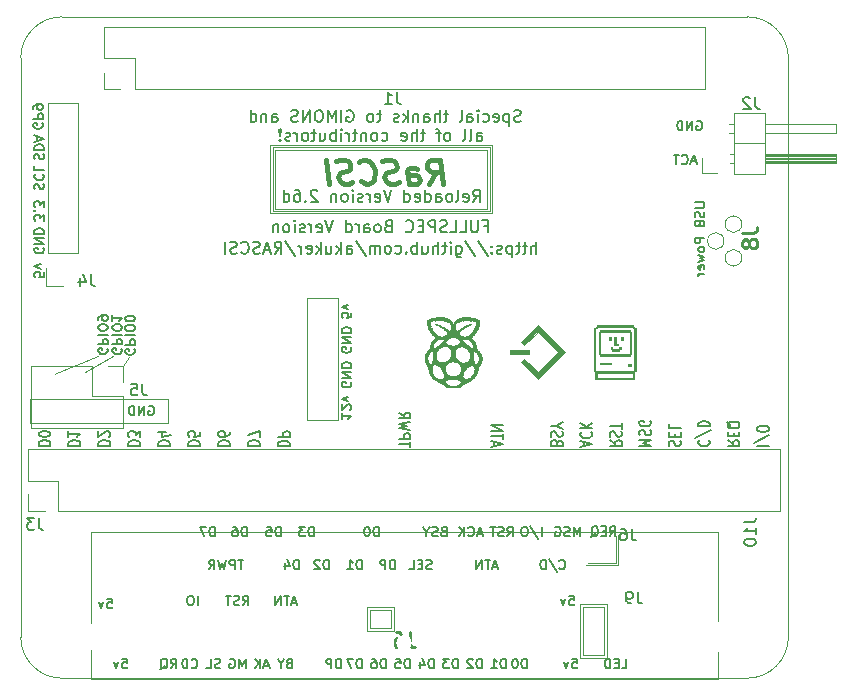
<source format=gbo>
G04 #@! TF.GenerationSoftware,KiCad,Pcbnew,(6.0.4)*
G04 #@! TF.CreationDate,2022-09-08T15:32:11-05:00*
G04 #@! TF.ProjectId,rascsi_2p6,72617363-7369-45f3-9270-362e6b696361,rev?*
G04 #@! TF.SameCoordinates,PX59d60c0PY325aa00*
G04 #@! TF.FileFunction,Legend,Bot*
G04 #@! TF.FilePolarity,Positive*
%FSLAX46Y46*%
G04 Gerber Fmt 4.6, Leading zero omitted, Abs format (unit mm)*
G04 Created by KiCad (PCBNEW (6.0.4)) date 2022-09-08 15:32:11*
%MOMM*%
%LPD*%
G01*
G04 APERTURE LIST*
%ADD10C,0.120000*%
G04 #@! TA.AperFunction,Profile*
%ADD11C,0.050000*%
G04 #@! TD*
%ADD12C,0.150000*%
%ADD13C,0.230000*%
%ADD14C,0.400000*%
%ADD15C,0.254000*%
%ADD16C,0.100000*%
%ADD17C,0.010000*%
%ADD18C,1.545000*%
%ADD19C,4.845000*%
%ADD20C,0.800000*%
%ADD21C,5.400000*%
%ADD22R,1.700000X1.700000*%
%ADD23O,1.700000X1.700000*%
%ADD24C,2.000000*%
%ADD25R,1.350000X1.350000*%
%ADD26O,1.350000X1.350000*%
%ADD27C,1.000000*%
G04 APERTURE END LIST*
D10*
X81123500Y-24098500D02*
X81123500Y-23971500D01*
X144560000Y-31528000D02*
X83473000Y-31528000D01*
X130844000Y-36100000D02*
X130844000Y-33560000D01*
X128177000Y-36100000D02*
X130844000Y-36100000D01*
X130717000Y-35973000D02*
X130717000Y-33687000D01*
X128304000Y-35973000D02*
X130717000Y-35973000D01*
X88997500Y-20606000D02*
X88997500Y-19272500D01*
X127882000Y-39672000D02*
X129660000Y-39672000D01*
X129660000Y-39672000D02*
X129660000Y-43736000D01*
X129660000Y-43736000D02*
X127882000Y-43736000D01*
X127882000Y-43736000D02*
X127882000Y-39672000D01*
X81123500Y-23971500D02*
X81123500Y-22066500D01*
X109737000Y-5154000D02*
X109864000Y-5154000D01*
X81187000Y-19272500D02*
X86330500Y-19272500D01*
X101420000Y-6340000D02*
X120220000Y-6340000D01*
X120220000Y-6340000D02*
X120220000Y-540000D01*
X120220000Y-540000D02*
X101420000Y-540000D01*
X101420000Y-540000D02*
X101420000Y-6340000D01*
X88997500Y-21812500D02*
X88997500Y-24479500D01*
X80933000Y-28988000D02*
X80933000Y-26321000D01*
X80933000Y-30131000D02*
X80933000Y-31528000D01*
X109848000Y-39926000D02*
X111626000Y-39926000D01*
X111626000Y-39926000D02*
X111626000Y-41450000D01*
X111626000Y-41450000D02*
X109848000Y-41450000D01*
X109848000Y-41450000D02*
X109848000Y-39926000D01*
X89505500Y-18510500D02*
X88934000Y-19272500D01*
X86330500Y-19272500D02*
X86330500Y-21812500D01*
X82584000Y-9684000D02*
X85187500Y-9684000D01*
X144560000Y-26321000D02*
X144560000Y-31528000D01*
X109594000Y-39672000D02*
X111880000Y-39672000D01*
X111880000Y-39672000D02*
X111880000Y-41704000D01*
X111880000Y-41704000D02*
X109594000Y-41704000D01*
X109594000Y-41704000D02*
X109594000Y-39672000D01*
X127628000Y-39418000D02*
X129914000Y-39418000D01*
X129914000Y-39418000D02*
X129914000Y-43990000D01*
X129914000Y-43990000D02*
X127628000Y-43990000D01*
X127628000Y-43990000D02*
X127628000Y-39418000D01*
X80933000Y-31528000D02*
X82330000Y-31528000D01*
X83473000Y-31528000D02*
X83473000Y-28988000D01*
X85187500Y-9684000D02*
X85170000Y3020000D01*
X85187500Y3020000D02*
X82584000Y3020000D01*
X80933000Y-26321000D02*
X144560000Y-26321000D01*
X88997500Y-24479500D02*
X81187000Y-24479500D01*
X92807500Y-22066500D02*
X92807500Y-24098500D01*
X101620000Y-6140000D02*
X120020000Y-6140000D01*
X120020000Y-6140000D02*
X120020000Y-740000D01*
X120020000Y-740000D02*
X101620000Y-740000D01*
X101620000Y-740000D02*
X101620000Y-6140000D01*
X83473000Y-28988000D02*
X80933000Y-28988000D01*
X101820000Y-5940000D02*
X119820000Y-5940000D01*
X119820000Y-5940000D02*
X119820000Y-940000D01*
X119820000Y-940000D02*
X101820000Y-940000D01*
X101820000Y-940000D02*
X101820000Y-5940000D01*
X92807500Y-24098500D02*
X81123500Y-24098500D01*
X104560000Y-13530000D02*
X107140000Y-13530000D01*
X107140000Y-13530000D02*
X107140000Y-23840000D01*
X107140000Y-23840000D02*
X104560000Y-23840000D01*
X104560000Y-23840000D02*
X104560000Y-13530000D01*
X81187000Y-24479500D02*
X81187000Y-19272500D01*
X82457000Y-10954000D02*
X82457000Y-12478000D01*
X82457000Y-12478000D02*
X83854000Y-12478000D01*
X88997500Y-19272500D02*
X87664000Y-19272500D01*
X82584000Y3020000D02*
X82584000Y-9684000D01*
X86838500Y-18383500D02*
X83092000Y-19907500D01*
X81123500Y-22066500D02*
X92807500Y-22066500D01*
X86330500Y-21812500D02*
X88997500Y-21812500D01*
X88108500Y-18447000D02*
X85759000Y-19780500D01*
D11*
X83800000Y10300000D02*
X141800000Y10300000D01*
X83800000Y-45696000D02*
X141800000Y-45696000D01*
X141800000Y-45696000D02*
G75*
G03*
X145300000Y-42196000I0J3500000D01*
G01*
X80300000Y6800000D02*
X80300000Y-42196000D01*
X145300000Y6800000D02*
G75*
G03*
X141800000Y10300000I-3500000J0D01*
G01*
X83800000Y10300000D02*
G75*
G03*
X80300000Y6800000I0J-3500000D01*
G01*
X80300000Y-42196000D02*
G75*
G03*
X83800000Y-45696000I3500000J0D01*
G01*
X145300000Y6800000D02*
X145300000Y-42196000D01*
D12*
X82120000Y1288572D02*
X82158095Y1212381D01*
X82158095Y1098096D01*
X82120000Y983810D01*
X82043809Y907620D01*
X81967619Y869524D01*
X81815238Y831429D01*
X81700952Y831429D01*
X81548571Y869524D01*
X81472380Y907620D01*
X81396190Y983810D01*
X81358095Y1098096D01*
X81358095Y1174286D01*
X81396190Y1288572D01*
X81434285Y1326667D01*
X81700952Y1326667D01*
X81700952Y1174286D01*
X81358095Y1669524D02*
X82158095Y1669524D01*
X82158095Y1974286D01*
X82120000Y2050477D01*
X82081904Y2088572D01*
X82005714Y2126667D01*
X81891428Y2126667D01*
X81815238Y2088572D01*
X81777142Y2050477D01*
X81739047Y1974286D01*
X81739047Y1669524D01*
X81358095Y2507620D02*
X81358095Y2660000D01*
X81396190Y2736191D01*
X81434285Y2774286D01*
X81548571Y2850477D01*
X81700952Y2888572D01*
X82005714Y2888572D01*
X82081904Y2850477D01*
X82120000Y2812381D01*
X82158095Y2736191D01*
X82158095Y2583810D01*
X82120000Y2507620D01*
X82081904Y2469524D01*
X82005714Y2431429D01*
X81815238Y2431429D01*
X81739047Y2469524D01*
X81700952Y2507620D01*
X81662857Y2583810D01*
X81662857Y2736191D01*
X81700952Y2812381D01*
X81739047Y2850477D01*
X81815238Y2888572D01*
X81498190Y-1765428D02*
X81460095Y-1651142D01*
X81460095Y-1460666D01*
X81498190Y-1384476D01*
X81536285Y-1346380D01*
X81612476Y-1308285D01*
X81688666Y-1308285D01*
X81764857Y-1346380D01*
X81802952Y-1384476D01*
X81841047Y-1460666D01*
X81879142Y-1613047D01*
X81917238Y-1689238D01*
X81955333Y-1727333D01*
X82031523Y-1765428D01*
X82107714Y-1765428D01*
X82183904Y-1727333D01*
X82222000Y-1689238D01*
X82260095Y-1613047D01*
X82260095Y-1422571D01*
X82222000Y-1308285D01*
X81460095Y-965428D02*
X82260095Y-965428D01*
X82260095Y-774952D01*
X82222000Y-660666D01*
X82145809Y-584476D01*
X82069619Y-546380D01*
X81917238Y-508285D01*
X81802952Y-508285D01*
X81650571Y-546380D01*
X81574380Y-584476D01*
X81498190Y-660666D01*
X81460095Y-774952D01*
X81460095Y-965428D01*
X81688666Y-203523D02*
X81688666Y177429D01*
X81460095Y-279714D02*
X82260095Y-13047D01*
X81460095Y253620D01*
X81498190Y-4286380D02*
X81460095Y-4172095D01*
X81460095Y-3981619D01*
X81498190Y-3905428D01*
X81536285Y-3867333D01*
X81612476Y-3829238D01*
X81688666Y-3829238D01*
X81764857Y-3867333D01*
X81802952Y-3905428D01*
X81841047Y-3981619D01*
X81879142Y-4134000D01*
X81917238Y-4210190D01*
X81955333Y-4248285D01*
X82031523Y-4286380D01*
X82107714Y-4286380D01*
X82183904Y-4248285D01*
X82222000Y-4210190D01*
X82260095Y-4134000D01*
X82260095Y-3943523D01*
X82222000Y-3829238D01*
X81536285Y-3029238D02*
X81498190Y-3067333D01*
X81460095Y-3181619D01*
X81460095Y-3257809D01*
X81498190Y-3372095D01*
X81574380Y-3448285D01*
X81650571Y-3486380D01*
X81802952Y-3524476D01*
X81917238Y-3524476D01*
X82069619Y-3486380D01*
X82145809Y-3448285D01*
X82222000Y-3372095D01*
X82260095Y-3257809D01*
X82260095Y-3181619D01*
X82222000Y-3067333D01*
X82183904Y-3029238D01*
X81460095Y-2305428D02*
X81460095Y-2686380D01*
X82260095Y-2686380D01*
X82260095Y-6966095D02*
X82260095Y-6470857D01*
X81955333Y-6737523D01*
X81955333Y-6623238D01*
X81917238Y-6547047D01*
X81879142Y-6508952D01*
X81802952Y-6470857D01*
X81612476Y-6470857D01*
X81536285Y-6508952D01*
X81498190Y-6547047D01*
X81460095Y-6623238D01*
X81460095Y-6851809D01*
X81498190Y-6928000D01*
X81536285Y-6966095D01*
X81536285Y-6128000D02*
X81498190Y-6089904D01*
X81460095Y-6128000D01*
X81498190Y-6166095D01*
X81536285Y-6128000D01*
X81460095Y-6128000D01*
X82260095Y-5823238D02*
X82260095Y-5328000D01*
X81955333Y-5594666D01*
X81955333Y-5480380D01*
X81917238Y-5404190D01*
X81879142Y-5366095D01*
X81802952Y-5328000D01*
X81612476Y-5328000D01*
X81536285Y-5366095D01*
X81498190Y-5404190D01*
X81460095Y-5480380D01*
X81460095Y-5708952D01*
X81498190Y-5785142D01*
X81536285Y-5823238D01*
X82222000Y-9277523D02*
X82260095Y-9353714D01*
X82260095Y-9468000D01*
X82222000Y-9582285D01*
X82145809Y-9658476D01*
X82069619Y-9696571D01*
X81917238Y-9734666D01*
X81802952Y-9734666D01*
X81650571Y-9696571D01*
X81574380Y-9658476D01*
X81498190Y-9582285D01*
X81460095Y-9468000D01*
X81460095Y-9391809D01*
X81498190Y-9277523D01*
X81536285Y-9239428D01*
X81802952Y-9239428D01*
X81802952Y-9391809D01*
X81460095Y-8896571D02*
X82260095Y-8896571D01*
X81460095Y-8439428D01*
X82260095Y-8439428D01*
X81460095Y-8058476D02*
X82260095Y-8058476D01*
X82260095Y-7868000D01*
X82222000Y-7753714D01*
X82145809Y-7677523D01*
X82069619Y-7639428D01*
X81917238Y-7601333D01*
X81802952Y-7601333D01*
X81650571Y-7639428D01*
X81574380Y-7677523D01*
X81498190Y-7753714D01*
X81460095Y-7868000D01*
X81460095Y-8058476D01*
X82260095Y-11322285D02*
X82260095Y-11703238D01*
X81879142Y-11741333D01*
X81917238Y-11703238D01*
X81955333Y-11627047D01*
X81955333Y-11436571D01*
X81917238Y-11360380D01*
X81879142Y-11322285D01*
X81802952Y-11284190D01*
X81612476Y-11284190D01*
X81536285Y-11322285D01*
X81498190Y-11360380D01*
X81460095Y-11436571D01*
X81460095Y-11627047D01*
X81498190Y-11703238D01*
X81536285Y-11741333D01*
X81993428Y-11017523D02*
X81460095Y-10827047D01*
X81993428Y-10636571D01*
X87619500Y-17786452D02*
X87657595Y-17862642D01*
X87657595Y-17976928D01*
X87619500Y-18091214D01*
X87543309Y-18167404D01*
X87467119Y-18205500D01*
X87314738Y-18243595D01*
X87200452Y-18243595D01*
X87048071Y-18205500D01*
X86971880Y-18167404D01*
X86895690Y-18091214D01*
X86857595Y-17976928D01*
X86857595Y-17900738D01*
X86895690Y-17786452D01*
X86933785Y-17748357D01*
X87200452Y-17748357D01*
X87200452Y-17900738D01*
X86857595Y-17405500D02*
X87657595Y-17405500D01*
X87657595Y-17100738D01*
X87619500Y-17024547D01*
X87581404Y-16986452D01*
X87505214Y-16948357D01*
X87390928Y-16948357D01*
X87314738Y-16986452D01*
X87276642Y-17024547D01*
X87238547Y-17100738D01*
X87238547Y-17405500D01*
X86857595Y-16605500D02*
X87657595Y-16605500D01*
X87657595Y-16072166D02*
X87657595Y-15919785D01*
X87619500Y-15843595D01*
X87543309Y-15767404D01*
X87390928Y-15729309D01*
X87124261Y-15729309D01*
X86971880Y-15767404D01*
X86895690Y-15843595D01*
X86857595Y-15919785D01*
X86857595Y-16072166D01*
X86895690Y-16148357D01*
X86971880Y-16224547D01*
X87124261Y-16262642D01*
X87390928Y-16262642D01*
X87543309Y-16224547D01*
X87619500Y-16148357D01*
X87657595Y-16072166D01*
X86857595Y-15348357D02*
X86857595Y-15195976D01*
X86895690Y-15119785D01*
X86933785Y-15081690D01*
X87048071Y-15005500D01*
X87200452Y-14967404D01*
X87505214Y-14967404D01*
X87581404Y-15005500D01*
X87619500Y-15043595D01*
X87657595Y-15119785D01*
X87657595Y-15272166D01*
X87619500Y-15348357D01*
X87581404Y-15386452D01*
X87505214Y-15424547D01*
X87314738Y-15424547D01*
X87238547Y-15386452D01*
X87200452Y-15348357D01*
X87162357Y-15272166D01*
X87162357Y-15119785D01*
X87200452Y-15043595D01*
X87238547Y-15005500D01*
X87314738Y-14967404D01*
X91131023Y-22682500D02*
X91207214Y-22644404D01*
X91321500Y-22644404D01*
X91435785Y-22682500D01*
X91511976Y-22758690D01*
X91550071Y-22834880D01*
X91588166Y-22987261D01*
X91588166Y-23101547D01*
X91550071Y-23253928D01*
X91511976Y-23330119D01*
X91435785Y-23406309D01*
X91321500Y-23444404D01*
X91245309Y-23444404D01*
X91131023Y-23406309D01*
X91092928Y-23368214D01*
X91092928Y-23101547D01*
X91245309Y-23101547D01*
X90750071Y-23444404D02*
X90750071Y-22644404D01*
X90292928Y-23444404D01*
X90292928Y-22644404D01*
X89911976Y-23444404D02*
X89911976Y-22644404D01*
X89721500Y-22644404D01*
X89607214Y-22682500D01*
X89531023Y-22758690D01*
X89492928Y-22834880D01*
X89454833Y-22987261D01*
X89454833Y-23101547D01*
X89492928Y-23253928D01*
X89531023Y-23330119D01*
X89607214Y-23406309D01*
X89721500Y-23444404D01*
X89911976Y-23444404D01*
X137454238Y-1943333D02*
X137073285Y-1943333D01*
X137530428Y-2171904D02*
X137263761Y-1371904D01*
X136997095Y-2171904D01*
X136273285Y-2095714D02*
X136311380Y-2133809D01*
X136425666Y-2171904D01*
X136501857Y-2171904D01*
X136616142Y-2133809D01*
X136692333Y-2057619D01*
X136730428Y-1981428D01*
X136768523Y-1829047D01*
X136768523Y-1714761D01*
X136730428Y-1562380D01*
X136692333Y-1486190D01*
X136616142Y-1410000D01*
X136501857Y-1371904D01*
X136425666Y-1371904D01*
X136311380Y-1410000D01*
X136273285Y-1448095D01*
X136044714Y-1371904D02*
X135587571Y-1371904D01*
X135816142Y-2171904D02*
X135816142Y-1371904D01*
X137391904Y-5394285D02*
X138039523Y-5394285D01*
X138115714Y-5432380D01*
X138153809Y-5470476D01*
X138191904Y-5546666D01*
X138191904Y-5699047D01*
X138153809Y-5775238D01*
X138115714Y-5813333D01*
X138039523Y-5851428D01*
X137391904Y-5851428D01*
X138153809Y-6194285D02*
X138191904Y-6308571D01*
X138191904Y-6499047D01*
X138153809Y-6575238D01*
X138115714Y-6613333D01*
X138039523Y-6651428D01*
X137963333Y-6651428D01*
X137887142Y-6613333D01*
X137849047Y-6575238D01*
X137810952Y-6499047D01*
X137772857Y-6346666D01*
X137734761Y-6270476D01*
X137696666Y-6232380D01*
X137620476Y-6194285D01*
X137544285Y-6194285D01*
X137468095Y-6232380D01*
X137430000Y-6270476D01*
X137391904Y-6346666D01*
X137391904Y-6537142D01*
X137430000Y-6651428D01*
X137772857Y-7260952D02*
X137810952Y-7375238D01*
X137849047Y-7413333D01*
X137925238Y-7451428D01*
X138039523Y-7451428D01*
X138115714Y-7413333D01*
X138153809Y-7375238D01*
X138191904Y-7299047D01*
X138191904Y-6994285D01*
X137391904Y-6994285D01*
X137391904Y-7260952D01*
X137430000Y-7337142D01*
X137468095Y-7375238D01*
X137544285Y-7413333D01*
X137620476Y-7413333D01*
X137696666Y-7375238D01*
X137734761Y-7337142D01*
X137772857Y-7260952D01*
X137772857Y-6994285D01*
X138191904Y-8403809D02*
X137391904Y-8403809D01*
X137391904Y-8708571D01*
X137430000Y-8784761D01*
X137468095Y-8822857D01*
X137544285Y-8860952D01*
X137658571Y-8860952D01*
X137734761Y-8822857D01*
X137772857Y-8784761D01*
X137810952Y-8708571D01*
X137810952Y-8403809D01*
X138191904Y-9318095D02*
X138153809Y-9241904D01*
X138115714Y-9203809D01*
X138039523Y-9165714D01*
X137810952Y-9165714D01*
X137734761Y-9203809D01*
X137696666Y-9241904D01*
X137658571Y-9318095D01*
X137658571Y-9432380D01*
X137696666Y-9508571D01*
X137734761Y-9546666D01*
X137810952Y-9584761D01*
X138039523Y-9584761D01*
X138115714Y-9546666D01*
X138153809Y-9508571D01*
X138191904Y-9432380D01*
X138191904Y-9318095D01*
X137658571Y-9851428D02*
X138191904Y-10003809D01*
X137810952Y-10156190D01*
X138191904Y-10308571D01*
X137658571Y-10460952D01*
X138153809Y-11070476D02*
X138191904Y-10994285D01*
X138191904Y-10841904D01*
X138153809Y-10765714D01*
X138077619Y-10727619D01*
X137772857Y-10727619D01*
X137696666Y-10765714D01*
X137658571Y-10841904D01*
X137658571Y-10994285D01*
X137696666Y-11070476D01*
X137772857Y-11108571D01*
X137849047Y-11108571D01*
X137925238Y-10727619D01*
X138191904Y-11451428D02*
X137658571Y-11451428D01*
X137810952Y-11451428D02*
X137734761Y-11489523D01*
X137696666Y-11527619D01*
X137658571Y-11603809D01*
X137658571Y-11680000D01*
X137549523Y1447500D02*
X137625714Y1485596D01*
X137740000Y1485596D01*
X137854285Y1447500D01*
X137930476Y1371310D01*
X137968571Y1295120D01*
X138006666Y1142739D01*
X138006666Y1028453D01*
X137968571Y876072D01*
X137930476Y799881D01*
X137854285Y723691D01*
X137740000Y685596D01*
X137663809Y685596D01*
X137549523Y723691D01*
X137511428Y761786D01*
X137511428Y1028453D01*
X137663809Y1028453D01*
X137168571Y685596D02*
X137168571Y1485596D01*
X136711428Y685596D01*
X136711428Y1485596D01*
X136330476Y685596D02*
X136330476Y1485596D01*
X136140000Y1485596D01*
X136025714Y1447500D01*
X135949523Y1371310D01*
X135911428Y1295120D01*
X135873333Y1142739D01*
X135873333Y1028453D01*
X135911428Y876072D01*
X135949523Y799881D01*
X136025714Y723691D01*
X136140000Y685596D01*
X136330476Y685596D01*
X142647119Y-26022476D02*
X143647119Y-26022476D01*
X143694738Y-25070095D02*
X142409023Y-25755809D01*
X143647119Y-24651047D02*
X143647119Y-24498666D01*
X143599500Y-24422476D01*
X143504261Y-24346285D01*
X143313785Y-24308190D01*
X142980452Y-24308190D01*
X142789976Y-24346285D01*
X142694738Y-24422476D01*
X142647119Y-24498666D01*
X142647119Y-24651047D01*
X142694738Y-24727238D01*
X142789976Y-24803428D01*
X142980452Y-24841523D01*
X143313785Y-24841523D01*
X143504261Y-24803428D01*
X143599500Y-24727238D01*
X143647119Y-24651047D01*
X130173903Y-25565333D02*
X130650093Y-25831999D01*
X130173903Y-26022476D02*
X131173903Y-26022476D01*
X131173903Y-25717714D01*
X131126284Y-25641523D01*
X131078664Y-25603428D01*
X130983426Y-25565333D01*
X130840569Y-25565333D01*
X130745331Y-25603428D01*
X130697712Y-25641523D01*
X130650093Y-25717714D01*
X130650093Y-26022476D01*
X130221522Y-25260571D02*
X130173903Y-25146285D01*
X130173903Y-24955809D01*
X130221522Y-24879618D01*
X130269141Y-24841523D01*
X130364379Y-24803428D01*
X130459617Y-24803428D01*
X130554855Y-24841523D01*
X130602474Y-24879618D01*
X130650093Y-24955809D01*
X130697712Y-25108190D01*
X130745331Y-25184380D01*
X130792950Y-25222476D01*
X130888188Y-25260571D01*
X130983426Y-25260571D01*
X131078664Y-25222476D01*
X131126284Y-25184380D01*
X131173903Y-25108190D01*
X131173903Y-24917714D01*
X131126284Y-24803428D01*
X131173903Y-24574857D02*
X131173903Y-24117714D01*
X130173903Y-24346285D02*
X131173903Y-24346285D01*
X135210806Y-26060571D02*
X135163187Y-25946286D01*
X135163187Y-25755809D01*
X135210806Y-25679619D01*
X135258425Y-25641524D01*
X135353663Y-25603428D01*
X135448901Y-25603428D01*
X135544139Y-25641524D01*
X135591758Y-25679619D01*
X135639377Y-25755809D01*
X135686996Y-25908190D01*
X135734615Y-25984381D01*
X135782234Y-26022476D01*
X135877472Y-26060571D01*
X135972710Y-26060571D01*
X136067948Y-26022476D01*
X136115568Y-25984381D01*
X136163187Y-25908190D01*
X136163187Y-25717714D01*
X136115568Y-25603428D01*
X135686996Y-25260571D02*
X135686996Y-24993905D01*
X135163187Y-24879619D02*
X135163187Y-25260571D01*
X136163187Y-25260571D01*
X136163187Y-24879619D01*
X135163187Y-24155809D02*
X135163187Y-24536762D01*
X136163187Y-24536762D01*
X81814119Y-26022476D02*
X82814119Y-26022476D01*
X82814119Y-25832000D01*
X82766500Y-25717714D01*
X82671261Y-25641523D01*
X82576023Y-25603428D01*
X82385547Y-25565333D01*
X82242690Y-25565333D01*
X82052214Y-25603428D01*
X81956976Y-25641523D01*
X81861738Y-25717714D01*
X81814119Y-25832000D01*
X81814119Y-26022476D01*
X82814119Y-25070095D02*
X82814119Y-24993904D01*
X82766500Y-24917714D01*
X82718880Y-24879619D01*
X82623642Y-24841523D01*
X82433166Y-24803428D01*
X82195071Y-24803428D01*
X82004595Y-24841523D01*
X81909357Y-24879619D01*
X81861738Y-24917714D01*
X81814119Y-24993904D01*
X81814119Y-25070095D01*
X81861738Y-25146285D01*
X81909357Y-25184380D01*
X82004595Y-25222476D01*
X82195071Y-25260571D01*
X82433166Y-25260571D01*
X82623642Y-25222476D01*
X82718880Y-25184380D01*
X82766500Y-25146285D01*
X82814119Y-25070095D01*
X94474429Y-26022476D02*
X95474429Y-26022476D01*
X95474429Y-25832000D01*
X95426810Y-25717714D01*
X95331571Y-25641523D01*
X95236333Y-25603428D01*
X95045857Y-25565333D01*
X94903000Y-25565333D01*
X94712524Y-25603428D01*
X94617286Y-25641523D01*
X94522048Y-25717714D01*
X94474429Y-25832000D01*
X94474429Y-26022476D01*
X95474429Y-24841523D02*
X95474429Y-25222476D01*
X94998238Y-25260571D01*
X95045857Y-25222476D01*
X95093476Y-25146285D01*
X95093476Y-24955809D01*
X95045857Y-24879619D01*
X94998238Y-24841523D01*
X94903000Y-24803428D01*
X94664905Y-24803428D01*
X94569667Y-24841523D01*
X94522048Y-24879619D01*
X94474429Y-24955809D01*
X94474429Y-25146285D01*
X94522048Y-25222476D01*
X94569667Y-25260571D01*
X125708428Y-25755809D02*
X125660809Y-25641523D01*
X125613190Y-25603428D01*
X125517952Y-25565333D01*
X125375095Y-25565333D01*
X125279857Y-25603428D01*
X125232238Y-25641523D01*
X125184619Y-25717714D01*
X125184619Y-26022476D01*
X126184619Y-26022476D01*
X126184619Y-25755809D01*
X126137000Y-25679619D01*
X126089380Y-25641523D01*
X125994142Y-25603428D01*
X125898904Y-25603428D01*
X125803666Y-25641523D01*
X125756047Y-25679619D01*
X125708428Y-25755809D01*
X125708428Y-26022476D01*
X125232238Y-25260571D02*
X125184619Y-25146285D01*
X125184619Y-24955809D01*
X125232238Y-24879619D01*
X125279857Y-24841523D01*
X125375095Y-24803428D01*
X125470333Y-24803428D01*
X125565571Y-24841523D01*
X125613190Y-24879619D01*
X125660809Y-24955809D01*
X125708428Y-25108190D01*
X125756047Y-25184381D01*
X125803666Y-25222476D01*
X125898904Y-25260571D01*
X125994142Y-25260571D01*
X126089380Y-25222476D01*
X126137000Y-25184381D01*
X126184619Y-25108190D01*
X126184619Y-24917714D01*
X126137000Y-24803428D01*
X125660809Y-24308190D02*
X125184619Y-24308190D01*
X126184619Y-24574857D02*
X125660809Y-24308190D01*
X126184619Y-24041523D01*
X97006491Y-26022476D02*
X98006491Y-26022476D01*
X98006491Y-25832000D01*
X97958872Y-25717714D01*
X97863633Y-25641523D01*
X97768395Y-25603428D01*
X97577919Y-25565333D01*
X97435062Y-25565333D01*
X97244586Y-25603428D01*
X97149348Y-25641523D01*
X97054110Y-25717714D01*
X97006491Y-25832000D01*
X97006491Y-26022476D01*
X98006491Y-24879619D02*
X98006491Y-25032000D01*
X97958872Y-25108190D01*
X97911252Y-25146285D01*
X97768395Y-25222476D01*
X97577919Y-25260571D01*
X97196967Y-25260571D01*
X97101729Y-25222476D01*
X97054110Y-25184380D01*
X97006491Y-25108190D01*
X97006491Y-24955809D01*
X97054110Y-24879619D01*
X97101729Y-24841523D01*
X97196967Y-24803428D01*
X97435062Y-24803428D01*
X97530300Y-24841523D01*
X97577919Y-24879619D01*
X97625538Y-24955809D01*
X97625538Y-25108190D01*
X97577919Y-25184380D01*
X97530300Y-25222476D01*
X97435062Y-25260571D01*
X84346181Y-26022476D02*
X85346181Y-26022476D01*
X85346181Y-25832000D01*
X85298562Y-25717714D01*
X85203323Y-25641523D01*
X85108085Y-25603428D01*
X84917609Y-25565333D01*
X84774752Y-25565333D01*
X84584276Y-25603428D01*
X84489038Y-25641523D01*
X84393800Y-25717714D01*
X84346181Y-25832000D01*
X84346181Y-26022476D01*
X84346181Y-24803428D02*
X84346181Y-25260571D01*
X84346181Y-25032000D02*
X85346181Y-25032000D01*
X85203323Y-25108190D01*
X85108085Y-25184380D01*
X85060466Y-25260571D01*
X91942367Y-26022476D02*
X92942367Y-26022476D01*
X92942367Y-25832000D01*
X92894748Y-25717714D01*
X92799509Y-25641523D01*
X92704271Y-25603428D01*
X92513795Y-25565333D01*
X92370938Y-25565333D01*
X92180462Y-25603428D01*
X92085224Y-25641523D01*
X91989986Y-25717714D01*
X91942367Y-25832000D01*
X91942367Y-26022476D01*
X92609033Y-24879619D02*
X91942367Y-24879619D01*
X92989986Y-25070095D02*
X92275700Y-25260571D01*
X92275700Y-24765333D01*
X86878243Y-26022476D02*
X87878243Y-26022476D01*
X87878243Y-25832000D01*
X87830624Y-25717714D01*
X87735385Y-25641523D01*
X87640147Y-25603428D01*
X87449671Y-25565333D01*
X87306814Y-25565333D01*
X87116338Y-25603428D01*
X87021100Y-25641523D01*
X86925862Y-25717714D01*
X86878243Y-25832000D01*
X86878243Y-26022476D01*
X87783004Y-25260571D02*
X87830624Y-25222476D01*
X87878243Y-25146285D01*
X87878243Y-24955809D01*
X87830624Y-24879619D01*
X87783004Y-24841523D01*
X87687766Y-24803428D01*
X87592528Y-24803428D01*
X87449671Y-24841523D01*
X86878243Y-25298666D01*
X86878243Y-24803428D01*
X132668545Y-26022477D02*
X133668545Y-26022477D01*
X132954259Y-25755810D01*
X133668545Y-25489143D01*
X132668545Y-25489143D01*
X132716164Y-25146286D02*
X132668545Y-25032000D01*
X132668545Y-24841524D01*
X132716164Y-24765334D01*
X132763783Y-24727238D01*
X132859021Y-24689143D01*
X132954259Y-24689143D01*
X133049497Y-24727238D01*
X133097116Y-24765334D01*
X133144735Y-24841524D01*
X133192354Y-24993905D01*
X133239973Y-25070096D01*
X133287592Y-25108191D01*
X133382830Y-25146286D01*
X133478068Y-25146286D01*
X133573306Y-25108191D01*
X133620926Y-25070096D01*
X133668545Y-24993905D01*
X133668545Y-24803429D01*
X133620926Y-24689143D01*
X133620926Y-23927238D02*
X133668545Y-24003429D01*
X133668545Y-24117715D01*
X133620926Y-24232000D01*
X133525687Y-24308191D01*
X133430449Y-24346286D01*
X133239973Y-24384381D01*
X133097116Y-24384381D01*
X132906640Y-24346286D01*
X132811402Y-24308191D01*
X132716164Y-24232000D01*
X132668545Y-24117715D01*
X132668545Y-24041524D01*
X132716164Y-23927238D01*
X132763783Y-23889143D01*
X133097116Y-23889143D01*
X133097116Y-24041524D01*
X113294119Y-26136762D02*
X113294119Y-25679619D01*
X112294119Y-25908190D02*
X113294119Y-25908190D01*
X112294119Y-25412952D02*
X113294119Y-25412952D01*
X113294119Y-25108190D01*
X113246500Y-25032000D01*
X113198880Y-24993905D01*
X113103642Y-24955809D01*
X112960785Y-24955809D01*
X112865547Y-24993905D01*
X112817928Y-25032000D01*
X112770309Y-25108190D01*
X112770309Y-25412952D01*
X113294119Y-24689143D02*
X112294119Y-24498667D01*
X113008404Y-24346286D01*
X112294119Y-24193905D01*
X113294119Y-24003428D01*
X112294119Y-23241524D02*
X112770309Y-23508190D01*
X112294119Y-23698667D02*
X113294119Y-23698667D01*
X113294119Y-23393905D01*
X113246500Y-23317714D01*
X113198880Y-23279619D01*
X113103642Y-23241524D01*
X112960785Y-23241524D01*
X112865547Y-23279619D01*
X112817928Y-23317714D01*
X112770309Y-23393905D01*
X112770309Y-23698667D01*
X89410305Y-26022476D02*
X90410305Y-26022476D01*
X90410305Y-25832000D01*
X90362686Y-25717714D01*
X90267447Y-25641523D01*
X90172209Y-25603428D01*
X89981733Y-25565333D01*
X89838876Y-25565333D01*
X89648400Y-25603428D01*
X89553162Y-25641523D01*
X89457924Y-25717714D01*
X89410305Y-25832000D01*
X89410305Y-26022476D01*
X90410305Y-25298666D02*
X90410305Y-24803428D01*
X90029352Y-25070095D01*
X90029352Y-24955809D01*
X89981733Y-24879619D01*
X89934114Y-24841523D01*
X89838876Y-24803428D01*
X89600781Y-24803428D01*
X89505543Y-24841523D01*
X89457924Y-24879619D01*
X89410305Y-24955809D01*
X89410305Y-25184380D01*
X89457924Y-25260571D01*
X89505543Y-25298666D01*
X137753067Y-25565333D02*
X137705448Y-25603428D01*
X137657829Y-25717714D01*
X137657829Y-25793905D01*
X137705448Y-25908190D01*
X137800686Y-25984381D01*
X137895924Y-26022476D01*
X138086400Y-26060571D01*
X138229257Y-26060571D01*
X138419733Y-26022476D01*
X138514971Y-25984381D01*
X138610210Y-25908190D01*
X138657829Y-25793905D01*
X138657829Y-25717714D01*
X138610210Y-25603428D01*
X138562590Y-25565333D01*
X138705448Y-24651047D02*
X137419733Y-25336762D01*
X137657829Y-24384381D02*
X138657829Y-24384381D01*
X138657829Y-24193905D01*
X138610210Y-24079619D01*
X138514971Y-24003428D01*
X138419733Y-23965333D01*
X138229257Y-23927238D01*
X138086400Y-23927238D01*
X137895924Y-23965333D01*
X137800686Y-24003428D01*
X137705448Y-24079619D01*
X137657829Y-24193905D01*
X137657829Y-24384381D01*
X127964975Y-26060572D02*
X127964975Y-25679619D01*
X127679261Y-26136762D02*
X128679261Y-25870096D01*
X127679261Y-25603429D01*
X127774499Y-24879619D02*
X127726880Y-24917715D01*
X127679261Y-25032000D01*
X127679261Y-25108191D01*
X127726880Y-25222476D01*
X127822118Y-25298667D01*
X127917356Y-25336762D01*
X128107832Y-25374857D01*
X128250689Y-25374857D01*
X128441165Y-25336762D01*
X128536403Y-25298667D01*
X128631642Y-25222476D01*
X128679261Y-25108191D01*
X128679261Y-25032000D01*
X128631642Y-24917715D01*
X128584022Y-24879619D01*
X127679261Y-24536762D02*
X128679261Y-24536762D01*
X127679261Y-24079619D02*
X128250689Y-24422476D01*
X128679261Y-24079619D02*
X128107832Y-24536762D01*
X120390333Y-26060571D02*
X120390333Y-25679619D01*
X120104619Y-26136762D02*
X121104619Y-25870095D01*
X120104619Y-25603428D01*
X121104619Y-25451047D02*
X121104619Y-24993905D01*
X120104619Y-25222476D02*
X121104619Y-25222476D01*
X120104619Y-24727238D02*
X121104619Y-24727238D01*
X120104619Y-24270095D01*
X121104619Y-24270095D01*
X102070619Y-26041523D02*
X103070619Y-26041523D01*
X103070619Y-25851047D01*
X103023000Y-25736761D01*
X102927761Y-25660571D01*
X102832523Y-25622476D01*
X102642047Y-25584380D01*
X102499190Y-25584380D01*
X102308714Y-25622476D01*
X102213476Y-25660571D01*
X102118238Y-25736761D01*
X102070619Y-25851047D01*
X102070619Y-26041523D01*
X102070619Y-25241523D02*
X103070619Y-25241523D01*
X103070619Y-24936761D01*
X103023000Y-24860571D01*
X102975380Y-24822476D01*
X102880142Y-24784380D01*
X102737285Y-24784380D01*
X102642047Y-24822476D01*
X102594428Y-24860571D01*
X102546809Y-24936761D01*
X102546809Y-25241523D01*
X99538553Y-26022476D02*
X100538553Y-26022476D01*
X100538553Y-25832000D01*
X100490934Y-25717714D01*
X100395695Y-25641523D01*
X100300457Y-25603428D01*
X100109981Y-25565333D01*
X99967124Y-25565333D01*
X99776648Y-25603428D01*
X99681410Y-25641523D01*
X99586172Y-25717714D01*
X99538553Y-25832000D01*
X99538553Y-26022476D01*
X100538553Y-25298666D02*
X100538553Y-24765333D01*
X99538553Y-25108190D01*
X140152471Y-25565333D02*
X140628661Y-25832000D01*
X140152471Y-26022476D02*
X141152471Y-26022476D01*
X141152471Y-25717714D01*
X141104852Y-25641523D01*
X141057232Y-25603428D01*
X140961994Y-25565333D01*
X140819137Y-25565333D01*
X140723899Y-25603428D01*
X140676280Y-25641523D01*
X140628661Y-25717714D01*
X140628661Y-26022476D01*
X140676280Y-25222476D02*
X140676280Y-24955809D01*
X140152471Y-24841523D02*
X140152471Y-25222476D01*
X141152471Y-25222476D01*
X141152471Y-24841523D01*
X140057232Y-23965333D02*
X140104852Y-24041523D01*
X140200090Y-24117714D01*
X140342947Y-24232000D01*
X140390566Y-24308190D01*
X140390566Y-24384380D01*
X140152471Y-24346285D02*
X140200090Y-24422476D01*
X140295328Y-24498666D01*
X140485804Y-24536761D01*
X140819137Y-24536761D01*
X141009613Y-24498666D01*
X141104852Y-24422476D01*
X141152471Y-24346285D01*
X141152471Y-24193904D01*
X141104852Y-24117714D01*
X141009613Y-24041523D01*
X140819137Y-24003428D01*
X140485804Y-24003428D01*
X140295328Y-24041523D01*
X140200090Y-24117714D01*
X140152471Y-24193904D01*
X140152471Y-24346285D01*
X130193333Y-33648904D02*
X130460000Y-33267952D01*
X130650476Y-33648904D02*
X130650476Y-32848904D01*
X130345714Y-32848904D01*
X130269523Y-32887000D01*
X130231428Y-32925095D01*
X130193333Y-33001285D01*
X130193333Y-33115571D01*
X130231428Y-33191761D01*
X130269523Y-33229857D01*
X130345714Y-33267952D01*
X130650476Y-33267952D01*
X129850476Y-33229857D02*
X129583809Y-33229857D01*
X129469523Y-33648904D02*
X129850476Y-33648904D01*
X129850476Y-32848904D01*
X129469523Y-32848904D01*
X128593333Y-33725095D02*
X128669523Y-33687000D01*
X128745714Y-33610809D01*
X128860000Y-33496523D01*
X128936190Y-33458428D01*
X129012380Y-33458428D01*
X128974285Y-33648904D02*
X129050476Y-33610809D01*
X129126666Y-33534619D01*
X129164761Y-33382238D01*
X129164761Y-33115571D01*
X129126666Y-32963190D01*
X129050476Y-32887000D01*
X128974285Y-32848904D01*
X128821904Y-32848904D01*
X128745714Y-32887000D01*
X128669523Y-32963190D01*
X128631428Y-33115571D01*
X128631428Y-33382238D01*
X128669523Y-33534619D01*
X128745714Y-33610809D01*
X128821904Y-33648904D01*
X128974285Y-33648904D01*
X96722476Y-33683904D02*
X96722476Y-32883904D01*
X96532000Y-32883904D01*
X96417714Y-32922000D01*
X96341523Y-32998190D01*
X96303428Y-33074380D01*
X96265333Y-33226761D01*
X96265333Y-33341047D01*
X96303428Y-33493428D01*
X96341523Y-33569619D01*
X96417714Y-33645809D01*
X96532000Y-33683904D01*
X96722476Y-33683904D01*
X95998666Y-32883904D02*
X95465333Y-32883904D01*
X95808190Y-33683904D01*
X111981523Y-36477904D02*
X111981523Y-35677904D01*
X111791047Y-35677904D01*
X111676761Y-35716000D01*
X111600571Y-35792190D01*
X111562476Y-35868380D01*
X111524380Y-36020761D01*
X111524380Y-36135047D01*
X111562476Y-36287428D01*
X111600571Y-36363619D01*
X111676761Y-36439809D01*
X111791047Y-36477904D01*
X111981523Y-36477904D01*
X111181523Y-36477904D02*
X111181523Y-35677904D01*
X110876761Y-35677904D01*
X110800571Y-35716000D01*
X110762476Y-35754095D01*
X110724380Y-35830285D01*
X110724380Y-35944571D01*
X110762476Y-36020761D01*
X110800571Y-36058857D01*
X110876761Y-36096952D01*
X111181523Y-36096952D01*
X120668285Y-36249333D02*
X120287333Y-36249333D01*
X120744476Y-36477904D02*
X120477809Y-35677904D01*
X120211142Y-36477904D01*
X120058761Y-35677904D02*
X119601619Y-35677904D01*
X119830190Y-36477904D02*
X119830190Y-35677904D01*
X119334952Y-36477904D02*
X119334952Y-35677904D01*
X118877809Y-36477904D01*
X118877809Y-35677904D01*
X119388476Y-33458429D02*
X119007523Y-33458429D01*
X119464666Y-33687000D02*
X119198000Y-32887000D01*
X118931333Y-33687000D01*
X118207523Y-33610810D02*
X118245619Y-33648905D01*
X118359904Y-33687000D01*
X118436095Y-33687000D01*
X118550380Y-33648905D01*
X118626571Y-33572715D01*
X118664666Y-33496524D01*
X118702761Y-33344143D01*
X118702761Y-33229857D01*
X118664666Y-33077476D01*
X118626571Y-33001286D01*
X118550380Y-32925096D01*
X118436095Y-32887000D01*
X118359904Y-32887000D01*
X118245619Y-32925096D01*
X118207523Y-32963191D01*
X117864666Y-33687000D02*
X117864666Y-32887000D01*
X117407523Y-33687000D02*
X117750380Y-33229857D01*
X117407523Y-32887000D02*
X117864666Y-33344143D01*
X125913428Y-36401714D02*
X125951523Y-36439809D01*
X126065809Y-36477904D01*
X126142000Y-36477904D01*
X126256285Y-36439809D01*
X126332476Y-36363619D01*
X126370571Y-36287428D01*
X126408666Y-36135047D01*
X126408666Y-36020761D01*
X126370571Y-35868380D01*
X126332476Y-35792190D01*
X126256285Y-35716000D01*
X126142000Y-35677904D01*
X126065809Y-35677904D01*
X125951523Y-35716000D01*
X125913428Y-35754095D01*
X124999142Y-35639809D02*
X125684857Y-36668380D01*
X124732476Y-36477904D02*
X124732476Y-35677904D01*
X124542000Y-35677904D01*
X124427714Y-35716000D01*
X124351523Y-35792190D01*
X124313428Y-35868380D01*
X124275333Y-36020761D01*
X124275333Y-36135047D01*
X124313428Y-36287428D01*
X124351523Y-36363619D01*
X124427714Y-36439809D01*
X124542000Y-36477904D01*
X124732476Y-36477904D01*
X105104476Y-33683904D02*
X105104476Y-32883904D01*
X104914000Y-32883904D01*
X104799714Y-32922000D01*
X104723523Y-32998190D01*
X104685428Y-33074380D01*
X104647333Y-33226761D01*
X104647333Y-33341047D01*
X104685428Y-33493428D01*
X104723523Y-33569619D01*
X104799714Y-33645809D01*
X104914000Y-33683904D01*
X105104476Y-33683904D01*
X104380666Y-32883904D02*
X103885428Y-32883904D01*
X104152095Y-33188666D01*
X104037809Y-33188666D01*
X103961619Y-33226761D01*
X103923523Y-33264857D01*
X103885428Y-33341047D01*
X103885428Y-33531523D01*
X103923523Y-33607714D01*
X103961619Y-33645809D01*
X104037809Y-33683904D01*
X104266380Y-33683904D01*
X104342571Y-33645809D01*
X104380666Y-33607714D01*
X99141714Y-35677904D02*
X98684571Y-35677904D01*
X98913142Y-36477904D02*
X98913142Y-35677904D01*
X98417904Y-36477904D02*
X98417904Y-35677904D01*
X98113142Y-35677904D01*
X98036952Y-35716000D01*
X97998857Y-35754095D01*
X97960761Y-35830285D01*
X97960761Y-35944571D01*
X97998857Y-36020761D01*
X98036952Y-36058857D01*
X98113142Y-36096952D01*
X98417904Y-36096952D01*
X97694095Y-35677904D02*
X97503619Y-36477904D01*
X97351238Y-35906476D01*
X97198857Y-36477904D01*
X97008380Y-35677904D01*
X96246476Y-36477904D02*
X96513142Y-36096952D01*
X96703619Y-36477904D02*
X96703619Y-35677904D01*
X96398857Y-35677904D01*
X96322666Y-35716000D01*
X96284571Y-35754095D01*
X96246476Y-35830285D01*
X96246476Y-35944571D01*
X96284571Y-36020761D01*
X96322666Y-36058857D01*
X96398857Y-36096952D01*
X96703619Y-36096952D01*
X127659619Y-33683904D02*
X127659619Y-32883904D01*
X127392952Y-33455333D01*
X127126285Y-32883904D01*
X127126285Y-33683904D01*
X126783428Y-33645809D02*
X126669142Y-33683904D01*
X126478666Y-33683904D01*
X126402476Y-33645809D01*
X126364380Y-33607714D01*
X126326285Y-33531523D01*
X126326285Y-33455333D01*
X126364380Y-33379142D01*
X126402476Y-33341047D01*
X126478666Y-33302952D01*
X126631047Y-33264857D01*
X126707238Y-33226761D01*
X126745333Y-33188666D01*
X126783428Y-33112476D01*
X126783428Y-33036285D01*
X126745333Y-32960095D01*
X126707238Y-32922000D01*
X126631047Y-32883904D01*
X126440571Y-32883904D01*
X126326285Y-32922000D01*
X125564380Y-32922000D02*
X125640571Y-32883904D01*
X125754857Y-32883904D01*
X125869142Y-32922000D01*
X125945333Y-32998190D01*
X125983428Y-33074380D01*
X126021523Y-33226761D01*
X126021523Y-33341047D01*
X125983428Y-33493428D01*
X125945333Y-33569619D01*
X125869142Y-33645809D01*
X125754857Y-33683904D01*
X125678666Y-33683904D01*
X125564380Y-33645809D01*
X125526285Y-33607714D01*
X125526285Y-33341047D01*
X125678666Y-33341047D01*
X106374476Y-36477904D02*
X106374476Y-35677904D01*
X106184000Y-35677904D01*
X106069714Y-35716000D01*
X105993523Y-35792190D01*
X105955428Y-35868380D01*
X105917333Y-36020761D01*
X105917333Y-36135047D01*
X105955428Y-36287428D01*
X105993523Y-36363619D01*
X106069714Y-36439809D01*
X106184000Y-36477904D01*
X106374476Y-36477904D01*
X105612571Y-35754095D02*
X105574476Y-35716000D01*
X105498285Y-35677904D01*
X105307809Y-35677904D01*
X105231619Y-35716000D01*
X105193523Y-35754095D01*
X105155428Y-35830285D01*
X105155428Y-35906476D01*
X105193523Y-36020761D01*
X105650666Y-36477904D01*
X105155428Y-36477904D01*
X103834476Y-36477904D02*
X103834476Y-35677904D01*
X103644000Y-35677904D01*
X103529714Y-35716000D01*
X103453523Y-35792190D01*
X103415428Y-35868380D01*
X103377333Y-36020761D01*
X103377333Y-36135047D01*
X103415428Y-36287428D01*
X103453523Y-36363619D01*
X103529714Y-36439809D01*
X103644000Y-36477904D01*
X103834476Y-36477904D01*
X102691619Y-35944571D02*
X102691619Y-36477904D01*
X102882095Y-35639809D02*
X103072571Y-36211238D01*
X102577333Y-36211238D01*
X109168476Y-36477904D02*
X109168476Y-35677904D01*
X108978000Y-35677904D01*
X108863714Y-35716000D01*
X108787523Y-35792190D01*
X108749428Y-35868380D01*
X108711333Y-36020761D01*
X108711333Y-36135047D01*
X108749428Y-36287428D01*
X108787523Y-36363619D01*
X108863714Y-36439809D01*
X108978000Y-36477904D01*
X109168476Y-36477904D01*
X107949428Y-36477904D02*
X108406571Y-36477904D01*
X108178000Y-36477904D02*
X108178000Y-35677904D01*
X108254190Y-35792190D01*
X108330380Y-35868380D01*
X108406571Y-35906476D01*
X99430476Y-33683904D02*
X99430476Y-32883904D01*
X99240000Y-32883904D01*
X99125714Y-32922000D01*
X99049523Y-32998190D01*
X99011428Y-33074380D01*
X98973333Y-33226761D01*
X98973333Y-33341047D01*
X99011428Y-33493428D01*
X99049523Y-33569619D01*
X99125714Y-33645809D01*
X99240000Y-33683904D01*
X99430476Y-33683904D01*
X98287619Y-32883904D02*
X98440000Y-32883904D01*
X98516190Y-32922000D01*
X98554285Y-32960095D01*
X98630476Y-33074380D01*
X98668571Y-33226761D01*
X98668571Y-33531523D01*
X98630476Y-33607714D01*
X98592380Y-33645809D01*
X98516190Y-33683904D01*
X98363809Y-33683904D01*
X98287619Y-33645809D01*
X98249523Y-33607714D01*
X98211428Y-33531523D01*
X98211428Y-33341047D01*
X98249523Y-33264857D01*
X98287619Y-33226761D01*
X98363809Y-33188666D01*
X98516190Y-33188666D01*
X98592380Y-33226761D01*
X98630476Y-33264857D01*
X98668571Y-33341047D01*
X116102666Y-33264857D02*
X115988380Y-33302952D01*
X115950285Y-33341047D01*
X115912190Y-33417238D01*
X115912190Y-33531523D01*
X115950285Y-33607714D01*
X115988380Y-33645809D01*
X116064571Y-33683904D01*
X116369333Y-33683904D01*
X116369333Y-32883904D01*
X116102666Y-32883904D01*
X116026476Y-32922000D01*
X115988380Y-32960095D01*
X115950285Y-33036285D01*
X115950285Y-33112476D01*
X115988380Y-33188666D01*
X116026476Y-33226761D01*
X116102666Y-33264857D01*
X116369333Y-33264857D01*
X115607428Y-33645809D02*
X115493142Y-33683904D01*
X115302666Y-33683904D01*
X115226476Y-33645809D01*
X115188380Y-33607714D01*
X115150285Y-33531523D01*
X115150285Y-33455333D01*
X115188380Y-33379142D01*
X115226476Y-33341047D01*
X115302666Y-33302952D01*
X115455047Y-33264857D01*
X115531238Y-33226761D01*
X115569333Y-33188666D01*
X115607428Y-33112476D01*
X115607428Y-33036285D01*
X115569333Y-32960095D01*
X115531238Y-32922000D01*
X115455047Y-32883904D01*
X115264571Y-32883904D01*
X115150285Y-32922000D01*
X114655047Y-33302952D02*
X114655047Y-33683904D01*
X114921714Y-32883904D02*
X114655047Y-33302952D01*
X114388380Y-32883904D01*
X102310476Y-33683904D02*
X102310476Y-32883904D01*
X102120000Y-32883904D01*
X102005714Y-32922000D01*
X101929523Y-32998190D01*
X101891428Y-33074380D01*
X101853333Y-33226761D01*
X101853333Y-33341047D01*
X101891428Y-33493428D01*
X101929523Y-33569619D01*
X102005714Y-33645809D01*
X102120000Y-33683904D01*
X102310476Y-33683904D01*
X101129523Y-32883904D02*
X101510476Y-32883904D01*
X101548571Y-33264857D01*
X101510476Y-33226761D01*
X101434285Y-33188666D01*
X101243809Y-33188666D01*
X101167619Y-33226761D01*
X101129523Y-33264857D01*
X101091428Y-33341047D01*
X101091428Y-33531523D01*
X101129523Y-33607714D01*
X101167619Y-33645809D01*
X101243809Y-33683904D01*
X101434285Y-33683904D01*
X101510476Y-33645809D01*
X101548571Y-33607714D01*
X110606476Y-33683904D02*
X110606476Y-32883904D01*
X110416000Y-32883904D01*
X110301714Y-32922000D01*
X110225523Y-32998190D01*
X110187428Y-33074380D01*
X110149333Y-33226761D01*
X110149333Y-33341047D01*
X110187428Y-33493428D01*
X110225523Y-33569619D01*
X110301714Y-33645809D01*
X110416000Y-33683904D01*
X110606476Y-33683904D01*
X109654095Y-32883904D02*
X109577904Y-32883904D01*
X109501714Y-32922000D01*
X109463619Y-32960095D01*
X109425523Y-33036285D01*
X109387428Y-33188666D01*
X109387428Y-33379142D01*
X109425523Y-33531523D01*
X109463619Y-33607714D01*
X109501714Y-33645809D01*
X109577904Y-33683904D01*
X109654095Y-33683904D01*
X109730285Y-33645809D01*
X109768380Y-33607714D01*
X109806476Y-33531523D01*
X109844571Y-33379142D01*
X109844571Y-33188666D01*
X109806476Y-33036285D01*
X109768380Y-32960095D01*
X109730285Y-32922000D01*
X109654095Y-32883904D01*
X115080285Y-36439809D02*
X114966000Y-36477904D01*
X114775523Y-36477904D01*
X114699333Y-36439809D01*
X114661238Y-36401714D01*
X114623142Y-36325523D01*
X114623142Y-36249333D01*
X114661238Y-36173142D01*
X114699333Y-36135047D01*
X114775523Y-36096952D01*
X114927904Y-36058857D01*
X115004095Y-36020761D01*
X115042190Y-35982666D01*
X115080285Y-35906476D01*
X115080285Y-35830285D01*
X115042190Y-35754095D01*
X115004095Y-35716000D01*
X114927904Y-35677904D01*
X114737428Y-35677904D01*
X114623142Y-35716000D01*
X114280285Y-36058857D02*
X114013619Y-36058857D01*
X113899333Y-36477904D02*
X114280285Y-36477904D01*
X114280285Y-35677904D01*
X113899333Y-35677904D01*
X113175523Y-36477904D02*
X113556476Y-36477904D01*
X113556476Y-35677904D01*
X121503095Y-33683904D02*
X121769761Y-33302952D01*
X121960238Y-33683904D02*
X121960238Y-32883904D01*
X121655476Y-32883904D01*
X121579285Y-32922000D01*
X121541190Y-32960095D01*
X121503095Y-33036285D01*
X121503095Y-33150571D01*
X121541190Y-33226761D01*
X121579285Y-33264857D01*
X121655476Y-33302952D01*
X121960238Y-33302952D01*
X121198333Y-33645809D02*
X121084047Y-33683904D01*
X120893571Y-33683904D01*
X120817380Y-33645809D01*
X120779285Y-33607714D01*
X120741190Y-33531523D01*
X120741190Y-33455333D01*
X120779285Y-33379142D01*
X120817380Y-33341047D01*
X120893571Y-33302952D01*
X121045952Y-33264857D01*
X121122142Y-33226761D01*
X121160238Y-33188666D01*
X121198333Y-33112476D01*
X121198333Y-33036285D01*
X121160238Y-32960095D01*
X121122142Y-32922000D01*
X121045952Y-32883904D01*
X120855476Y-32883904D01*
X120741190Y-32922000D01*
X120512619Y-32883904D02*
X120055476Y-32883904D01*
X120284047Y-33683904D02*
X120284047Y-32883904D01*
X124402095Y-33683904D02*
X124402095Y-32883904D01*
X123449714Y-32845809D02*
X124135428Y-33874380D01*
X123030666Y-32883904D02*
X122878285Y-32883904D01*
X122802095Y-32922000D01*
X122725904Y-32998190D01*
X122687809Y-33150571D01*
X122687809Y-33417238D01*
X122725904Y-33569619D01*
X122802095Y-33645809D01*
X122878285Y-33683904D01*
X123030666Y-33683904D01*
X123106857Y-33645809D01*
X123183047Y-33569619D01*
X123221142Y-33417238D01*
X123221142Y-33150571D01*
X123183047Y-32998190D01*
X123106857Y-32922000D01*
X123030666Y-32883904D01*
X132025333Y-33028380D02*
X132025333Y-33742666D01*
X132072952Y-33885523D01*
X132168190Y-33980761D01*
X132311047Y-34028380D01*
X132406285Y-34028380D01*
X131120571Y-33028380D02*
X131311047Y-33028380D01*
X131406285Y-33076000D01*
X131453904Y-33123619D01*
X131549142Y-33266476D01*
X131596761Y-33456952D01*
X131596761Y-33837904D01*
X131549142Y-33933142D01*
X131501523Y-33980761D01*
X131406285Y-34028380D01*
X131215809Y-34028380D01*
X131120571Y-33980761D01*
X131072952Y-33933142D01*
X131025333Y-33837904D01*
X131025333Y-33599809D01*
X131072952Y-33504571D01*
X131120571Y-33456952D01*
X131215809Y-33409333D01*
X131406285Y-33409333D01*
X131501523Y-33456952D01*
X131549142Y-33504571D01*
X131596761Y-33599809D01*
X101294476Y-44631333D02*
X100913523Y-44631333D01*
X101370666Y-44859904D02*
X101104000Y-44059904D01*
X100837333Y-44859904D01*
X100570666Y-44859904D02*
X100570666Y-44059904D01*
X100113523Y-44859904D02*
X100456380Y-44402761D01*
X100113523Y-44059904D02*
X100570666Y-44517047D01*
X88880285Y-44059904D02*
X89261238Y-44059904D01*
X89299333Y-44440857D01*
X89261238Y-44402761D01*
X89185047Y-44364666D01*
X88994571Y-44364666D01*
X88918380Y-44402761D01*
X88880285Y-44440857D01*
X88842190Y-44517047D01*
X88842190Y-44707523D01*
X88880285Y-44783714D01*
X88918380Y-44821809D01*
X88994571Y-44859904D01*
X89185047Y-44859904D01*
X89261238Y-44821809D01*
X89299333Y-44783714D01*
X88575523Y-44326571D02*
X88385047Y-44859904D01*
X88194571Y-44326571D01*
X131190285Y-44859904D02*
X131571238Y-44859904D01*
X131571238Y-44059904D01*
X130923619Y-44440857D02*
X130656952Y-44440857D01*
X130542666Y-44859904D02*
X130923619Y-44859904D01*
X130923619Y-44059904D01*
X130542666Y-44059904D01*
X130199809Y-44859904D02*
X130199809Y-44059904D01*
X130009333Y-44059904D01*
X129895047Y-44098000D01*
X129818857Y-44174190D01*
X129780761Y-44250380D01*
X129742666Y-44402761D01*
X129742666Y-44517047D01*
X129780761Y-44669428D01*
X129818857Y-44745619D01*
X129895047Y-44821809D01*
X130009333Y-44859904D01*
X130199809Y-44859904D01*
X103650285Y-39297333D02*
X103269333Y-39297333D01*
X103726476Y-39525904D02*
X103459809Y-38725904D01*
X103193142Y-39525904D01*
X103040761Y-38725904D02*
X102583619Y-38725904D01*
X102812190Y-39525904D02*
X102812190Y-38725904D01*
X102316952Y-39525904D02*
X102316952Y-38725904D01*
X101859809Y-39525904D01*
X101859809Y-38725904D01*
X141558380Y-32512476D02*
X142272666Y-32512476D01*
X142415523Y-32464857D01*
X142510761Y-32369619D01*
X142558380Y-32226761D01*
X142558380Y-32131523D01*
X142558380Y-33512476D02*
X142558380Y-32941047D01*
X142558380Y-33226761D02*
X141558380Y-33226761D01*
X141701238Y-33131523D01*
X141796476Y-33036285D01*
X141844095Y-32941047D01*
X141558380Y-34131523D02*
X141558380Y-34226761D01*
X141606000Y-34322000D01*
X141653619Y-34369619D01*
X141748857Y-34417238D01*
X141939333Y-34464857D01*
X142177428Y-34464857D01*
X142367904Y-34417238D01*
X142463142Y-34369619D01*
X142510761Y-34322000D01*
X142558380Y-34226761D01*
X142558380Y-34131523D01*
X142510761Y-34036285D01*
X142463142Y-33988666D01*
X142367904Y-33941047D01*
X142177428Y-33893428D01*
X141939333Y-33893428D01*
X141748857Y-33941047D01*
X141653619Y-33988666D01*
X141606000Y-34036285D01*
X141558380Y-34131523D01*
X99338666Y-44859904D02*
X99338666Y-44059904D01*
X99072000Y-44631333D01*
X98805333Y-44059904D01*
X98805333Y-44859904D01*
X98005333Y-44098000D02*
X98081523Y-44059904D01*
X98195809Y-44059904D01*
X98310095Y-44098000D01*
X98386285Y-44174190D01*
X98424380Y-44250380D01*
X98462476Y-44402761D01*
X98462476Y-44517047D01*
X98424380Y-44669428D01*
X98386285Y-44745619D01*
X98310095Y-44821809D01*
X98195809Y-44859904D01*
X98119619Y-44859904D01*
X98005333Y-44821809D01*
X97967238Y-44783714D01*
X97967238Y-44517047D01*
X98119619Y-44517047D01*
X111200476Y-44859904D02*
X111200476Y-44059904D01*
X111010000Y-44059904D01*
X110895714Y-44098000D01*
X110819523Y-44174190D01*
X110781428Y-44250380D01*
X110743333Y-44402761D01*
X110743333Y-44517047D01*
X110781428Y-44669428D01*
X110819523Y-44745619D01*
X110895714Y-44821809D01*
X111010000Y-44859904D01*
X111200476Y-44859904D01*
X110057619Y-44059904D02*
X110210000Y-44059904D01*
X110286190Y-44098000D01*
X110324285Y-44136095D01*
X110400476Y-44250380D01*
X110438571Y-44402761D01*
X110438571Y-44707523D01*
X110400476Y-44783714D01*
X110362380Y-44821809D01*
X110286190Y-44859904D01*
X110133809Y-44859904D01*
X110057619Y-44821809D01*
X110019523Y-44783714D01*
X109981428Y-44707523D01*
X109981428Y-44517047D01*
X110019523Y-44440857D01*
X110057619Y-44402761D01*
X110133809Y-44364666D01*
X110286190Y-44364666D01*
X110362380Y-44402761D01*
X110400476Y-44440857D01*
X110438571Y-44517047D01*
X87610285Y-38979904D02*
X87991238Y-38979904D01*
X88029333Y-39360857D01*
X87991238Y-39322761D01*
X87915047Y-39284666D01*
X87724571Y-39284666D01*
X87648380Y-39322761D01*
X87610285Y-39360857D01*
X87572190Y-39437047D01*
X87572190Y-39627523D01*
X87610285Y-39703714D01*
X87648380Y-39741809D01*
X87724571Y-39779904D01*
X87915047Y-39779904D01*
X87991238Y-39741809D01*
X88029333Y-39703714D01*
X87305523Y-39246571D02*
X87115047Y-39779904D01*
X86924571Y-39246571D01*
X121360476Y-44859904D02*
X121360476Y-44059904D01*
X121170000Y-44059904D01*
X121055714Y-44098000D01*
X120979523Y-44174190D01*
X120941428Y-44250380D01*
X120903333Y-44402761D01*
X120903333Y-44517047D01*
X120941428Y-44669428D01*
X120979523Y-44745619D01*
X121055714Y-44821809D01*
X121170000Y-44859904D01*
X121360476Y-44859904D01*
X120141428Y-44859904D02*
X120598571Y-44859904D01*
X120370000Y-44859904D02*
X120370000Y-44059904D01*
X120446190Y-44174190D01*
X120522380Y-44250380D01*
X120598571Y-44288476D01*
X113232476Y-44859904D02*
X113232476Y-44059904D01*
X113042000Y-44059904D01*
X112927714Y-44098000D01*
X112851523Y-44174190D01*
X112813428Y-44250380D01*
X112775333Y-44402761D01*
X112775333Y-44517047D01*
X112813428Y-44669428D01*
X112851523Y-44745619D01*
X112927714Y-44821809D01*
X113042000Y-44859904D01*
X113232476Y-44859904D01*
X112051523Y-44059904D02*
X112432476Y-44059904D01*
X112470571Y-44440857D01*
X112432476Y-44402761D01*
X112356285Y-44364666D01*
X112165809Y-44364666D01*
X112089619Y-44402761D01*
X112051523Y-44440857D01*
X112013428Y-44517047D01*
X112013428Y-44707523D01*
X112051523Y-44783714D01*
X112089619Y-44821809D01*
X112165809Y-44859904D01*
X112356285Y-44859904D01*
X112432476Y-44821809D01*
X112470571Y-44783714D01*
X95281047Y-39525904D02*
X95281047Y-38725904D01*
X94747714Y-38725904D02*
X94595333Y-38725904D01*
X94519142Y-38764000D01*
X94442952Y-38840190D01*
X94404857Y-38992571D01*
X94404857Y-39259238D01*
X94442952Y-39411619D01*
X94519142Y-39487809D01*
X94595333Y-39525904D01*
X94747714Y-39525904D01*
X94823904Y-39487809D01*
X94900095Y-39411619D01*
X94938190Y-39259238D01*
X94938190Y-38992571D01*
X94900095Y-38840190D01*
X94823904Y-38764000D01*
X94747714Y-38725904D01*
X115264476Y-44859904D02*
X115264476Y-44059904D01*
X115074000Y-44059904D01*
X114959714Y-44098000D01*
X114883523Y-44174190D01*
X114845428Y-44250380D01*
X114807333Y-44402761D01*
X114807333Y-44517047D01*
X114845428Y-44669428D01*
X114883523Y-44745619D01*
X114959714Y-44821809D01*
X115074000Y-44859904D01*
X115264476Y-44859904D01*
X114121619Y-44326571D02*
X114121619Y-44859904D01*
X114312095Y-44021809D02*
X114502571Y-44593238D01*
X114007333Y-44593238D01*
X90600833Y-20756880D02*
X90600833Y-21471166D01*
X90648452Y-21614023D01*
X90743690Y-21709261D01*
X90886547Y-21756880D01*
X90981785Y-21756880D01*
X89648452Y-20756880D02*
X90124642Y-20756880D01*
X90172261Y-21233071D01*
X90124642Y-21185452D01*
X90029404Y-21137833D01*
X89791309Y-21137833D01*
X89696071Y-21185452D01*
X89648452Y-21233071D01*
X89600833Y-21328309D01*
X89600833Y-21566404D01*
X89648452Y-21661642D01*
X89696071Y-21709261D01*
X89791309Y-21756880D01*
X90029404Y-21756880D01*
X90124642Y-21709261D01*
X90172261Y-21661642D01*
X126726285Y-38725904D02*
X127107238Y-38725904D01*
X127145333Y-39106857D01*
X127107238Y-39068761D01*
X127031047Y-39030666D01*
X126840571Y-39030666D01*
X126764380Y-39068761D01*
X126726285Y-39106857D01*
X126688190Y-39183047D01*
X126688190Y-39373523D01*
X126726285Y-39449714D01*
X126764380Y-39487809D01*
X126840571Y-39525904D01*
X127031047Y-39525904D01*
X127107238Y-39487809D01*
X127145333Y-39449714D01*
X126421523Y-38992571D02*
X126231047Y-39525904D01*
X126040571Y-38992571D01*
X132533333Y-38362380D02*
X132533333Y-39076666D01*
X132580952Y-39219523D01*
X132676190Y-39314761D01*
X132819047Y-39362380D01*
X132914285Y-39362380D01*
X132009523Y-39362380D02*
X131819047Y-39362380D01*
X131723809Y-39314761D01*
X131676190Y-39267142D01*
X131580952Y-39124285D01*
X131533333Y-38933809D01*
X131533333Y-38552857D01*
X131580952Y-38457619D01*
X131628571Y-38410000D01*
X131723809Y-38362380D01*
X131914285Y-38362380D01*
X132009523Y-38410000D01*
X132057142Y-38457619D01*
X132104761Y-38552857D01*
X132104761Y-38790952D01*
X132057142Y-38886190D01*
X132009523Y-38933809D01*
X131914285Y-38981428D01*
X131723809Y-38981428D01*
X131628571Y-38933809D01*
X131580952Y-38886190D01*
X131533333Y-38790952D01*
X89905500Y-17849952D02*
X89943595Y-17926142D01*
X89943595Y-18040428D01*
X89905500Y-18154714D01*
X89829309Y-18230904D01*
X89753119Y-18269000D01*
X89600738Y-18307095D01*
X89486452Y-18307095D01*
X89334071Y-18269000D01*
X89257880Y-18230904D01*
X89181690Y-18154714D01*
X89143595Y-18040428D01*
X89143595Y-17964238D01*
X89181690Y-17849952D01*
X89219785Y-17811857D01*
X89486452Y-17811857D01*
X89486452Y-17964238D01*
X89143595Y-17469000D02*
X89943595Y-17469000D01*
X89943595Y-17164238D01*
X89905500Y-17088047D01*
X89867404Y-17049952D01*
X89791214Y-17011857D01*
X89676928Y-17011857D01*
X89600738Y-17049952D01*
X89562642Y-17088047D01*
X89524547Y-17164238D01*
X89524547Y-17469000D01*
X89143595Y-16669000D02*
X89943595Y-16669000D01*
X89943595Y-16135666D02*
X89943595Y-15983285D01*
X89905500Y-15907095D01*
X89829309Y-15830904D01*
X89676928Y-15792809D01*
X89410261Y-15792809D01*
X89257880Y-15830904D01*
X89181690Y-15907095D01*
X89143595Y-15983285D01*
X89143595Y-16135666D01*
X89181690Y-16211857D01*
X89257880Y-16288047D01*
X89410261Y-16326142D01*
X89676928Y-16326142D01*
X89829309Y-16288047D01*
X89905500Y-16211857D01*
X89943595Y-16135666D01*
X89943595Y-15297571D02*
X89943595Y-15221380D01*
X89905500Y-15145190D01*
X89867404Y-15107095D01*
X89791214Y-15069000D01*
X89638833Y-15030904D01*
X89448357Y-15030904D01*
X89295976Y-15069000D01*
X89219785Y-15107095D01*
X89181690Y-15145190D01*
X89143595Y-15221380D01*
X89143595Y-15297571D01*
X89181690Y-15373761D01*
X89219785Y-15411857D01*
X89295976Y-15449952D01*
X89448357Y-15488047D01*
X89638833Y-15488047D01*
X89791214Y-15449952D01*
X89867404Y-15411857D01*
X89905500Y-15373761D01*
X89943595Y-15297571D01*
X119328476Y-44859904D02*
X119328476Y-44059904D01*
X119138000Y-44059904D01*
X119023714Y-44098000D01*
X118947523Y-44174190D01*
X118909428Y-44250380D01*
X118871333Y-44402761D01*
X118871333Y-44517047D01*
X118909428Y-44669428D01*
X118947523Y-44745619D01*
X119023714Y-44821809D01*
X119138000Y-44859904D01*
X119328476Y-44859904D01*
X118566571Y-44136095D02*
X118528476Y-44098000D01*
X118452285Y-44059904D01*
X118261809Y-44059904D01*
X118185619Y-44098000D01*
X118147523Y-44136095D01*
X118109428Y-44212285D01*
X118109428Y-44288476D01*
X118147523Y-44402761D01*
X118604666Y-44859904D01*
X118109428Y-44859904D01*
X108240000Y-17678096D02*
X108278095Y-17754287D01*
X108278095Y-17868573D01*
X108240000Y-17982858D01*
X108163809Y-18059049D01*
X108087619Y-18097144D01*
X107935238Y-18135239D01*
X107820952Y-18135239D01*
X107668571Y-18097144D01*
X107592380Y-18059049D01*
X107516190Y-17982858D01*
X107478095Y-17868573D01*
X107478095Y-17792382D01*
X107516190Y-17678096D01*
X107554285Y-17640001D01*
X107820952Y-17640001D01*
X107820952Y-17792382D01*
X107478095Y-17297144D02*
X108278095Y-17297144D01*
X107478095Y-16840001D01*
X108278095Y-16840001D01*
X107478095Y-16459049D02*
X108278095Y-16459049D01*
X108278095Y-16268573D01*
X108240000Y-16154287D01*
X108163809Y-16078096D01*
X108087619Y-16040001D01*
X107935238Y-16001906D01*
X107820952Y-16001906D01*
X107668571Y-16040001D01*
X107592380Y-16078096D01*
X107516190Y-16154287D01*
X107478095Y-16268573D01*
X107478095Y-16459049D01*
X81837833Y-32123380D02*
X81837833Y-32837666D01*
X81885452Y-32980523D01*
X81980690Y-33075761D01*
X82123547Y-33123380D01*
X82218785Y-33123380D01*
X81456880Y-32123380D02*
X80837833Y-32123380D01*
X81171166Y-32504333D01*
X81028309Y-32504333D01*
X80933071Y-32551952D01*
X80885452Y-32599571D01*
X80837833Y-32694809D01*
X80837833Y-32932904D01*
X80885452Y-33028142D01*
X80933071Y-33075761D01*
X81028309Y-33123380D01*
X81314023Y-33123380D01*
X81409261Y-33075761D01*
X81456880Y-33028142D01*
X126980285Y-44059904D02*
X127361238Y-44059904D01*
X127399333Y-44440857D01*
X127361238Y-44402761D01*
X127285047Y-44364666D01*
X127094571Y-44364666D01*
X127018380Y-44402761D01*
X126980285Y-44440857D01*
X126942190Y-44517047D01*
X126942190Y-44707523D01*
X126980285Y-44783714D01*
X127018380Y-44821809D01*
X127094571Y-44859904D01*
X127285047Y-44859904D01*
X127361238Y-44821809D01*
X127399333Y-44783714D01*
X126675523Y-44326571D02*
X126485047Y-44859904D01*
X126294571Y-44326571D01*
X122633333Y1460239D02*
X122490476Y1412620D01*
X122252380Y1412620D01*
X122157142Y1460239D01*
X122109523Y1507858D01*
X122061904Y1603096D01*
X122061904Y1698334D01*
X122109523Y1793572D01*
X122157142Y1841191D01*
X122252380Y1888810D01*
X122442857Y1936429D01*
X122538095Y1984048D01*
X122585714Y2031667D01*
X122633333Y2126905D01*
X122633333Y2222143D01*
X122585714Y2317381D01*
X122538095Y2365000D01*
X122442857Y2412620D01*
X122204761Y2412620D01*
X122061904Y2365000D01*
X121633333Y2079286D02*
X121633333Y1079286D01*
X121633333Y2031667D02*
X121538095Y2079286D01*
X121347619Y2079286D01*
X121252380Y2031667D01*
X121204761Y1984048D01*
X121157142Y1888810D01*
X121157142Y1603096D01*
X121204761Y1507858D01*
X121252380Y1460239D01*
X121347619Y1412620D01*
X121538095Y1412620D01*
X121633333Y1460239D01*
X120347619Y1460239D02*
X120442857Y1412620D01*
X120633333Y1412620D01*
X120728571Y1460239D01*
X120776190Y1555477D01*
X120776190Y1936429D01*
X120728571Y2031667D01*
X120633333Y2079286D01*
X120442857Y2079286D01*
X120347619Y2031667D01*
X120300000Y1936429D01*
X120300000Y1841191D01*
X120776190Y1745953D01*
X119442857Y1460239D02*
X119538095Y1412620D01*
X119728571Y1412620D01*
X119823809Y1460239D01*
X119871428Y1507858D01*
X119919047Y1603096D01*
X119919047Y1888810D01*
X119871428Y1984048D01*
X119823809Y2031667D01*
X119728571Y2079286D01*
X119538095Y2079286D01*
X119442857Y2031667D01*
X119014285Y1412620D02*
X119014285Y2079286D01*
X119014285Y2412620D02*
X119061904Y2365000D01*
X119014285Y2317381D01*
X118966666Y2365000D01*
X119014285Y2412620D01*
X119014285Y2317381D01*
X118109523Y1412620D02*
X118109523Y1936429D01*
X118157142Y2031667D01*
X118252380Y2079286D01*
X118442857Y2079286D01*
X118538095Y2031667D01*
X118109523Y1460239D02*
X118204761Y1412620D01*
X118442857Y1412620D01*
X118538095Y1460239D01*
X118585714Y1555477D01*
X118585714Y1650715D01*
X118538095Y1745953D01*
X118442857Y1793572D01*
X118204761Y1793572D01*
X118109523Y1841191D01*
X117490476Y1412620D02*
X117585714Y1460239D01*
X117633333Y1555477D01*
X117633333Y2412620D01*
X116490476Y2079286D02*
X116109523Y2079286D01*
X116347619Y2412620D02*
X116347619Y1555477D01*
X116300000Y1460239D01*
X116204761Y1412620D01*
X116109523Y1412620D01*
X115776190Y1412620D02*
X115776190Y2412620D01*
X115347619Y1412620D02*
X115347619Y1936429D01*
X115395238Y2031667D01*
X115490476Y2079286D01*
X115633333Y2079286D01*
X115728571Y2031667D01*
X115776190Y1984048D01*
X114442857Y1412620D02*
X114442857Y1936429D01*
X114490476Y2031667D01*
X114585714Y2079286D01*
X114776190Y2079286D01*
X114871428Y2031667D01*
X114442857Y1460239D02*
X114538095Y1412620D01*
X114776190Y1412620D01*
X114871428Y1460239D01*
X114919047Y1555477D01*
X114919047Y1650715D01*
X114871428Y1745953D01*
X114776190Y1793572D01*
X114538095Y1793572D01*
X114442857Y1841191D01*
X113966666Y2079286D02*
X113966666Y1412620D01*
X113966666Y1984048D02*
X113919047Y2031667D01*
X113823809Y2079286D01*
X113680952Y2079286D01*
X113585714Y2031667D01*
X113538095Y1936429D01*
X113538095Y1412620D01*
X113061904Y1412620D02*
X113061904Y2412620D01*
X112966666Y1793572D02*
X112680952Y1412620D01*
X112680952Y2079286D02*
X113061904Y1698334D01*
X112300000Y1460239D02*
X112204761Y1412620D01*
X112014285Y1412620D01*
X111919047Y1460239D01*
X111871428Y1555477D01*
X111871428Y1603096D01*
X111919047Y1698334D01*
X112014285Y1745953D01*
X112157142Y1745953D01*
X112252380Y1793572D01*
X112300000Y1888810D01*
X112300000Y1936429D01*
X112252380Y2031667D01*
X112157142Y2079286D01*
X112014285Y2079286D01*
X111919047Y2031667D01*
X110823809Y2079286D02*
X110442857Y2079286D01*
X110680952Y2412620D02*
X110680952Y1555477D01*
X110633333Y1460239D01*
X110538095Y1412620D01*
X110442857Y1412620D01*
X109966666Y1412620D02*
X110061904Y1460239D01*
X110109523Y1507858D01*
X110157142Y1603096D01*
X110157142Y1888810D01*
X110109523Y1984048D01*
X110061904Y2031667D01*
X109966666Y2079286D01*
X109823809Y2079286D01*
X109728571Y2031667D01*
X109680952Y1984048D01*
X109633333Y1888810D01*
X109633333Y1603096D01*
X109680952Y1507858D01*
X109728571Y1460239D01*
X109823809Y1412620D01*
X109966666Y1412620D01*
X107919047Y2365000D02*
X108014285Y2412620D01*
X108157142Y2412620D01*
X108300000Y2365000D01*
X108395238Y2269762D01*
X108442857Y2174524D01*
X108490476Y1984048D01*
X108490476Y1841191D01*
X108442857Y1650715D01*
X108395238Y1555477D01*
X108300000Y1460239D01*
X108157142Y1412620D01*
X108061904Y1412620D01*
X107919047Y1460239D01*
X107871428Y1507858D01*
X107871428Y1841191D01*
X108061904Y1841191D01*
X107442857Y1412620D02*
X107442857Y2412620D01*
X106966666Y1412620D02*
X106966666Y2412620D01*
X106633333Y1698334D01*
X106300000Y2412620D01*
X106300000Y1412620D01*
X105633333Y2412620D02*
X105442857Y2412620D01*
X105347619Y2365000D01*
X105252380Y2269762D01*
X105204761Y2079286D01*
X105204761Y1745953D01*
X105252380Y1555477D01*
X105347619Y1460239D01*
X105442857Y1412620D01*
X105633333Y1412620D01*
X105728571Y1460239D01*
X105823809Y1555477D01*
X105871428Y1745953D01*
X105871428Y2079286D01*
X105823809Y2269762D01*
X105728571Y2365000D01*
X105633333Y2412620D01*
X104776190Y1412620D02*
X104776190Y2412620D01*
X104204761Y1412620D01*
X104204761Y2412620D01*
X103776190Y1460239D02*
X103633333Y1412620D01*
X103395238Y1412620D01*
X103300000Y1460239D01*
X103252380Y1507858D01*
X103204761Y1603096D01*
X103204761Y1698334D01*
X103252380Y1793572D01*
X103300000Y1841191D01*
X103395238Y1888810D01*
X103585714Y1936429D01*
X103680952Y1984048D01*
X103728571Y2031667D01*
X103776190Y2126905D01*
X103776190Y2222143D01*
X103728571Y2317381D01*
X103680952Y2365000D01*
X103585714Y2412620D01*
X103347619Y2412620D01*
X103204761Y2365000D01*
X101585714Y1412620D02*
X101585714Y1936429D01*
X101633333Y2031667D01*
X101728571Y2079286D01*
X101919047Y2079286D01*
X102014285Y2031667D01*
X101585714Y1460239D02*
X101680952Y1412620D01*
X101919047Y1412620D01*
X102014285Y1460239D01*
X102061904Y1555477D01*
X102061904Y1650715D01*
X102014285Y1745953D01*
X101919047Y1793572D01*
X101680952Y1793572D01*
X101585714Y1841191D01*
X101109523Y2079286D02*
X101109523Y1412620D01*
X101109523Y1984048D02*
X101061904Y2031667D01*
X100966666Y2079286D01*
X100823809Y2079286D01*
X100728571Y2031667D01*
X100680952Y1936429D01*
X100680952Y1412620D01*
X99776190Y1412620D02*
X99776190Y2412620D01*
X99776190Y1460239D02*
X99871428Y1412620D01*
X100061904Y1412620D01*
X100157142Y1460239D01*
X100204761Y1507858D01*
X100252380Y1603096D01*
X100252380Y1888810D01*
X100204761Y1984048D01*
X100157142Y2031667D01*
X100061904Y2079286D01*
X99871428Y2079286D01*
X99776190Y2031667D01*
X118919047Y-197380D02*
X118919047Y326429D01*
X118966666Y421667D01*
X119061904Y469286D01*
X119252380Y469286D01*
X119347619Y421667D01*
X118919047Y-149761D02*
X119014285Y-197380D01*
X119252380Y-197380D01*
X119347619Y-149761D01*
X119395238Y-54523D01*
X119395238Y40715D01*
X119347619Y135953D01*
X119252380Y183572D01*
X119014285Y183572D01*
X118919047Y231191D01*
X118300000Y-197380D02*
X118395238Y-149761D01*
X118442857Y-54523D01*
X118442857Y802620D01*
X117776190Y-197380D02*
X117871428Y-149761D01*
X117919047Y-54523D01*
X117919047Y802620D01*
X116490476Y-197380D02*
X116585714Y-149761D01*
X116633333Y-102142D01*
X116680952Y-6904D01*
X116680952Y278810D01*
X116633333Y374048D01*
X116585714Y421667D01*
X116490476Y469286D01*
X116347619Y469286D01*
X116252380Y421667D01*
X116204761Y374048D01*
X116157142Y278810D01*
X116157142Y-6904D01*
X116204761Y-102142D01*
X116252380Y-149761D01*
X116347619Y-197380D01*
X116490476Y-197380D01*
X115871428Y469286D02*
X115490476Y469286D01*
X115728571Y-197380D02*
X115728571Y659762D01*
X115680952Y755000D01*
X115585714Y802620D01*
X115490476Y802620D01*
X114538095Y469286D02*
X114157142Y469286D01*
X114395238Y802620D02*
X114395238Y-54523D01*
X114347619Y-149761D01*
X114252380Y-197380D01*
X114157142Y-197380D01*
X113823809Y-197380D02*
X113823809Y802620D01*
X113395238Y-197380D02*
X113395238Y326429D01*
X113442857Y421667D01*
X113538095Y469286D01*
X113680952Y469286D01*
X113776190Y421667D01*
X113823809Y374048D01*
X112538095Y-149761D02*
X112633333Y-197380D01*
X112823809Y-197380D01*
X112919047Y-149761D01*
X112966666Y-54523D01*
X112966666Y326429D01*
X112919047Y421667D01*
X112823809Y469286D01*
X112633333Y469286D01*
X112538095Y421667D01*
X112490476Y326429D01*
X112490476Y231191D01*
X112966666Y135953D01*
X110871428Y-149761D02*
X110966666Y-197380D01*
X111157142Y-197380D01*
X111252380Y-149761D01*
X111300000Y-102142D01*
X111347619Y-6904D01*
X111347619Y278810D01*
X111300000Y374048D01*
X111252380Y421667D01*
X111157142Y469286D01*
X110966666Y469286D01*
X110871428Y421667D01*
X110300000Y-197380D02*
X110395238Y-149761D01*
X110442857Y-102142D01*
X110490476Y-6904D01*
X110490476Y278810D01*
X110442857Y374048D01*
X110395238Y421667D01*
X110300000Y469286D01*
X110157142Y469286D01*
X110061904Y421667D01*
X110014285Y374048D01*
X109966666Y278810D01*
X109966666Y-6904D01*
X110014285Y-102142D01*
X110061904Y-149761D01*
X110157142Y-197380D01*
X110300000Y-197380D01*
X109538095Y469286D02*
X109538095Y-197380D01*
X109538095Y374048D02*
X109490476Y421667D01*
X109395238Y469286D01*
X109252380Y469286D01*
X109157142Y421667D01*
X109109523Y326429D01*
X109109523Y-197380D01*
X108776190Y469286D02*
X108395238Y469286D01*
X108633333Y802620D02*
X108633333Y-54523D01*
X108585714Y-149761D01*
X108490476Y-197380D01*
X108395238Y-197380D01*
X108061904Y-197380D02*
X108061904Y469286D01*
X108061904Y278810D02*
X108014285Y374048D01*
X107966666Y421667D01*
X107871428Y469286D01*
X107776190Y469286D01*
X107442857Y-197380D02*
X107442857Y469286D01*
X107442857Y802620D02*
X107490476Y755000D01*
X107442857Y707381D01*
X107395238Y755000D01*
X107442857Y802620D01*
X107442857Y707381D01*
X106966666Y-197380D02*
X106966666Y802620D01*
X106966666Y421667D02*
X106871428Y469286D01*
X106680952Y469286D01*
X106585714Y421667D01*
X106538095Y374048D01*
X106490476Y278810D01*
X106490476Y-6904D01*
X106538095Y-102142D01*
X106585714Y-149761D01*
X106680952Y-197380D01*
X106871428Y-197380D01*
X106966666Y-149761D01*
X105633333Y469286D02*
X105633333Y-197380D01*
X106061904Y469286D02*
X106061904Y-54523D01*
X106014285Y-149761D01*
X105919047Y-197380D01*
X105776190Y-197380D01*
X105680952Y-149761D01*
X105633333Y-102142D01*
X105300000Y469286D02*
X104919047Y469286D01*
X105157142Y802620D02*
X105157142Y-54523D01*
X105109523Y-149761D01*
X105014285Y-197380D01*
X104919047Y-197380D01*
X104442857Y-197380D02*
X104538095Y-149761D01*
X104585714Y-102142D01*
X104633333Y-6904D01*
X104633333Y278810D01*
X104585714Y374048D01*
X104538095Y421667D01*
X104442857Y469286D01*
X104300000Y469286D01*
X104204761Y421667D01*
X104157142Y374048D01*
X104109523Y278810D01*
X104109523Y-6904D01*
X104157142Y-102142D01*
X104204761Y-149761D01*
X104300000Y-197380D01*
X104442857Y-197380D01*
X103680952Y-197380D02*
X103680952Y469286D01*
X103680952Y278810D02*
X103633333Y374048D01*
X103585714Y421667D01*
X103490476Y469286D01*
X103395238Y469286D01*
X103109523Y-149761D02*
X103014285Y-197380D01*
X102823809Y-197380D01*
X102728571Y-149761D01*
X102680952Y-54523D01*
X102680952Y-6904D01*
X102728571Y88334D01*
X102823809Y135953D01*
X102966666Y135953D01*
X103061904Y183572D01*
X103109523Y278810D01*
X103109523Y326429D01*
X103061904Y421667D01*
X102966666Y469286D01*
X102823809Y469286D01*
X102728571Y421667D01*
X102252380Y-102142D02*
X102204761Y-149761D01*
X102252380Y-197380D01*
X102300000Y-149761D01*
X102252380Y-102142D01*
X102252380Y-197380D01*
X102252380Y183572D02*
X102300000Y755000D01*
X102252380Y802620D01*
X102204761Y755000D01*
X102252380Y183572D01*
X102252380Y802620D01*
X107478095Y-23257142D02*
X107478095Y-23714285D01*
X107478095Y-23485714D02*
X108278095Y-23485714D01*
X108163809Y-23561904D01*
X108087619Y-23638095D01*
X108049523Y-23714285D01*
X108201904Y-22952380D02*
X108240000Y-22914285D01*
X108278095Y-22838095D01*
X108278095Y-22647619D01*
X108240000Y-22571428D01*
X108201904Y-22533333D01*
X108125714Y-22495238D01*
X108049523Y-22495238D01*
X107935238Y-22533333D01*
X107478095Y-22990476D01*
X107478095Y-22495238D01*
X108011428Y-22228571D02*
X107478095Y-22038095D01*
X108011428Y-21847619D01*
X112127333Y3944620D02*
X112127333Y3230334D01*
X112174952Y3087477D01*
X112270190Y2992239D01*
X112413047Y2944620D01*
X112508285Y2944620D01*
X111127333Y2944620D02*
X111698761Y2944620D01*
X111413047Y2944620D02*
X111413047Y3944620D01*
X111508285Y3801762D01*
X111603523Y3706524D01*
X111698761Y3658905D01*
X103021714Y-44440857D02*
X102907428Y-44478952D01*
X102869333Y-44517047D01*
X102831238Y-44593238D01*
X102831238Y-44707523D01*
X102869333Y-44783714D01*
X102907428Y-44821809D01*
X102983619Y-44859904D01*
X103288380Y-44859904D01*
X103288380Y-44059904D01*
X103021714Y-44059904D01*
X102945523Y-44098000D01*
X102907428Y-44136095D01*
X102869333Y-44212285D01*
X102869333Y-44288476D01*
X102907428Y-44364666D01*
X102945523Y-44402761D01*
X103021714Y-44440857D01*
X103288380Y-44440857D01*
X102336000Y-44478952D02*
X102336000Y-44859904D01*
X102602666Y-44059904D02*
X102336000Y-44478952D01*
X102069333Y-44059904D01*
X97192380Y-44821809D02*
X97078095Y-44859904D01*
X96887619Y-44859904D01*
X96811428Y-44821809D01*
X96773333Y-44783714D01*
X96735238Y-44707523D01*
X96735238Y-44631333D01*
X96773333Y-44555142D01*
X96811428Y-44517047D01*
X96887619Y-44478952D01*
X97040000Y-44440857D01*
X97116190Y-44402761D01*
X97154285Y-44364666D01*
X97192380Y-44288476D01*
X97192380Y-44212285D01*
X97154285Y-44136095D01*
X97116190Y-44098000D01*
X97040000Y-44059904D01*
X96849523Y-44059904D01*
X96735238Y-44098000D01*
X96011428Y-44859904D02*
X96392380Y-44859904D01*
X96392380Y-44059904D01*
X99110095Y-39525904D02*
X99376761Y-39144952D01*
X99567238Y-39525904D02*
X99567238Y-38725904D01*
X99262476Y-38725904D01*
X99186285Y-38764000D01*
X99148190Y-38802095D01*
X99110095Y-38878285D01*
X99110095Y-38992571D01*
X99148190Y-39068761D01*
X99186285Y-39106857D01*
X99262476Y-39144952D01*
X99567238Y-39144952D01*
X98805333Y-39487809D02*
X98691047Y-39525904D01*
X98500571Y-39525904D01*
X98424380Y-39487809D01*
X98386285Y-39449714D01*
X98348190Y-39373523D01*
X98348190Y-39297333D01*
X98386285Y-39221142D01*
X98424380Y-39183047D01*
X98500571Y-39144952D01*
X98652952Y-39106857D01*
X98729142Y-39068761D01*
X98767238Y-39030666D01*
X98805333Y-38954476D01*
X98805333Y-38878285D01*
X98767238Y-38802095D01*
X98729142Y-38764000D01*
X98652952Y-38725904D01*
X98462476Y-38725904D01*
X98348190Y-38764000D01*
X98119619Y-38725904D02*
X97662476Y-38725904D01*
X97891047Y-39525904D02*
X97891047Y-38725904D01*
X123138476Y-44859904D02*
X123138476Y-44059904D01*
X122948000Y-44059904D01*
X122833714Y-44098000D01*
X122757523Y-44174190D01*
X122719428Y-44250380D01*
X122681333Y-44402761D01*
X122681333Y-44517047D01*
X122719428Y-44669428D01*
X122757523Y-44745619D01*
X122833714Y-44821809D01*
X122948000Y-44859904D01*
X123138476Y-44859904D01*
X122186095Y-44059904D02*
X122109904Y-44059904D01*
X122033714Y-44098000D01*
X121995619Y-44136095D01*
X121957523Y-44212285D01*
X121919428Y-44364666D01*
X121919428Y-44555142D01*
X121957523Y-44707523D01*
X121995619Y-44783714D01*
X122033714Y-44821809D01*
X122109904Y-44859904D01*
X122186095Y-44859904D01*
X122262285Y-44821809D01*
X122300380Y-44783714D01*
X122338476Y-44707523D01*
X122376571Y-44555142D01*
X122376571Y-44364666D01*
X122338476Y-44212285D01*
X122300380Y-44136095D01*
X122262285Y-44098000D01*
X122186095Y-44059904D01*
X109168476Y-44859904D02*
X109168476Y-44059904D01*
X108978000Y-44059904D01*
X108863714Y-44098000D01*
X108787523Y-44174190D01*
X108749428Y-44250380D01*
X108711333Y-44402761D01*
X108711333Y-44517047D01*
X108749428Y-44669428D01*
X108787523Y-44745619D01*
X108863714Y-44821809D01*
X108978000Y-44859904D01*
X109168476Y-44859904D01*
X108444666Y-44059904D02*
X107911333Y-44059904D01*
X108254190Y-44859904D01*
X88826000Y-17786452D02*
X88864095Y-17862642D01*
X88864095Y-17976928D01*
X88826000Y-18091214D01*
X88749809Y-18167404D01*
X88673619Y-18205500D01*
X88521238Y-18243595D01*
X88406952Y-18243595D01*
X88254571Y-18205500D01*
X88178380Y-18167404D01*
X88102190Y-18091214D01*
X88064095Y-17976928D01*
X88064095Y-17900738D01*
X88102190Y-17786452D01*
X88140285Y-17748357D01*
X88406952Y-17748357D01*
X88406952Y-17900738D01*
X88064095Y-17405500D02*
X88864095Y-17405500D01*
X88864095Y-17100738D01*
X88826000Y-17024547D01*
X88787904Y-16986452D01*
X88711714Y-16948357D01*
X88597428Y-16948357D01*
X88521238Y-16986452D01*
X88483142Y-17024547D01*
X88445047Y-17100738D01*
X88445047Y-17405500D01*
X88064095Y-16605500D02*
X88864095Y-16605500D01*
X88864095Y-16072166D02*
X88864095Y-15919785D01*
X88826000Y-15843595D01*
X88749809Y-15767404D01*
X88597428Y-15729309D01*
X88330761Y-15729309D01*
X88178380Y-15767404D01*
X88102190Y-15843595D01*
X88064095Y-15919785D01*
X88064095Y-16072166D01*
X88102190Y-16148357D01*
X88178380Y-16224547D01*
X88330761Y-16262642D01*
X88597428Y-16262642D01*
X88749809Y-16224547D01*
X88826000Y-16148357D01*
X88864095Y-16072166D01*
X88064095Y-14967404D02*
X88064095Y-15424547D01*
X88064095Y-15195976D02*
X88864095Y-15195976D01*
X88749809Y-15272166D01*
X88673619Y-15348357D01*
X88635523Y-15424547D01*
D13*
X141410523Y-8006666D02*
X142317666Y-8006666D01*
X142499095Y-7946190D01*
X142620047Y-7825238D01*
X142680523Y-7643809D01*
X142680523Y-7522857D01*
X141954809Y-8792857D02*
X141894333Y-8671904D01*
X141833857Y-8611428D01*
X141712904Y-8550952D01*
X141652428Y-8550952D01*
X141531476Y-8611428D01*
X141471000Y-8671904D01*
X141410523Y-8792857D01*
X141410523Y-9034761D01*
X141471000Y-9155714D01*
X141531476Y-9216190D01*
X141652428Y-9276666D01*
X141712904Y-9276666D01*
X141833857Y-9216190D01*
X141894333Y-9155714D01*
X141954809Y-9034761D01*
X141954809Y-8792857D01*
X142015285Y-8671904D01*
X142075761Y-8611428D01*
X142196714Y-8550952D01*
X142438619Y-8550952D01*
X142559571Y-8611428D01*
X142620047Y-8671904D01*
X142680523Y-8792857D01*
X142680523Y-9034761D01*
X142620047Y-9155714D01*
X142559571Y-9216190D01*
X142438619Y-9276666D01*
X142196714Y-9276666D01*
X142075761Y-9216190D01*
X142015285Y-9155714D01*
X141954809Y-9034761D01*
D12*
X108240000Y-20620000D02*
X108278095Y-20696191D01*
X108278095Y-20810477D01*
X108240000Y-20924762D01*
X108163809Y-21000953D01*
X108087619Y-21039048D01*
X107935238Y-21077143D01*
X107820952Y-21077143D01*
X107668571Y-21039048D01*
X107592380Y-21000953D01*
X107516190Y-20924762D01*
X107478095Y-20810477D01*
X107478095Y-20734286D01*
X107516190Y-20620000D01*
X107554285Y-20581905D01*
X107820952Y-20581905D01*
X107820952Y-20734286D01*
X107478095Y-20239048D02*
X108278095Y-20239048D01*
X107478095Y-19781905D01*
X108278095Y-19781905D01*
X107478095Y-19400953D02*
X108278095Y-19400953D01*
X108278095Y-19210477D01*
X108240000Y-19096191D01*
X108163809Y-19020000D01*
X108087619Y-18981905D01*
X107935238Y-18943810D01*
X107820952Y-18943810D01*
X107668571Y-18981905D01*
X107592380Y-19020000D01*
X107516190Y-19096191D01*
X107478095Y-19210477D01*
X107478095Y-19400953D01*
X93001428Y-44859904D02*
X93268095Y-44478952D01*
X93458571Y-44859904D02*
X93458571Y-44059904D01*
X93153809Y-44059904D01*
X93077619Y-44098000D01*
X93039523Y-44136095D01*
X93001428Y-44212285D01*
X93001428Y-44326571D01*
X93039523Y-44402761D01*
X93077619Y-44440857D01*
X93153809Y-44478952D01*
X93458571Y-44478952D01*
X92125238Y-44936095D02*
X92201428Y-44898000D01*
X92277619Y-44821809D01*
X92391904Y-44707523D01*
X92468095Y-44669428D01*
X92544285Y-44669428D01*
X92506190Y-44859904D02*
X92582380Y-44821809D01*
X92658571Y-44745619D01*
X92696666Y-44593238D01*
X92696666Y-44326571D01*
X92658571Y-44174190D01*
X92582380Y-44098000D01*
X92506190Y-44059904D01*
X92353809Y-44059904D01*
X92277619Y-44098000D01*
X92201428Y-44174190D01*
X92163333Y-44326571D01*
X92163333Y-44593238D01*
X92201428Y-44745619D01*
X92277619Y-44821809D01*
X92353809Y-44859904D01*
X92506190Y-44859904D01*
X94760380Y-44783714D02*
X94798476Y-44821809D01*
X94912761Y-44859904D01*
X94988952Y-44859904D01*
X95103238Y-44821809D01*
X95179428Y-44745619D01*
X95217523Y-44669428D01*
X95255619Y-44517047D01*
X95255619Y-44402761D01*
X95217523Y-44250380D01*
X95179428Y-44174190D01*
X95103238Y-44098000D01*
X94988952Y-44059904D01*
X94912761Y-44059904D01*
X94798476Y-44098000D01*
X94760380Y-44136095D01*
X94417523Y-44859904D02*
X94417523Y-44059904D01*
X94227047Y-44059904D01*
X94112761Y-44098000D01*
X94036571Y-44174190D01*
X93998476Y-44250380D01*
X93960380Y-44402761D01*
X93960380Y-44517047D01*
X93998476Y-44669428D01*
X94036571Y-44745619D01*
X94112761Y-44821809D01*
X94227047Y-44859904D01*
X94417523Y-44859904D01*
X118598095Y-5352380D02*
X118931428Y-4876190D01*
X119169523Y-5352380D02*
X119169523Y-4352380D01*
X118788571Y-4352380D01*
X118693333Y-4400000D01*
X118645714Y-4447619D01*
X118598095Y-4542857D01*
X118598095Y-4685714D01*
X118645714Y-4780952D01*
X118693333Y-4828571D01*
X118788571Y-4876190D01*
X119169523Y-4876190D01*
X117788571Y-5304761D02*
X117883809Y-5352380D01*
X118074285Y-5352380D01*
X118169523Y-5304761D01*
X118217142Y-5209523D01*
X118217142Y-4828571D01*
X118169523Y-4733333D01*
X118074285Y-4685714D01*
X117883809Y-4685714D01*
X117788571Y-4733333D01*
X117740952Y-4828571D01*
X117740952Y-4923809D01*
X118217142Y-5019047D01*
X117169523Y-5352380D02*
X117264761Y-5304761D01*
X117312380Y-5209523D01*
X117312380Y-4352380D01*
X116645714Y-5352380D02*
X116740952Y-5304761D01*
X116788571Y-5257142D01*
X116836190Y-5161904D01*
X116836190Y-4876190D01*
X116788571Y-4780952D01*
X116740952Y-4733333D01*
X116645714Y-4685714D01*
X116502857Y-4685714D01*
X116407619Y-4733333D01*
X116360000Y-4780952D01*
X116312380Y-4876190D01*
X116312380Y-5161904D01*
X116360000Y-5257142D01*
X116407619Y-5304761D01*
X116502857Y-5352380D01*
X116645714Y-5352380D01*
X115455238Y-5352380D02*
X115455238Y-4828571D01*
X115502857Y-4733333D01*
X115598095Y-4685714D01*
X115788571Y-4685714D01*
X115883809Y-4733333D01*
X115455238Y-5304761D02*
X115550476Y-5352380D01*
X115788571Y-5352380D01*
X115883809Y-5304761D01*
X115931428Y-5209523D01*
X115931428Y-5114285D01*
X115883809Y-5019047D01*
X115788571Y-4971428D01*
X115550476Y-4971428D01*
X115455238Y-4923809D01*
X114550476Y-5352380D02*
X114550476Y-4352380D01*
X114550476Y-5304761D02*
X114645714Y-5352380D01*
X114836190Y-5352380D01*
X114931428Y-5304761D01*
X114979047Y-5257142D01*
X115026666Y-5161904D01*
X115026666Y-4876190D01*
X114979047Y-4780952D01*
X114931428Y-4733333D01*
X114836190Y-4685714D01*
X114645714Y-4685714D01*
X114550476Y-4733333D01*
X113693333Y-5304761D02*
X113788571Y-5352380D01*
X113979047Y-5352380D01*
X114074285Y-5304761D01*
X114121904Y-5209523D01*
X114121904Y-4828571D01*
X114074285Y-4733333D01*
X113979047Y-4685714D01*
X113788571Y-4685714D01*
X113693333Y-4733333D01*
X113645714Y-4828571D01*
X113645714Y-4923809D01*
X114121904Y-5019047D01*
X112788571Y-5352380D02*
X112788571Y-4352380D01*
X112788571Y-5304761D02*
X112883809Y-5352380D01*
X113074285Y-5352380D01*
X113169523Y-5304761D01*
X113217142Y-5257142D01*
X113264761Y-5161904D01*
X113264761Y-4876190D01*
X113217142Y-4780952D01*
X113169523Y-4733333D01*
X113074285Y-4685714D01*
X112883809Y-4685714D01*
X112788571Y-4733333D01*
X111693333Y-4352380D02*
X111360000Y-5352380D01*
X111026666Y-4352380D01*
X110312380Y-5304761D02*
X110407619Y-5352380D01*
X110598095Y-5352380D01*
X110693333Y-5304761D01*
X110740952Y-5209523D01*
X110740952Y-4828571D01*
X110693333Y-4733333D01*
X110598095Y-4685714D01*
X110407619Y-4685714D01*
X110312380Y-4733333D01*
X110264761Y-4828571D01*
X110264761Y-4923809D01*
X110740952Y-5019047D01*
X109836190Y-5352380D02*
X109836190Y-4685714D01*
X109836190Y-4876190D02*
X109788571Y-4780952D01*
X109740952Y-4733333D01*
X109645714Y-4685714D01*
X109550476Y-4685714D01*
X109264761Y-5304761D02*
X109169523Y-5352380D01*
X108979047Y-5352380D01*
X108883809Y-5304761D01*
X108836190Y-5209523D01*
X108836190Y-5161904D01*
X108883809Y-5066666D01*
X108979047Y-5019047D01*
X109121904Y-5019047D01*
X109217142Y-4971428D01*
X109264761Y-4876190D01*
X109264761Y-4828571D01*
X109217142Y-4733333D01*
X109121904Y-4685714D01*
X108979047Y-4685714D01*
X108883809Y-4733333D01*
X108407619Y-5352380D02*
X108407619Y-4685714D01*
X108407619Y-4352380D02*
X108455238Y-4400000D01*
X108407619Y-4447619D01*
X108360000Y-4400000D01*
X108407619Y-4352380D01*
X108407619Y-4447619D01*
X107788571Y-5352380D02*
X107883809Y-5304761D01*
X107931428Y-5257142D01*
X107979047Y-5161904D01*
X107979047Y-4876190D01*
X107931428Y-4780952D01*
X107883809Y-4733333D01*
X107788571Y-4685714D01*
X107645714Y-4685714D01*
X107550476Y-4733333D01*
X107502857Y-4780952D01*
X107455238Y-4876190D01*
X107455238Y-5161904D01*
X107502857Y-5257142D01*
X107550476Y-5304761D01*
X107645714Y-5352380D01*
X107788571Y-5352380D01*
X107026666Y-4685714D02*
X107026666Y-5352380D01*
X107026666Y-4780952D02*
X106979047Y-4733333D01*
X106883809Y-4685714D01*
X106740952Y-4685714D01*
X106645714Y-4733333D01*
X106598095Y-4828571D01*
X106598095Y-5352380D01*
X105407619Y-4447619D02*
X105360000Y-4400000D01*
X105264761Y-4352380D01*
X105026666Y-4352380D01*
X104931428Y-4400000D01*
X104883809Y-4447619D01*
X104836190Y-4542857D01*
X104836190Y-4638095D01*
X104883809Y-4780952D01*
X105455238Y-5352380D01*
X104836190Y-5352380D01*
X104407619Y-5257142D02*
X104360000Y-5304761D01*
X104407619Y-5352380D01*
X104455238Y-5304761D01*
X104407619Y-5257142D01*
X104407619Y-5352380D01*
X103502857Y-4352380D02*
X103693333Y-4352380D01*
X103788571Y-4400000D01*
X103836190Y-4447619D01*
X103931428Y-4590476D01*
X103979047Y-4780952D01*
X103979047Y-5161904D01*
X103931428Y-5257142D01*
X103883809Y-5304761D01*
X103788571Y-5352380D01*
X103598095Y-5352380D01*
X103502857Y-5304761D01*
X103455238Y-5257142D01*
X103407619Y-5161904D01*
X103407619Y-4923809D01*
X103455238Y-4828571D01*
X103502857Y-4780952D01*
X103598095Y-4733333D01*
X103788571Y-4733333D01*
X103883809Y-4780952D01*
X103931428Y-4828571D01*
X103979047Y-4923809D01*
X102550476Y-5352380D02*
X102550476Y-4352380D01*
X102550476Y-5304761D02*
X102645714Y-5352380D01*
X102836190Y-5352380D01*
X102931428Y-5304761D01*
X102979047Y-5257142D01*
X103026666Y-5161904D01*
X103026666Y-4876190D01*
X102979047Y-4780952D01*
X102931428Y-4733333D01*
X102836190Y-4685714D01*
X102645714Y-4685714D01*
X102550476Y-4733333D01*
X107409523Y-44859904D02*
X107409523Y-44059904D01*
X107219047Y-44059904D01*
X107104761Y-44098000D01*
X107028571Y-44174190D01*
X106990476Y-44250380D01*
X106952380Y-44402761D01*
X106952380Y-44517047D01*
X106990476Y-44669428D01*
X107028571Y-44745619D01*
X107104761Y-44821809D01*
X107219047Y-44859904D01*
X107409523Y-44859904D01*
X106609523Y-44859904D02*
X106609523Y-44059904D01*
X106304761Y-44059904D01*
X106228571Y-44098000D01*
X106190476Y-44136095D01*
X106152380Y-44212285D01*
X106152380Y-44326571D01*
X106190476Y-44402761D01*
X106228571Y-44440857D01*
X106304761Y-44478952D01*
X106609523Y-44478952D01*
X123936666Y-9742380D02*
X123936666Y-8742380D01*
X123508095Y-9742380D02*
X123508095Y-9218571D01*
X123555714Y-9123333D01*
X123650952Y-9075714D01*
X123793809Y-9075714D01*
X123889047Y-9123333D01*
X123936666Y-9170952D01*
X123174761Y-9075714D02*
X122793809Y-9075714D01*
X123031904Y-8742380D02*
X123031904Y-9599523D01*
X122984285Y-9694761D01*
X122889047Y-9742380D01*
X122793809Y-9742380D01*
X122603333Y-9075714D02*
X122222380Y-9075714D01*
X122460476Y-8742380D02*
X122460476Y-9599523D01*
X122412857Y-9694761D01*
X122317619Y-9742380D01*
X122222380Y-9742380D01*
X121889047Y-9075714D02*
X121889047Y-10075714D01*
X121889047Y-9123333D02*
X121793809Y-9075714D01*
X121603333Y-9075714D01*
X121508095Y-9123333D01*
X121460476Y-9170952D01*
X121412857Y-9266190D01*
X121412857Y-9551904D01*
X121460476Y-9647142D01*
X121508095Y-9694761D01*
X121603333Y-9742380D01*
X121793809Y-9742380D01*
X121889047Y-9694761D01*
X121031904Y-9694761D02*
X120936666Y-9742380D01*
X120746190Y-9742380D01*
X120650952Y-9694761D01*
X120603333Y-9599523D01*
X120603333Y-9551904D01*
X120650952Y-9456666D01*
X120746190Y-9409047D01*
X120889047Y-9409047D01*
X120984285Y-9361428D01*
X121031904Y-9266190D01*
X121031904Y-9218571D01*
X120984285Y-9123333D01*
X120889047Y-9075714D01*
X120746190Y-9075714D01*
X120650952Y-9123333D01*
X120174761Y-9647142D02*
X120127142Y-9694761D01*
X120174761Y-9742380D01*
X120222380Y-9694761D01*
X120174761Y-9647142D01*
X120174761Y-9742380D01*
X120174761Y-9123333D02*
X120127142Y-9170952D01*
X120174761Y-9218571D01*
X120222380Y-9170952D01*
X120174761Y-9123333D01*
X120174761Y-9218571D01*
X118984285Y-8694761D02*
X119841428Y-9980476D01*
X117936666Y-8694761D02*
X118793809Y-9980476D01*
X117174761Y-9075714D02*
X117174761Y-9885238D01*
X117222380Y-9980476D01*
X117270000Y-10028095D01*
X117365238Y-10075714D01*
X117508095Y-10075714D01*
X117603333Y-10028095D01*
X117174761Y-9694761D02*
X117270000Y-9742380D01*
X117460476Y-9742380D01*
X117555714Y-9694761D01*
X117603333Y-9647142D01*
X117650952Y-9551904D01*
X117650952Y-9266190D01*
X117603333Y-9170952D01*
X117555714Y-9123333D01*
X117460476Y-9075714D01*
X117270000Y-9075714D01*
X117174761Y-9123333D01*
X116698571Y-9742380D02*
X116698571Y-9075714D01*
X116698571Y-8742380D02*
X116746190Y-8790000D01*
X116698571Y-8837619D01*
X116650952Y-8790000D01*
X116698571Y-8742380D01*
X116698571Y-8837619D01*
X116365238Y-9075714D02*
X115984285Y-9075714D01*
X116222380Y-8742380D02*
X116222380Y-9599523D01*
X116174761Y-9694761D01*
X116079523Y-9742380D01*
X115984285Y-9742380D01*
X115650952Y-9742380D02*
X115650952Y-8742380D01*
X115222380Y-9742380D02*
X115222380Y-9218571D01*
X115270000Y-9123333D01*
X115365238Y-9075714D01*
X115508095Y-9075714D01*
X115603333Y-9123333D01*
X115650952Y-9170952D01*
X114317619Y-9075714D02*
X114317619Y-9742380D01*
X114746190Y-9075714D02*
X114746190Y-9599523D01*
X114698571Y-9694761D01*
X114603333Y-9742380D01*
X114460476Y-9742380D01*
X114365238Y-9694761D01*
X114317619Y-9647142D01*
X113841428Y-9742380D02*
X113841428Y-8742380D01*
X113841428Y-9123333D02*
X113746190Y-9075714D01*
X113555714Y-9075714D01*
X113460476Y-9123333D01*
X113412857Y-9170952D01*
X113365238Y-9266190D01*
X113365238Y-9551904D01*
X113412857Y-9647142D01*
X113460476Y-9694761D01*
X113555714Y-9742380D01*
X113746190Y-9742380D01*
X113841428Y-9694761D01*
X112936666Y-9647142D02*
X112889047Y-9694761D01*
X112936666Y-9742380D01*
X112984285Y-9694761D01*
X112936666Y-9647142D01*
X112936666Y-9742380D01*
X112031904Y-9694761D02*
X112127142Y-9742380D01*
X112317619Y-9742380D01*
X112412857Y-9694761D01*
X112460476Y-9647142D01*
X112508095Y-9551904D01*
X112508095Y-9266190D01*
X112460476Y-9170952D01*
X112412857Y-9123333D01*
X112317619Y-9075714D01*
X112127142Y-9075714D01*
X112031904Y-9123333D01*
X111460476Y-9742380D02*
X111555714Y-9694761D01*
X111603333Y-9647142D01*
X111650952Y-9551904D01*
X111650952Y-9266190D01*
X111603333Y-9170952D01*
X111555714Y-9123333D01*
X111460476Y-9075714D01*
X111317619Y-9075714D01*
X111222380Y-9123333D01*
X111174761Y-9170952D01*
X111127142Y-9266190D01*
X111127142Y-9551904D01*
X111174761Y-9647142D01*
X111222380Y-9694761D01*
X111317619Y-9742380D01*
X111460476Y-9742380D01*
X110698571Y-9742380D02*
X110698571Y-9075714D01*
X110698571Y-9170952D02*
X110650952Y-9123333D01*
X110555714Y-9075714D01*
X110412857Y-9075714D01*
X110317619Y-9123333D01*
X110270000Y-9218571D01*
X110270000Y-9742380D01*
X110270000Y-9218571D02*
X110222380Y-9123333D01*
X110127142Y-9075714D01*
X109984285Y-9075714D01*
X109889047Y-9123333D01*
X109841428Y-9218571D01*
X109841428Y-9742380D01*
X108650952Y-8694761D02*
X109508095Y-9980476D01*
X107889047Y-9742380D02*
X107889047Y-9218571D01*
X107936666Y-9123333D01*
X108031904Y-9075714D01*
X108222380Y-9075714D01*
X108317619Y-9123333D01*
X107889047Y-9694761D02*
X107984285Y-9742380D01*
X108222380Y-9742380D01*
X108317619Y-9694761D01*
X108365238Y-9599523D01*
X108365238Y-9504285D01*
X108317619Y-9409047D01*
X108222380Y-9361428D01*
X107984285Y-9361428D01*
X107889047Y-9313809D01*
X107412857Y-9742380D02*
X107412857Y-8742380D01*
X107317619Y-9361428D02*
X107031904Y-9742380D01*
X107031904Y-9075714D02*
X107412857Y-9456666D01*
X106174761Y-9075714D02*
X106174761Y-9742380D01*
X106603333Y-9075714D02*
X106603333Y-9599523D01*
X106555714Y-9694761D01*
X106460476Y-9742380D01*
X106317619Y-9742380D01*
X106222380Y-9694761D01*
X106174761Y-9647142D01*
X105698571Y-9742380D02*
X105698571Y-8742380D01*
X105603333Y-9361428D02*
X105317619Y-9742380D01*
X105317619Y-9075714D02*
X105698571Y-9456666D01*
X104508095Y-9694761D02*
X104603333Y-9742380D01*
X104793809Y-9742380D01*
X104889047Y-9694761D01*
X104936666Y-9599523D01*
X104936666Y-9218571D01*
X104889047Y-9123333D01*
X104793809Y-9075714D01*
X104603333Y-9075714D01*
X104508095Y-9123333D01*
X104460476Y-9218571D01*
X104460476Y-9313809D01*
X104936666Y-9409047D01*
X104031904Y-9742380D02*
X104031904Y-9075714D01*
X104031904Y-9266190D02*
X103984285Y-9170952D01*
X103936666Y-9123333D01*
X103841428Y-9075714D01*
X103746190Y-9075714D01*
X102698571Y-8694761D02*
X103555714Y-9980476D01*
X101793809Y-9742380D02*
X102127142Y-9266190D01*
X102365238Y-9742380D02*
X102365238Y-8742380D01*
X101984285Y-8742380D01*
X101889047Y-8790000D01*
X101841428Y-8837619D01*
X101793809Y-8932857D01*
X101793809Y-9075714D01*
X101841428Y-9170952D01*
X101889047Y-9218571D01*
X101984285Y-9266190D01*
X102365238Y-9266190D01*
X101412857Y-9456666D02*
X100936666Y-9456666D01*
X101508095Y-9742380D02*
X101174761Y-8742380D01*
X100841428Y-9742380D01*
X100555714Y-9694761D02*
X100412857Y-9742380D01*
X100174761Y-9742380D01*
X100079523Y-9694761D01*
X100031904Y-9647142D01*
X99984285Y-9551904D01*
X99984285Y-9456666D01*
X100031904Y-9361428D01*
X100079523Y-9313809D01*
X100174761Y-9266190D01*
X100365238Y-9218571D01*
X100460476Y-9170952D01*
X100508095Y-9123333D01*
X100555714Y-9028095D01*
X100555714Y-8932857D01*
X100508095Y-8837619D01*
X100460476Y-8790000D01*
X100365238Y-8742380D01*
X100127142Y-8742380D01*
X99984285Y-8790000D01*
X98984285Y-9647142D02*
X99031904Y-9694761D01*
X99174761Y-9742380D01*
X99270000Y-9742380D01*
X99412857Y-9694761D01*
X99508095Y-9599523D01*
X99555714Y-9504285D01*
X99603333Y-9313809D01*
X99603333Y-9170952D01*
X99555714Y-8980476D01*
X99508095Y-8885238D01*
X99412857Y-8790000D01*
X99270000Y-8742380D01*
X99174761Y-8742380D01*
X99031904Y-8790000D01*
X98984285Y-8837619D01*
X98603333Y-9694761D02*
X98460476Y-9742380D01*
X98222380Y-9742380D01*
X98127142Y-9694761D01*
X98079523Y-9647142D01*
X98031904Y-9551904D01*
X98031904Y-9456666D01*
X98079523Y-9361428D01*
X98127142Y-9313809D01*
X98222380Y-9266190D01*
X98412857Y-9218571D01*
X98508095Y-9170952D01*
X98555714Y-9123333D01*
X98603333Y-9028095D01*
X98603333Y-8932857D01*
X98555714Y-8837619D01*
X98508095Y-8790000D01*
X98412857Y-8742380D01*
X98174761Y-8742380D01*
X98031904Y-8790000D01*
X97603333Y-9742380D02*
X97603333Y-8742380D01*
X108278095Y-14774285D02*
X108278095Y-15155238D01*
X107897142Y-15193333D01*
X107935238Y-15155238D01*
X107973333Y-15079047D01*
X107973333Y-14888571D01*
X107935238Y-14812380D01*
X107897142Y-14774285D01*
X107820952Y-14736190D01*
X107630476Y-14736190D01*
X107554285Y-14774285D01*
X107516190Y-14812380D01*
X107478095Y-14888571D01*
X107478095Y-15079047D01*
X107516190Y-15155238D01*
X107554285Y-15193333D01*
X108011428Y-14469523D02*
X107478095Y-14279047D01*
X108011428Y-14088571D01*
X119531904Y-7408571D02*
X119865238Y-7408571D01*
X119865238Y-7932380D02*
X119865238Y-6932380D01*
X119389047Y-6932380D01*
X119008095Y-6932380D02*
X119008095Y-7741904D01*
X118960476Y-7837142D01*
X118912857Y-7884761D01*
X118817619Y-7932380D01*
X118627142Y-7932380D01*
X118531904Y-7884761D01*
X118484285Y-7837142D01*
X118436666Y-7741904D01*
X118436666Y-6932380D01*
X117484285Y-7932380D02*
X117960476Y-7932380D01*
X117960476Y-6932380D01*
X116674761Y-7932380D02*
X117150952Y-7932380D01*
X117150952Y-6932380D01*
X116389047Y-7884761D02*
X116246190Y-7932380D01*
X116008095Y-7932380D01*
X115912857Y-7884761D01*
X115865238Y-7837142D01*
X115817619Y-7741904D01*
X115817619Y-7646666D01*
X115865238Y-7551428D01*
X115912857Y-7503809D01*
X116008095Y-7456190D01*
X116198571Y-7408571D01*
X116293809Y-7360952D01*
X116341428Y-7313333D01*
X116389047Y-7218095D01*
X116389047Y-7122857D01*
X116341428Y-7027619D01*
X116293809Y-6980000D01*
X116198571Y-6932380D01*
X115960476Y-6932380D01*
X115817619Y-6980000D01*
X115389047Y-7932380D02*
X115389047Y-6932380D01*
X115008095Y-6932380D01*
X114912857Y-6980000D01*
X114865238Y-7027619D01*
X114817619Y-7122857D01*
X114817619Y-7265714D01*
X114865238Y-7360952D01*
X114912857Y-7408571D01*
X115008095Y-7456190D01*
X115389047Y-7456190D01*
X114389047Y-7408571D02*
X114055714Y-7408571D01*
X113912857Y-7932380D02*
X114389047Y-7932380D01*
X114389047Y-6932380D01*
X113912857Y-6932380D01*
X112912857Y-7837142D02*
X112960476Y-7884761D01*
X113103333Y-7932380D01*
X113198571Y-7932380D01*
X113341428Y-7884761D01*
X113436666Y-7789523D01*
X113484285Y-7694285D01*
X113531904Y-7503809D01*
X113531904Y-7360952D01*
X113484285Y-7170476D01*
X113436666Y-7075238D01*
X113341428Y-6980000D01*
X113198571Y-6932380D01*
X113103333Y-6932380D01*
X112960476Y-6980000D01*
X112912857Y-7027619D01*
X111389047Y-7408571D02*
X111246190Y-7456190D01*
X111198571Y-7503809D01*
X111150952Y-7599047D01*
X111150952Y-7741904D01*
X111198571Y-7837142D01*
X111246190Y-7884761D01*
X111341428Y-7932380D01*
X111722380Y-7932380D01*
X111722380Y-6932380D01*
X111389047Y-6932380D01*
X111293809Y-6980000D01*
X111246190Y-7027619D01*
X111198571Y-7122857D01*
X111198571Y-7218095D01*
X111246190Y-7313333D01*
X111293809Y-7360952D01*
X111389047Y-7408571D01*
X111722380Y-7408571D01*
X110579523Y-7932380D02*
X110674761Y-7884761D01*
X110722380Y-7837142D01*
X110770000Y-7741904D01*
X110770000Y-7456190D01*
X110722380Y-7360952D01*
X110674761Y-7313333D01*
X110579523Y-7265714D01*
X110436666Y-7265714D01*
X110341428Y-7313333D01*
X110293809Y-7360952D01*
X110246190Y-7456190D01*
X110246190Y-7741904D01*
X110293809Y-7837142D01*
X110341428Y-7884761D01*
X110436666Y-7932380D01*
X110579523Y-7932380D01*
X109389047Y-7932380D02*
X109389047Y-7408571D01*
X109436666Y-7313333D01*
X109531904Y-7265714D01*
X109722380Y-7265714D01*
X109817619Y-7313333D01*
X109389047Y-7884761D02*
X109484285Y-7932380D01*
X109722380Y-7932380D01*
X109817619Y-7884761D01*
X109865238Y-7789523D01*
X109865238Y-7694285D01*
X109817619Y-7599047D01*
X109722380Y-7551428D01*
X109484285Y-7551428D01*
X109389047Y-7503809D01*
X108912857Y-7932380D02*
X108912857Y-7265714D01*
X108912857Y-7456190D02*
X108865238Y-7360952D01*
X108817619Y-7313333D01*
X108722380Y-7265714D01*
X108627142Y-7265714D01*
X107865238Y-7932380D02*
X107865238Y-6932380D01*
X107865238Y-7884761D02*
X107960476Y-7932380D01*
X108150952Y-7932380D01*
X108246190Y-7884761D01*
X108293809Y-7837142D01*
X108341428Y-7741904D01*
X108341428Y-7456190D01*
X108293809Y-7360952D01*
X108246190Y-7313333D01*
X108150952Y-7265714D01*
X107960476Y-7265714D01*
X107865238Y-7313333D01*
X106770000Y-6932380D02*
X106436666Y-7932380D01*
X106103333Y-6932380D01*
X105389047Y-7884761D02*
X105484285Y-7932380D01*
X105674761Y-7932380D01*
X105770000Y-7884761D01*
X105817619Y-7789523D01*
X105817619Y-7408571D01*
X105770000Y-7313333D01*
X105674761Y-7265714D01*
X105484285Y-7265714D01*
X105389047Y-7313333D01*
X105341428Y-7408571D01*
X105341428Y-7503809D01*
X105817619Y-7599047D01*
X104912857Y-7932380D02*
X104912857Y-7265714D01*
X104912857Y-7456190D02*
X104865238Y-7360952D01*
X104817619Y-7313333D01*
X104722380Y-7265714D01*
X104627142Y-7265714D01*
X104341428Y-7884761D02*
X104246190Y-7932380D01*
X104055714Y-7932380D01*
X103960476Y-7884761D01*
X103912857Y-7789523D01*
X103912857Y-7741904D01*
X103960476Y-7646666D01*
X104055714Y-7599047D01*
X104198571Y-7599047D01*
X104293809Y-7551428D01*
X104341428Y-7456190D01*
X104341428Y-7408571D01*
X104293809Y-7313333D01*
X104198571Y-7265714D01*
X104055714Y-7265714D01*
X103960476Y-7313333D01*
X103484285Y-7932380D02*
X103484285Y-7265714D01*
X103484285Y-6932380D02*
X103531904Y-6980000D01*
X103484285Y-7027619D01*
X103436666Y-6980000D01*
X103484285Y-6932380D01*
X103484285Y-7027619D01*
X102865238Y-7932380D02*
X102960476Y-7884761D01*
X103008095Y-7837142D01*
X103055714Y-7741904D01*
X103055714Y-7456190D01*
X103008095Y-7360952D01*
X102960476Y-7313333D01*
X102865238Y-7265714D01*
X102722380Y-7265714D01*
X102627142Y-7313333D01*
X102579523Y-7360952D01*
X102531904Y-7456190D01*
X102531904Y-7741904D01*
X102579523Y-7837142D01*
X102627142Y-7884761D01*
X102722380Y-7932380D01*
X102865238Y-7932380D01*
X102103333Y-7265714D02*
X102103333Y-7932380D01*
X102103333Y-7360952D02*
X102055714Y-7313333D01*
X101960476Y-7265714D01*
X101817619Y-7265714D01*
X101722380Y-7313333D01*
X101674761Y-7408571D01*
X101674761Y-7932380D01*
D14*
X114876011Y-3814761D02*
X115423630Y-2862380D01*
X116018869Y-3814761D02*
X115768869Y-1814761D01*
X115006964Y-1814761D01*
X114828392Y-1910000D01*
X114745059Y-2005238D01*
X114673630Y-2195714D01*
X114709345Y-2481428D01*
X114828392Y-2671904D01*
X114935535Y-2767142D01*
X115137916Y-2862380D01*
X115899821Y-2862380D01*
X113161726Y-3814761D02*
X113030773Y-2767142D01*
X113102202Y-2576666D01*
X113280773Y-2481428D01*
X113661726Y-2481428D01*
X113864107Y-2576666D01*
X113149821Y-3719523D02*
X113352202Y-3814761D01*
X113828392Y-3814761D01*
X114006964Y-3719523D01*
X114078392Y-3529047D01*
X114054583Y-3338571D01*
X113935535Y-3148095D01*
X113733154Y-3052857D01*
X113256964Y-3052857D01*
X113054583Y-2957619D01*
X112292678Y-3719523D02*
X112018869Y-3814761D01*
X111542678Y-3814761D01*
X111340297Y-3719523D01*
X111233154Y-3624285D01*
X111114107Y-3433809D01*
X111090297Y-3243333D01*
X111161726Y-3052857D01*
X111245059Y-2957619D01*
X111423630Y-2862380D01*
X111792678Y-2767142D01*
X111971250Y-2671904D01*
X112054583Y-2576666D01*
X112126011Y-2386190D01*
X112102202Y-2195714D01*
X111983154Y-2005238D01*
X111876011Y-1910000D01*
X111673630Y-1814761D01*
X111197440Y-1814761D01*
X110923630Y-1910000D01*
X109137916Y-3624285D02*
X109245059Y-3719523D01*
X109542678Y-3814761D01*
X109733154Y-3814761D01*
X110006964Y-3719523D01*
X110173630Y-3529047D01*
X110245059Y-3338571D01*
X110292678Y-2957619D01*
X110256964Y-2671904D01*
X110114107Y-2290952D01*
X109995059Y-2100476D01*
X109780773Y-1910000D01*
X109483154Y-1814761D01*
X109292678Y-1814761D01*
X109018869Y-1910000D01*
X108935535Y-2005238D01*
X108387916Y-3719523D02*
X108114107Y-3814761D01*
X107637916Y-3814761D01*
X107435535Y-3719523D01*
X107328392Y-3624285D01*
X107209345Y-3433809D01*
X107185535Y-3243333D01*
X107256964Y-3052857D01*
X107340297Y-2957619D01*
X107518869Y-2862380D01*
X107887916Y-2767142D01*
X108066488Y-2671904D01*
X108149821Y-2576666D01*
X108221250Y-2386190D01*
X108197440Y-2195714D01*
X108078392Y-2005238D01*
X107971250Y-1910000D01*
X107768869Y-1814761D01*
X107292678Y-1814761D01*
X107018869Y-1910000D01*
X106399821Y-3814761D02*
X106149821Y-1814761D01*
D12*
X117296476Y-44859904D02*
X117296476Y-44059904D01*
X117106000Y-44059904D01*
X116991714Y-44098000D01*
X116915523Y-44174190D01*
X116877428Y-44250380D01*
X116839333Y-44402761D01*
X116839333Y-44517047D01*
X116877428Y-44669428D01*
X116915523Y-44745619D01*
X116991714Y-44821809D01*
X117106000Y-44859904D01*
X117296476Y-44859904D01*
X116572666Y-44059904D02*
X116077428Y-44059904D01*
X116344095Y-44364666D01*
X116229809Y-44364666D01*
X116153619Y-44402761D01*
X116115523Y-44440857D01*
X116077428Y-44517047D01*
X116077428Y-44707523D01*
X116115523Y-44783714D01*
X116153619Y-44821809D01*
X116229809Y-44859904D01*
X116458380Y-44859904D01*
X116534571Y-44821809D01*
X116572666Y-44783714D01*
X86219333Y-11485880D02*
X86219333Y-12200166D01*
X86266952Y-12343023D01*
X86362190Y-12438261D01*
X86505047Y-12485880D01*
X86600285Y-12485880D01*
X85314571Y-11819214D02*
X85314571Y-12485880D01*
X85552666Y-11438261D02*
X85790761Y-12152547D01*
X85171714Y-12152547D01*
D15*
X113224933Y-41804523D02*
X113224933Y-42711666D01*
X113285409Y-42893095D01*
X113406361Y-43014047D01*
X113587790Y-43074523D01*
X113708742Y-43074523D01*
X112075885Y-41804523D02*
X112317790Y-41804523D01*
X112438742Y-41865000D01*
X112499219Y-41925476D01*
X112620171Y-42106904D01*
X112680647Y-42348809D01*
X112680647Y-42832619D01*
X112620171Y-42953571D01*
X112559695Y-43014047D01*
X112438742Y-43074523D01*
X112196838Y-43074523D01*
X112075885Y-43014047D01*
X112015409Y-42953571D01*
X111954933Y-42832619D01*
X111954933Y-42530238D01*
X112015409Y-42409285D01*
X112075885Y-42348809D01*
X112196838Y-42288333D01*
X112438742Y-42288333D01*
X112559695Y-42348809D01*
X112620171Y-42409285D01*
X112680647Y-42530238D01*
D12*
X85352380Y7133334D02*
X86066666Y7133334D01*
X86209523Y7180953D01*
X86304761Y7276191D01*
X86352380Y7419048D01*
X86352380Y7514286D01*
X86352380Y6133334D02*
X86352380Y6704762D01*
X86352380Y6419048D02*
X85352380Y6419048D01*
X85495238Y6514286D01*
X85590476Y6609524D01*
X85638095Y6704762D01*
X142480333Y3500120D02*
X142480333Y2785834D01*
X142527952Y2642977D01*
X142623190Y2547739D01*
X142766047Y2500120D01*
X142861285Y2500120D01*
X142051761Y3404881D02*
X142004142Y3452500D01*
X141908904Y3500120D01*
X141670809Y3500120D01*
X141575571Y3452500D01*
X141527952Y3404881D01*
X141480333Y3309643D01*
X141480333Y3214405D01*
X141527952Y3071548D01*
X142099380Y2500120D01*
X141480333Y2500120D01*
D16*
X139321600Y-33350000D02*
X86281600Y-33350000D01*
X86281600Y-33350000D02*
X86281600Y-45750000D01*
X86281600Y-45750000D02*
X139321600Y-45750000D01*
X139321600Y-45750000D02*
X139321600Y-33350000D01*
D10*
X87340000Y4200000D02*
X88670000Y4200000D01*
X89940000Y6800000D02*
X89940000Y4200000D01*
X87340000Y9400000D02*
X138260000Y9400000D01*
X89940000Y4200000D02*
X138260000Y4200000D01*
X87340000Y9400000D02*
X87340000Y6800000D01*
X87340000Y5530000D02*
X87340000Y4200000D01*
X138260000Y9400000D02*
X138260000Y4200000D01*
X87340000Y6800000D02*
X89940000Y6800000D01*
G36*
X118861015Y-17750107D02*
G01*
X118863919Y-17773213D01*
X118866571Y-17789739D01*
X118866749Y-17790495D01*
X118870101Y-17799198D01*
X118876337Y-17812317D01*
X118884267Y-17827321D01*
X118885141Y-17828890D01*
X118892804Y-17841659D01*
X118900645Y-17852019D01*
X118910399Y-17861719D01*
X118923801Y-17872509D01*
X118942584Y-17886138D01*
X118969572Y-17906272D01*
X119027404Y-17956646D01*
X119081781Y-18014258D01*
X119132290Y-18078603D01*
X119178518Y-18149174D01*
X119220050Y-18225467D01*
X119239614Y-18267082D01*
X119264537Y-18328992D01*
X119284225Y-18391275D01*
X119299746Y-18457038D01*
X119301595Y-18465977D01*
X119306210Y-18486353D01*
X119310537Y-18502958D01*
X119314158Y-18514276D01*
X119316659Y-18518786D01*
X119316726Y-18518815D01*
X119318305Y-18523709D01*
X119319593Y-18535718D01*
X119320596Y-18553544D01*
X119321316Y-18575891D01*
X119321759Y-18601463D01*
X119321772Y-18603537D01*
X119321930Y-18628961D01*
X119321831Y-18657090D01*
X119321467Y-18684552D01*
X119320844Y-18710051D01*
X119319964Y-18732289D01*
X119318834Y-18749970D01*
X119317455Y-18761797D01*
X119315834Y-18766473D01*
X119315814Y-18766480D01*
X119312256Y-18771807D01*
X119308661Y-18784092D01*
X119305464Y-18801850D01*
X119303636Y-18813409D01*
X119293480Y-18859287D01*
X119278486Y-18908992D01*
X119259385Y-18960661D01*
X119236912Y-19012429D01*
X119211798Y-19062435D01*
X119184775Y-19108814D01*
X119183999Y-19110038D01*
X119171631Y-19128656D01*
X119155455Y-19151826D01*
X119136854Y-19177649D01*
X119117215Y-19204226D01*
X119097919Y-19229660D01*
X119080353Y-19252050D01*
X119076861Y-19258282D01*
X119071367Y-19273205D01*
X119065213Y-19294747D01*
X119058712Y-19321900D01*
X119056807Y-19330169D01*
X119048801Y-19361176D01*
X119038225Y-19398079D01*
X119025556Y-19439396D01*
X119011268Y-19483644D01*
X118995836Y-19529342D01*
X118993234Y-19536721D01*
X118979734Y-19575007D01*
X118963438Y-19619158D01*
X118958537Y-19632367D01*
X118947290Y-19665818D01*
X118939374Y-19695411D01*
X118934076Y-19723688D01*
X118925129Y-19772097D01*
X118905929Y-19843738D01*
X118879893Y-19916101D01*
X118847652Y-19987823D01*
X118809840Y-20057539D01*
X118767087Y-20123886D01*
X118720026Y-20185500D01*
X118711614Y-20195483D01*
X118653391Y-20259113D01*
X118591945Y-20317299D01*
X118528058Y-20369442D01*
X118462516Y-20414944D01*
X118396102Y-20453205D01*
X118329600Y-20483627D01*
X118326555Y-20484835D01*
X118314606Y-20489651D01*
X118304584Y-20494020D01*
X118295231Y-20498708D01*
X118285287Y-20504483D01*
X118273492Y-20512112D01*
X118258587Y-20522363D01*
X118239312Y-20536002D01*
X118214409Y-20553797D01*
X118202173Y-20562506D01*
X118135335Y-20607943D01*
X118110983Y-20624498D01*
X118021746Y-20679789D01*
X117932978Y-20729210D01*
X117843191Y-20773596D01*
X117750901Y-20813781D01*
X117736235Y-20819795D01*
X117716771Y-20827863D01*
X117700158Y-20834846D01*
X117688893Y-20839699D01*
X117686563Y-20840875D01*
X117675506Y-20848077D01*
X117660497Y-20859411D01*
X117643208Y-20873572D01*
X117625313Y-20889256D01*
X117582459Y-20927039D01*
X117538057Y-20963333D01*
X117494910Y-20995265D01*
X117451153Y-21024207D01*
X117404927Y-21051530D01*
X117367784Y-21072364D01*
X116902049Y-21072374D01*
X116436315Y-21072384D01*
X116393608Y-21047710D01*
X116384709Y-21042514D01*
X116332286Y-21009533D01*
X116280556Y-20972703D01*
X116227926Y-20930833D01*
X116172806Y-20882735D01*
X116164004Y-20874767D01*
X116148081Y-20860675D01*
X116135426Y-20850465D01*
X116123991Y-20842867D01*
X116111729Y-20836612D01*
X116096591Y-20830431D01*
X116076531Y-20823054D01*
X116063627Y-20818175D01*
X116035306Y-20806548D01*
X116002397Y-20792139D01*
X115966716Y-20775804D01*
X115930085Y-20758399D01*
X115894322Y-20740780D01*
X115861245Y-20723803D01*
X115832675Y-20708323D01*
X115804514Y-20692057D01*
X115766468Y-20669067D01*
X115725401Y-20643354D01*
X115683049Y-20616054D01*
X115641151Y-20588306D01*
X115613524Y-20569480D01*
X116211225Y-20569480D01*
X116213312Y-20581072D01*
X116218228Y-20597611D01*
X116228829Y-20624231D01*
X116245004Y-20652776D01*
X116266995Y-20682592D01*
X116295657Y-20714980D01*
X116332293Y-20751134D01*
X116393527Y-20802386D01*
X116460283Y-20848432D01*
X116531459Y-20888672D01*
X116605956Y-20922505D01*
X116682671Y-20949331D01*
X116760505Y-20968549D01*
X116763284Y-20969088D01*
X116784200Y-20972894D01*
X116802773Y-20975613D01*
X116821163Y-20977410D01*
X116841533Y-20978447D01*
X116866042Y-20978891D01*
X116896853Y-20978904D01*
X116922408Y-20978545D01*
X116978035Y-20975582D01*
X117029216Y-20969265D01*
X117078469Y-20959120D01*
X117128312Y-20944673D01*
X117181261Y-20925453D01*
X117181873Y-20925212D01*
X117234240Y-20902415D01*
X117286017Y-20875783D01*
X117336248Y-20846045D01*
X117383978Y-20813929D01*
X117428253Y-20780162D01*
X117468118Y-20745472D01*
X117502618Y-20710586D01*
X117530798Y-20676233D01*
X117551702Y-20643140D01*
X117558552Y-20628431D01*
X117563798Y-20607943D01*
X117562457Y-20588188D01*
X117554632Y-20566500D01*
X117551597Y-20560562D01*
X117534074Y-20536343D01*
X117508762Y-20512487D01*
X117476207Y-20489281D01*
X117436953Y-20467010D01*
X117391546Y-20445960D01*
X117340529Y-20426417D01*
X117284449Y-20408667D01*
X117223850Y-20392995D01*
X117207856Y-20389262D01*
X117186971Y-20384307D01*
X117170066Y-20380201D01*
X117158567Y-20377291D01*
X117153896Y-20375924D01*
X117150240Y-20375074D01*
X117139388Y-20373116D01*
X117122756Y-20370329D01*
X117101730Y-20366948D01*
X117077696Y-20363202D01*
X117069955Y-20362026D01*
X117046533Y-20358705D01*
X117024715Y-20356094D01*
X117002824Y-20354077D01*
X116979181Y-20352538D01*
X116952106Y-20351363D01*
X116919922Y-20350434D01*
X116880950Y-20349637D01*
X116877228Y-20349571D01*
X116816050Y-20349030D01*
X116761626Y-20349738D01*
X116712402Y-20351852D01*
X116666822Y-20355530D01*
X116623332Y-20360926D01*
X116580377Y-20368198D01*
X116536402Y-20377502D01*
X116489854Y-20388995D01*
X116459727Y-20397270D01*
X116402468Y-20415572D01*
X116352169Y-20435366D01*
X116309075Y-20456508D01*
X116273436Y-20478852D01*
X116245497Y-20502251D01*
X116225508Y-20526561D01*
X116213715Y-20551634D01*
X116211681Y-20559909D01*
X116211225Y-20569480D01*
X115613524Y-20569480D01*
X115601444Y-20561248D01*
X115565667Y-20536019D01*
X115535557Y-20513755D01*
X115523271Y-20505995D01*
X115506538Y-20497484D01*
X115488991Y-20490071D01*
X115459932Y-20478114D01*
X115417799Y-20457710D01*
X115373371Y-20433193D01*
X115328641Y-20405740D01*
X115285603Y-20376528D01*
X115246248Y-20346734D01*
X115235614Y-20337918D01*
X115210272Y-20315493D01*
X115182414Y-20289314D01*
X115153860Y-20261195D01*
X115126433Y-20232950D01*
X115101953Y-20206393D01*
X115082241Y-20183339D01*
X115050906Y-20142627D01*
X114999522Y-20065632D01*
X114955808Y-19985478D01*
X114919908Y-19902480D01*
X114891967Y-19816953D01*
X114872132Y-19729209D01*
X114870692Y-19721498D01*
X114864748Y-19695181D01*
X114856519Y-19665777D01*
X114845555Y-19631765D01*
X114831407Y-19591625D01*
X114830177Y-19588238D01*
X115080816Y-19588238D01*
X115084530Y-19652079D01*
X115092488Y-19713268D01*
X115104568Y-19769401D01*
X115117415Y-19813386D01*
X115134919Y-19862269D01*
X115155423Y-19908150D01*
X115179657Y-19952220D01*
X115208354Y-19995669D01*
X115242244Y-20039687D01*
X115282056Y-20085465D01*
X115328524Y-20134193D01*
X115366674Y-20171338D01*
X115416680Y-20215141D01*
X115466304Y-20252488D01*
X115516971Y-20284250D01*
X115570102Y-20311296D01*
X115627122Y-20334495D01*
X115689453Y-20354717D01*
X115706443Y-20359405D01*
X115730682Y-20365420D01*
X115753422Y-20370389D01*
X115771378Y-20373554D01*
X115787560Y-20375262D01*
X115814426Y-20376779D01*
X115844638Y-20377416D01*
X115875295Y-20377165D01*
X115903495Y-20376019D01*
X115926334Y-20373969D01*
X115958723Y-20367736D01*
X115993070Y-20357140D01*
X116025329Y-20343340D01*
X116053377Y-20327252D01*
X116075093Y-20309791D01*
X116081164Y-20303169D01*
X116098109Y-20277755D01*
X116112789Y-20244342D01*
X116125246Y-20202840D01*
X116127401Y-20193928D01*
X116130146Y-20180767D01*
X116132004Y-20167896D01*
X116133090Y-20153564D01*
X116133514Y-20136022D01*
X116133388Y-20113520D01*
X116132824Y-20084307D01*
X116132023Y-20054915D01*
X116130903Y-20030016D01*
X116129291Y-20009495D01*
X116126972Y-19991246D01*
X116123729Y-19973167D01*
X116119346Y-19953152D01*
X116106160Y-19901689D01*
X116079830Y-19819324D01*
X116047848Y-19739158D01*
X116010794Y-19662353D01*
X115969247Y-19590070D01*
X115923787Y-19523471D01*
X115917824Y-19516168D01*
X116193588Y-19516168D01*
X116194982Y-19559245D01*
X116199700Y-19599207D01*
X116208202Y-19639312D01*
X116220945Y-19682816D01*
X116242787Y-19740732D01*
X116275237Y-19805227D01*
X116314684Y-19864986D01*
X116361043Y-19919899D01*
X116414233Y-19969859D01*
X116474170Y-20014756D01*
X116505768Y-20034606D01*
X116564210Y-20065612D01*
X116625760Y-20091750D01*
X116688622Y-20112383D01*
X116751001Y-20126871D01*
X116811100Y-20134576D01*
X116814192Y-20134793D01*
X116831898Y-20136022D01*
X116834332Y-20136191D01*
X116853616Y-20137509D01*
X116868250Y-20138487D01*
X116886722Y-20138965D01*
X116914527Y-20138179D01*
X116946022Y-20136103D01*
X116978687Y-20132951D01*
X117010004Y-20128932D01*
X117037455Y-20124260D01*
X117062644Y-20118711D01*
X117700947Y-20118711D01*
X117702001Y-20136401D01*
X117704396Y-20154169D01*
X117708311Y-20174917D01*
X117715012Y-20202495D01*
X117727613Y-20239177D01*
X117743064Y-20270858D01*
X117760640Y-20295864D01*
X117769438Y-20304694D01*
X117792770Y-20321545D01*
X117822363Y-20336446D01*
X117856764Y-20348601D01*
X117870555Y-20352168D01*
X117886241Y-20355036D01*
X117904421Y-20357009D01*
X117927083Y-20358298D01*
X117956217Y-20359111D01*
X117982890Y-20359584D01*
X118003942Y-20359721D01*
X118020447Y-20359360D01*
X118034393Y-20358357D01*
X118047768Y-20356568D01*
X118062559Y-20353847D01*
X118080755Y-20350050D01*
X118107794Y-20343691D01*
X118179640Y-20321034D01*
X118250960Y-20290215D01*
X118321281Y-20251455D01*
X118390134Y-20204974D01*
X118396113Y-20200400D01*
X118416207Y-20183562D01*
X118439763Y-20162169D01*
X118465330Y-20137662D01*
X118491459Y-20111484D01*
X118516700Y-20085075D01*
X118539603Y-20059878D01*
X118558719Y-20037334D01*
X118561116Y-20034327D01*
X118585710Y-19999151D01*
X118609944Y-19957075D01*
X118633254Y-19909521D01*
X118655077Y-19857913D01*
X118674848Y-19803674D01*
X118692006Y-19748226D01*
X118705987Y-19692994D01*
X118716226Y-19639400D01*
X118718010Y-19627698D01*
X118721110Y-19604434D01*
X118723058Y-19583275D01*
X118723996Y-19561584D01*
X118724066Y-19536721D01*
X118723411Y-19506050D01*
X118723003Y-19493305D01*
X118721079Y-19457513D01*
X118717839Y-19427386D01*
X118712814Y-19400817D01*
X118705534Y-19375695D01*
X118695531Y-19349911D01*
X118682336Y-19321357D01*
X118674154Y-19305467D01*
X118657079Y-19278466D01*
X118638085Y-19257542D01*
X118615547Y-19241395D01*
X118587839Y-19228728D01*
X118553335Y-19218239D01*
X118530017Y-19213394D01*
X118481992Y-19209634D01*
X118431079Y-19213258D01*
X118377714Y-19224066D01*
X118322336Y-19241858D01*
X118265380Y-19266434D01*
X118207286Y-19297593D01*
X118148490Y-19335136D01*
X118089429Y-19378863D01*
X118030542Y-19428572D01*
X117972265Y-19484065D01*
X117953793Y-19503934D01*
X117922454Y-19537645D01*
X117875508Y-19596532D01*
X117834918Y-19657779D01*
X117799607Y-19723027D01*
X117768496Y-19793917D01*
X117765830Y-19800695D01*
X117748764Y-19846525D01*
X117735602Y-19886989D01*
X117725858Y-19923699D01*
X117719048Y-19958267D01*
X117717831Y-19965540D01*
X117714522Y-19983346D01*
X117711350Y-19998011D01*
X117708866Y-20006915D01*
X117708613Y-20007672D01*
X117706870Y-20016924D01*
X117705060Y-20032369D01*
X117703383Y-20052044D01*
X117702038Y-20073988D01*
X117701053Y-20098199D01*
X117700947Y-20118711D01*
X117062644Y-20118711D01*
X117066330Y-20117899D01*
X117137885Y-20096791D01*
X117205808Y-20069059D01*
X117269612Y-20035135D01*
X117328810Y-19995452D01*
X117382916Y-19950440D01*
X117431443Y-19900531D01*
X117473905Y-19846158D01*
X117509815Y-19787751D01*
X117538686Y-19725744D01*
X117560032Y-19660567D01*
X117567447Y-19631283D01*
X117573440Y-19604459D01*
X117577497Y-19580849D01*
X117579965Y-19557917D01*
X117581193Y-19533124D01*
X117581530Y-19503934D01*
X117578417Y-19443375D01*
X117567393Y-19375906D01*
X117548764Y-19310850D01*
X117522908Y-19248627D01*
X117490199Y-19189657D01*
X117451015Y-19134359D01*
X117405731Y-19083152D01*
X117354724Y-19036457D01*
X117298369Y-18994693D01*
X117237043Y-18958280D01*
X117171123Y-18927637D01*
X117100983Y-18903183D01*
X117027000Y-18885339D01*
X117001026Y-18880864D01*
X116923617Y-18872908D01*
X116846716Y-18872868D01*
X116770948Y-18880559D01*
X116696936Y-18895795D01*
X116625306Y-18918392D01*
X116556680Y-18948164D01*
X116491685Y-18984926D01*
X116430943Y-19028493D01*
X116375080Y-19078680D01*
X116345479Y-19110135D01*
X116300608Y-19166444D01*
X116263745Y-19225308D01*
X116234773Y-19286996D01*
X116213573Y-19351777D01*
X116200027Y-19419921D01*
X116194017Y-19491695D01*
X116193588Y-19516168D01*
X115917824Y-19516168D01*
X115874995Y-19463717D01*
X115845629Y-19431613D01*
X115777986Y-19362198D01*
X115711895Y-19300825D01*
X115647425Y-19247552D01*
X115584642Y-19202434D01*
X115523611Y-19165529D01*
X115510018Y-19158477D01*
X115475449Y-19143184D01*
X115439136Y-19130327D01*
X115402842Y-19120350D01*
X115368330Y-19113697D01*
X115337364Y-19110812D01*
X115311706Y-19112140D01*
X115280897Y-19118335D01*
X115245587Y-19129917D01*
X115216142Y-19145840D01*
X115191436Y-19166751D01*
X115170341Y-19193299D01*
X115164767Y-19201959D01*
X115144222Y-19239652D01*
X115126564Y-19282416D01*
X115111538Y-19331049D01*
X115098886Y-19386346D01*
X115088355Y-19449106D01*
X115086607Y-19462226D01*
X115081467Y-19524152D01*
X115080816Y-19588238D01*
X114830177Y-19588238D01*
X114829054Y-19585144D01*
X114818953Y-19557153D01*
X114809286Y-19530112D01*
X114800674Y-19505770D01*
X114793735Y-19485877D01*
X114789090Y-19472184D01*
X114785293Y-19460191D01*
X114779181Y-19439703D01*
X114772358Y-19415817D01*
X114765206Y-19389975D01*
X114758107Y-19363618D01*
X114751443Y-19338188D01*
X114745595Y-19315128D01*
X114740945Y-19295878D01*
X114737875Y-19281881D01*
X114736767Y-19274577D01*
X114736722Y-19273861D01*
X114733317Y-19265167D01*
X114725370Y-19252608D01*
X114714094Y-19238138D01*
X114709447Y-19232618D01*
X114660399Y-19168956D01*
X114616074Y-19101368D01*
X114577650Y-19031791D01*
X114546304Y-18962159D01*
X114540593Y-18946802D01*
X114532699Y-18923275D01*
X114524531Y-18896920D01*
X114516710Y-18869897D01*
X114509858Y-18844368D01*
X114504595Y-18822495D01*
X114501544Y-18806440D01*
X114500445Y-18799873D01*
X114497722Y-18789201D01*
X114494979Y-18783965D01*
X114494116Y-18780178D01*
X114493283Y-18768989D01*
X114492596Y-18751628D01*
X114492054Y-18729310D01*
X114491658Y-18703248D01*
X114491409Y-18674655D01*
X114491308Y-18644746D01*
X114491356Y-18614732D01*
X114491533Y-18588756D01*
X114722594Y-18588756D01*
X114723984Y-18668724D01*
X114728116Y-18711933D01*
X114742184Y-18790723D01*
X114764589Y-18868057D01*
X114795323Y-18943906D01*
X114802722Y-18958867D01*
X114817759Y-18985633D01*
X114835292Y-19013461D01*
X114854392Y-19041132D01*
X114874130Y-19067430D01*
X114893576Y-19091138D01*
X114911802Y-19111039D01*
X114927879Y-19125916D01*
X114940876Y-19134551D01*
X114941262Y-19134727D01*
X114954029Y-19139764D01*
X114965367Y-19143085D01*
X114977590Y-19143658D01*
X114997460Y-19138400D01*
X115018577Y-19126535D01*
X115039752Y-19108783D01*
X115059796Y-19085864D01*
X115071896Y-19067922D01*
X115087289Y-19040818D01*
X115103295Y-19008696D01*
X115119113Y-18973270D01*
X115133940Y-18936257D01*
X115146977Y-18899369D01*
X115151054Y-18886784D01*
X115183138Y-18775553D01*
X115208020Y-18664145D01*
X115225922Y-18551194D01*
X115237064Y-18435335D01*
X115239174Y-18380301D01*
X115429641Y-18380301D01*
X115430282Y-18412715D01*
X115431729Y-18441657D01*
X115433988Y-18464650D01*
X115434849Y-18470200D01*
X115439507Y-18492916D01*
X115446402Y-18520391D01*
X115454873Y-18550449D01*
X115464257Y-18580917D01*
X115473894Y-18609620D01*
X115483123Y-18634383D01*
X115491282Y-18653033D01*
X115499050Y-18667964D01*
X115532601Y-18721580D01*
X115572957Y-18771961D01*
X115618945Y-18817902D01*
X115669395Y-18858197D01*
X115723134Y-18891640D01*
X115731028Y-18895716D01*
X115760979Y-18909071D01*
X115795632Y-18922045D01*
X115832142Y-18933706D01*
X115867669Y-18943125D01*
X115899369Y-18949369D01*
X115951557Y-18954565D01*
X116018278Y-18954146D01*
X116086429Y-18946351D01*
X116154891Y-18931379D01*
X116222548Y-18909426D01*
X116288284Y-18880689D01*
X116313385Y-18867677D01*
X116384822Y-18824437D01*
X116450733Y-18774815D01*
X116510967Y-18718958D01*
X116565377Y-18657013D01*
X116613814Y-18589128D01*
X116656131Y-18515450D01*
X116667988Y-18491483D01*
X116699840Y-18416108D01*
X116723619Y-18340577D01*
X116739288Y-18265201D01*
X116746811Y-18190290D01*
X116746621Y-18169027D01*
X117029027Y-18169027D01*
X117029166Y-18190290D01*
X117029457Y-18234877D01*
X117037065Y-18302872D01*
X117051491Y-18371930D01*
X117072375Y-18440973D01*
X117099357Y-18508918D01*
X117132077Y-18574686D01*
X117170176Y-18637196D01*
X117213294Y-18695367D01*
X117250005Y-18737561D01*
X117309333Y-18795742D01*
X117372756Y-18846640D01*
X117440095Y-18890143D01*
X117511171Y-18926141D01*
X117585807Y-18954523D01*
X117663823Y-18975179D01*
X117667856Y-18976016D01*
X117694472Y-18980844D01*
X117720913Y-18984209D01*
X117750053Y-18986410D01*
X117784767Y-18987743D01*
X117788210Y-18987832D01*
X117814609Y-18988361D01*
X117834956Y-18988313D01*
X117851413Y-18987524D01*
X117866142Y-18985830D01*
X117881306Y-18983067D01*
X117899067Y-18979071D01*
X117945993Y-18966744D01*
X118000497Y-18948323D01*
X118049423Y-18926376D01*
X118094244Y-18900121D01*
X118136431Y-18868780D01*
X118177459Y-18831571D01*
X118196834Y-18811563D01*
X118235575Y-18764717D01*
X118268150Y-18714403D01*
X118295075Y-18659639D01*
X118316865Y-18599437D01*
X118334039Y-18532813D01*
X118335761Y-18524672D01*
X118339471Y-18505688D01*
X118342098Y-18488715D01*
X118343818Y-18471658D01*
X118344808Y-18452422D01*
X118345245Y-18428912D01*
X118345305Y-18399033D01*
X118345211Y-18377059D01*
X118345026Y-18365026D01*
X118560201Y-18365026D01*
X118561274Y-18399033D01*
X118562080Y-18424612D01*
X118566090Y-18482688D01*
X118572181Y-18536617D01*
X118583704Y-18612776D01*
X118599627Y-18700659D01*
X118617693Y-18782855D01*
X118638227Y-18860821D01*
X118661557Y-18936015D01*
X118666333Y-18949922D01*
X118684663Y-18997216D01*
X118704445Y-19039664D01*
X118725279Y-19076674D01*
X118746767Y-19107650D01*
X118768506Y-19131996D01*
X118790099Y-19149119D01*
X118811144Y-19158423D01*
X118816397Y-19159691D01*
X118828181Y-19162130D01*
X118835450Y-19163054D01*
X118845232Y-19160778D01*
X118860765Y-19151786D01*
X118880101Y-19135811D01*
X118903466Y-19112684D01*
X118927568Y-19085649D01*
X118963747Y-19037054D01*
X118995132Y-18983538D01*
X119022072Y-18924394D01*
X119044914Y-18858911D01*
X119064007Y-18786383D01*
X119066185Y-18776667D01*
X119070330Y-18756709D01*
X119073377Y-18738707D01*
X119075548Y-18720576D01*
X119077063Y-18700232D01*
X119078142Y-18675590D01*
X119079006Y-18644567D01*
X119079295Y-18631745D01*
X119079734Y-18603537D01*
X119079639Y-18581081D01*
X119078908Y-18562427D01*
X119077437Y-18545620D01*
X119075122Y-18528710D01*
X119071860Y-18509744D01*
X119056712Y-18443615D01*
X119031056Y-18366295D01*
X118997003Y-18289841D01*
X118980430Y-18259544D01*
X118944768Y-18206149D01*
X118902217Y-18154626D01*
X118853790Y-18106042D01*
X118800495Y-18061464D01*
X118743343Y-18021959D01*
X118741933Y-18021085D01*
X118714150Y-18006692D01*
X118689554Y-17999887D01*
X118667568Y-18000685D01*
X118647617Y-18009102D01*
X118629123Y-18025156D01*
X118626104Y-18028611D01*
X118608978Y-18053420D01*
X118594575Y-18084332D01*
X118582722Y-18121876D01*
X118573248Y-18166581D01*
X118565980Y-18218976D01*
X118563042Y-18251865D01*
X118560504Y-18306565D01*
X118560201Y-18365026D01*
X118345026Y-18365026D01*
X118344833Y-18352475D01*
X118343975Y-18332576D01*
X118342425Y-18315170D01*
X118339973Y-18298063D01*
X118336405Y-18279064D01*
X118331512Y-18255979D01*
X118315027Y-18191379D01*
X118287340Y-18111790D01*
X118252376Y-18036486D01*
X118210033Y-17965280D01*
X118160210Y-17897986D01*
X118102806Y-17834417D01*
X118062132Y-17795919D01*
X117999283Y-17745418D01*
X117933241Y-17702484D01*
X117864304Y-17667263D01*
X117792768Y-17639898D01*
X117718928Y-17620535D01*
X117643080Y-17609319D01*
X117643061Y-17609317D01*
X117623160Y-17607355D01*
X117606420Y-17605474D01*
X117594600Y-17603888D01*
X117589456Y-17602810D01*
X117584578Y-17602216D01*
X117572465Y-17602975D01*
X117554856Y-17605051D01*
X117533246Y-17608186D01*
X117509131Y-17612124D01*
X117484005Y-17616607D01*
X117459365Y-17621378D01*
X117436704Y-17626180D01*
X117417518Y-17630754D01*
X117403303Y-17634844D01*
X117366566Y-17648799D01*
X117308787Y-17677758D01*
X117254604Y-17713684D01*
X117204856Y-17755833D01*
X117160378Y-17803464D01*
X117122008Y-17855834D01*
X117090583Y-17912200D01*
X117072792Y-17952971D01*
X117057741Y-17996198D01*
X117046046Y-18041548D01*
X117037182Y-18091072D01*
X117030626Y-18146823D01*
X117029027Y-18169027D01*
X116746621Y-18169027D01*
X116746150Y-18116154D01*
X116737270Y-18043105D01*
X116720133Y-17971452D01*
X116703267Y-17921502D01*
X116679274Y-17866733D01*
X116650609Y-17817084D01*
X116616369Y-17771025D01*
X116575649Y-17727026D01*
X116550135Y-17703341D01*
X116501423Y-17665437D01*
X116449387Y-17634316D01*
X116392789Y-17609284D01*
X116330388Y-17589646D01*
X116323959Y-17587969D01*
X116304333Y-17582990D01*
X116288249Y-17579376D01*
X116273706Y-17576903D01*
X116258703Y-17575342D01*
X116241239Y-17574468D01*
X116219310Y-17574055D01*
X116190917Y-17573876D01*
X116182816Y-17573839D01*
X116160067Y-17573763D01*
X116141667Y-17573924D01*
X116126043Y-17574540D01*
X116111623Y-17575827D01*
X116096834Y-17578003D01*
X116080103Y-17581287D01*
X116059858Y-17585897D01*
X116034526Y-17592049D01*
X116002534Y-17599962D01*
X115984640Y-17605038D01*
X115950018Y-17617528D01*
X115911954Y-17634001D01*
X115872341Y-17653502D01*
X115833073Y-17675078D01*
X115796042Y-17697775D01*
X115763142Y-17720637D01*
X115758908Y-17723831D01*
X115700238Y-17772897D01*
X115645538Y-17827597D01*
X115596296Y-17886322D01*
X115553997Y-17947458D01*
X115527814Y-17992820D01*
X115495071Y-18060537D01*
X115468132Y-18130508D01*
X115447671Y-18200909D01*
X115434367Y-18269917D01*
X115433550Y-18277425D01*
X115432508Y-18287011D01*
X115430758Y-18314972D01*
X115429801Y-18346894D01*
X115429641Y-18380301D01*
X115239174Y-18380301D01*
X115241669Y-18315203D01*
X115241750Y-18277425D01*
X115240653Y-18235353D01*
X115238034Y-18198490D01*
X115233706Y-18165057D01*
X115227483Y-18133276D01*
X115219177Y-18101368D01*
X115211054Y-18075045D01*
X115200842Y-18048030D01*
X115190002Y-18027131D01*
X115177691Y-18011056D01*
X115163064Y-17998514D01*
X115145280Y-17988213D01*
X115142228Y-17986722D01*
X115130315Y-17981322D01*
X115121833Y-17979291D01*
X115113315Y-17980299D01*
X115101292Y-17984015D01*
X115093773Y-17986838D01*
X115071018Y-17998078D01*
X115044552Y-18014210D01*
X115015781Y-18034223D01*
X114986111Y-18057107D01*
X114956948Y-18081849D01*
X114929697Y-18107440D01*
X114928261Y-18108872D01*
X114876788Y-18166176D01*
X114832444Y-18227871D01*
X114795370Y-18293572D01*
X114765708Y-18362896D01*
X114743597Y-18435457D01*
X114729179Y-18510872D01*
X114722594Y-18588756D01*
X114491533Y-18588756D01*
X114491553Y-18585828D01*
X114491900Y-18559247D01*
X114492398Y-18536203D01*
X114493047Y-18517908D01*
X114493849Y-18505577D01*
X114494804Y-18500422D01*
X114495435Y-18499338D01*
X114497898Y-18491264D01*
X114500769Y-18477767D01*
X114503548Y-18461093D01*
X114508878Y-18431351D01*
X114523095Y-18376295D01*
X114543008Y-18318330D01*
X114567953Y-18258863D01*
X114597266Y-18199302D01*
X114630286Y-18141055D01*
X114666347Y-18085528D01*
X114704787Y-18034131D01*
X114725100Y-18010596D01*
X114751442Y-17982959D01*
X114780650Y-17954547D01*
X114810722Y-17927237D01*
X114839659Y-17902905D01*
X114865459Y-17883427D01*
X114880188Y-17872922D01*
X114893742Y-17862109D01*
X114903894Y-17851797D01*
X114912748Y-17839785D01*
X114922409Y-17823873D01*
X114941684Y-17790579D01*
X114943708Y-17751224D01*
X115175424Y-17751224D01*
X115175773Y-17765219D01*
X115176717Y-17774451D01*
X115178436Y-17780328D01*
X115181108Y-17784261D01*
X115184911Y-17787659D01*
X115189152Y-17790644D01*
X115199989Y-17794628D01*
X115213878Y-17794810D01*
X115232277Y-17791107D01*
X115256648Y-17783431D01*
X115274267Y-17776713D01*
X115312301Y-17759095D01*
X115355472Y-17735505D01*
X115403451Y-17706172D01*
X115455910Y-17671324D01*
X115512521Y-17631190D01*
X115572957Y-17585999D01*
X115636890Y-17535980D01*
X115703991Y-17481362D01*
X115773934Y-17422374D01*
X115826612Y-17376373D01*
X115879060Y-17328800D01*
X115928184Y-17282399D01*
X115973595Y-17237595D01*
X115996601Y-17213770D01*
X116259148Y-17213770D01*
X116261097Y-17252674D01*
X116271172Y-17291836D01*
X116272529Y-17295452D01*
X116288051Y-17325440D01*
X116310764Y-17355620D01*
X116339617Y-17385025D01*
X116373560Y-17412687D01*
X116411542Y-17437638D01*
X116452512Y-17458912D01*
X116458516Y-17461593D01*
X116512969Y-17482622D01*
X116573481Y-17500757D01*
X116638215Y-17515571D01*
X116705334Y-17526636D01*
X116773000Y-17533524D01*
X116803785Y-17535603D01*
X116834822Y-17537498D01*
X116860450Y-17538714D01*
X116882331Y-17539264D01*
X116902127Y-17539162D01*
X116921499Y-17538420D01*
X116942109Y-17537053D01*
X116965617Y-17535073D01*
X117001445Y-17531367D01*
X117080812Y-17519327D01*
X117155296Y-17502555D01*
X117224439Y-17481226D01*
X117287786Y-17455514D01*
X117344878Y-17425595D01*
X117395261Y-17391645D01*
X117438475Y-17353837D01*
X117466174Y-17322657D01*
X117489812Y-17287847D01*
X117506274Y-17252919D01*
X117515326Y-17218519D01*
X117516740Y-17185290D01*
X117510282Y-17153875D01*
X117499730Y-17129097D01*
X117478132Y-17093545D01*
X117448977Y-17057408D01*
X117412725Y-17021180D01*
X117369836Y-16985355D01*
X117346346Y-16968633D01*
X117619662Y-16968633D01*
X117620243Y-16978560D01*
X117624881Y-16991603D01*
X117632867Y-17008366D01*
X117633782Y-17010185D01*
X117644764Y-17030461D01*
X117657264Y-17050497D01*
X117672196Y-17071516D01*
X117690475Y-17094744D01*
X117713016Y-17121404D01*
X117740734Y-17152720D01*
X117748166Y-17160915D01*
X117771244Y-17185290D01*
X117786651Y-17201563D01*
X117830795Y-17245687D01*
X117879459Y-17292283D01*
X117931503Y-17340344D01*
X117985787Y-17388865D01*
X118041174Y-17436840D01*
X118096523Y-17483263D01*
X118150695Y-17527128D01*
X118202552Y-17567430D01*
X118250953Y-17603163D01*
X118297425Y-17636071D01*
X118340911Y-17666048D01*
X118379375Y-17691551D01*
X118413593Y-17713052D01*
X118444340Y-17731020D01*
X118472392Y-17745926D01*
X118498524Y-17758239D01*
X118523512Y-17768431D01*
X118547397Y-17776024D01*
X118567402Y-17778791D01*
X118582374Y-17776018D01*
X118593027Y-17767696D01*
X118596421Y-17762710D01*
X118598834Y-17756753D01*
X118600400Y-17748373D01*
X118601297Y-17736058D01*
X118601705Y-17718299D01*
X118601800Y-17693585D01*
X118601437Y-17666884D01*
X118597679Y-17609322D01*
X118589438Y-17553718D01*
X118576204Y-17496150D01*
X118574193Y-17488697D01*
X118549404Y-17411643D01*
X118518823Y-17340632D01*
X118482213Y-17275333D01*
X118439341Y-17215413D01*
X118389973Y-17160543D01*
X118333872Y-17110389D01*
X118270806Y-17064620D01*
X118240623Y-17046023D01*
X118175427Y-17012804D01*
X118105192Y-16985490D01*
X118030780Y-16964265D01*
X117953051Y-16949313D01*
X117872866Y-16940821D01*
X117791084Y-16938971D01*
X117708567Y-16943949D01*
X117702499Y-16944575D01*
X117672131Y-16947992D01*
X117649374Y-16951502D01*
X117633517Y-16955709D01*
X117623850Y-16961218D01*
X117619662Y-16968633D01*
X117346346Y-16968633D01*
X117320769Y-16950426D01*
X117313132Y-16945429D01*
X117259587Y-16913054D01*
X117207179Y-16886504D01*
X117153566Y-16864816D01*
X117096404Y-16847026D01*
X117033350Y-16832169D01*
X117024643Y-16830399D01*
X117003597Y-16826396D01*
X116985393Y-16823585D01*
X116967768Y-16821773D01*
X116948463Y-16820765D01*
X116925217Y-16820370D01*
X116895767Y-16820392D01*
X116878274Y-16820541D01*
X116842191Y-16821459D01*
X116811363Y-16823417D01*
X116783553Y-16826724D01*
X116756525Y-16831685D01*
X116728040Y-16838608D01*
X116695861Y-16847799D01*
X116653751Y-16861153D01*
X116584290Y-16886986D01*
X116521756Y-16915657D01*
X116465338Y-16947597D01*
X116414229Y-16983238D01*
X116403063Y-16992766D01*
X116367620Y-17023011D01*
X116333694Y-17057713D01*
X116302598Y-17097094D01*
X116279844Y-17136130D01*
X116265379Y-17174972D01*
X116259148Y-17213770D01*
X115996601Y-17213770D01*
X116014903Y-17194816D01*
X116051720Y-17154489D01*
X116083657Y-17117039D01*
X116110325Y-17082893D01*
X116131335Y-17052479D01*
X116146299Y-17026222D01*
X116154826Y-17004550D01*
X116154961Y-17004047D01*
X116157325Y-16992766D01*
X116156959Y-16984154D01*
X116152911Y-16977663D01*
X116144228Y-16972744D01*
X116129959Y-16968848D01*
X116109150Y-16965427D01*
X116080851Y-16961932D01*
X116029155Y-16957633D01*
X115963120Y-16956119D01*
X115895847Y-16958501D01*
X115830312Y-16964661D01*
X115769493Y-16974478D01*
X115764244Y-16975560D01*
X115698662Y-16992770D01*
X115633302Y-17016419D01*
X115569739Y-17045704D01*
X115509554Y-17079825D01*
X115454323Y-17117979D01*
X115405624Y-17159365D01*
X115370727Y-17194743D01*
X115321966Y-17253420D01*
X115280732Y-17315850D01*
X115246880Y-17382261D01*
X115220266Y-17452884D01*
X115217587Y-17461405D01*
X115203643Y-17508552D01*
X115192992Y-17550726D01*
X115185252Y-17590175D01*
X115180040Y-17629144D01*
X115176973Y-17669881D01*
X115175669Y-17714634D01*
X115175493Y-17731056D01*
X115175424Y-17751224D01*
X114943708Y-17751224D01*
X114944979Y-17726506D01*
X114947546Y-17681602D01*
X114950628Y-17639618D01*
X114954229Y-17602663D01*
X114958552Y-17568951D01*
X114963799Y-17536699D01*
X114970171Y-17504122D01*
X114982304Y-17452254D01*
X115007055Y-17370763D01*
X115037822Y-17294705D01*
X115074965Y-17223418D01*
X115118844Y-17156243D01*
X115169822Y-17092520D01*
X115228257Y-17031588D01*
X115238558Y-17021864D01*
X115259657Y-17002964D01*
X115282479Y-16983956D01*
X115308132Y-16963990D01*
X115337723Y-16942216D01*
X115372360Y-16917787D01*
X115413151Y-16889852D01*
X115433346Y-16875906D01*
X115450630Y-16863460D01*
X115463945Y-16853318D01*
X115472257Y-16846268D01*
X115474534Y-16843095D01*
X115474039Y-16842748D01*
X115467292Y-16839840D01*
X115455083Y-16835571D01*
X115439650Y-16830735D01*
X115409298Y-16820053D01*
X115374211Y-16802914D01*
X115344270Y-16782567D01*
X115320302Y-16759702D01*
X115303134Y-16735006D01*
X115293593Y-16709168D01*
X115292485Y-16704411D01*
X115289131Y-16696302D01*
X115283056Y-16690529D01*
X115272412Y-16685701D01*
X115255351Y-16680432D01*
X115246471Y-16677690D01*
X115213835Y-16664252D01*
X115182234Y-16646414D01*
X115153516Y-16625479D01*
X115129530Y-16602747D01*
X115112123Y-16579522D01*
X115107605Y-16570839D01*
X115100300Y-16553668D01*
X115094401Y-16536313D01*
X115090642Y-16524156D01*
X115085083Y-16511249D01*
X115077511Y-16500882D01*
X115066154Y-16490794D01*
X115049242Y-16478725D01*
X115031962Y-16466216D01*
X115000081Y-16438943D01*
X114972149Y-16409427D01*
X114949557Y-16379217D01*
X114933694Y-16349863D01*
X114929842Y-16337332D01*
X114926383Y-16319914D01*
X114924151Y-16301612D01*
X114923217Y-16290453D01*
X114921443Y-16278031D01*
X114918201Y-16269496D01*
X114912241Y-16262059D01*
X114902309Y-16252929D01*
X114899401Y-16250344D01*
X114874874Y-16226905D01*
X114856350Y-16205213D01*
X114842511Y-16183211D01*
X114832040Y-16158842D01*
X114823620Y-16130050D01*
X114820917Y-16118421D01*
X114818711Y-16104208D01*
X114818966Y-16092178D01*
X114821535Y-16078743D01*
X114826755Y-16056986D01*
X114798095Y-16017277D01*
X114797230Y-16016077D01*
X114777158Y-15986775D01*
X114762407Y-15961647D01*
X114752230Y-15939047D01*
X114745884Y-15917332D01*
X114742623Y-15894858D01*
X114742456Y-15892822D01*
X114741647Y-15873470D01*
X114743019Y-15859143D01*
X114746834Y-15846875D01*
X114748305Y-15843241D01*
X114752156Y-15832243D01*
X114753701Y-15825278D01*
X114753500Y-15824223D01*
X114750108Y-15816798D01*
X114743392Y-15805006D01*
X114734481Y-15790870D01*
X114734272Y-15790551D01*
X114723453Y-15771939D01*
X114713475Y-15751225D01*
X114706474Y-15732835D01*
X114700635Y-15708975D01*
X114699963Y-15700357D01*
X114868000Y-15700357D01*
X114868749Y-15702689D01*
X114873335Y-15711094D01*
X114880993Y-15723266D01*
X114890439Y-15737270D01*
X114900388Y-15751168D01*
X114909557Y-15763025D01*
X114910487Y-15764131D01*
X114920295Y-15774425D01*
X114934684Y-15788104D01*
X114951867Y-15803516D01*
X114970060Y-15819008D01*
X114979241Y-15826676D01*
X115003276Y-15847685D01*
X115020449Y-15864431D01*
X115030961Y-15877145D01*
X115035011Y-15886060D01*
X115032803Y-15891407D01*
X115028952Y-15893845D01*
X115007823Y-15902457D01*
X114982015Y-15907182D01*
X114953989Y-15907735D01*
X114926209Y-15903828D01*
X114923004Y-15903127D01*
X114913966Y-15901739D01*
X114910334Y-15902205D01*
X114911181Y-15905012D01*
X114917047Y-15914225D01*
X114927750Y-15927748D01*
X114942415Y-15944617D01*
X114960163Y-15963866D01*
X114980116Y-15984531D01*
X115001399Y-16005647D01*
X115023133Y-16026250D01*
X115029992Y-16032609D01*
X115049124Y-16050564D01*
X115065765Y-16066500D01*
X115078975Y-16079497D01*
X115087812Y-16088633D01*
X115091333Y-16092985D01*
X115089397Y-16098649D01*
X115080449Y-16103945D01*
X115065892Y-16108333D01*
X115047169Y-16111380D01*
X115025723Y-16112654D01*
X115019898Y-16112750D01*
X115005246Y-16113332D01*
X114995266Y-16114248D01*
X114991856Y-16115348D01*
X114992708Y-16116812D01*
X114999632Y-16124664D01*
X115011995Y-16136382D01*
X115028719Y-16151098D01*
X115048728Y-16167943D01*
X115070945Y-16186048D01*
X115094293Y-16204544D01*
X115117695Y-16222563D01*
X115140074Y-16239236D01*
X115160353Y-16253694D01*
X115177454Y-16265068D01*
X115187425Y-16271389D01*
X115196448Y-16277649D01*
X115199986Y-16281754D01*
X115199033Y-16285097D01*
X115194584Y-16289069D01*
X115183609Y-16295091D01*
X115165022Y-16300640D01*
X115141955Y-16304367D01*
X115116500Y-16305822D01*
X115090250Y-16305994D01*
X115105067Y-16318878D01*
X115117702Y-16329082D01*
X115141782Y-16346238D01*
X115171378Y-16365361D01*
X115205149Y-16385627D01*
X115241757Y-16406215D01*
X115279863Y-16426300D01*
X115294577Y-16433865D01*
X115321020Y-16447984D01*
X115339801Y-16458889D01*
X115351015Y-16466638D01*
X115354755Y-16471287D01*
X115354363Y-16473108D01*
X115348324Y-16479426D01*
X115336512Y-16486031D01*
X115320887Y-16492116D01*
X115303410Y-16496876D01*
X115286042Y-16499506D01*
X115275469Y-16500664D01*
X115265536Y-16502652D01*
X115261701Y-16504749D01*
X115262515Y-16506548D01*
X115269761Y-16512154D01*
X115283740Y-16519702D01*
X115303515Y-16528821D01*
X115328147Y-16539139D01*
X115356699Y-16550285D01*
X115388234Y-16561888D01*
X115421814Y-16573575D01*
X115456502Y-16584977D01*
X115491359Y-16595721D01*
X115497269Y-16597534D01*
X115513673Y-16603327D01*
X115524496Y-16608432D01*
X115528401Y-16612252D01*
X115526543Y-16619007D01*
X115518161Y-16630187D01*
X115504383Y-16641863D01*
X115486704Y-16652590D01*
X115462784Y-16664806D01*
X115479315Y-16671826D01*
X115490813Y-16676107D01*
X115518603Y-16683587D01*
X115554173Y-16690297D01*
X115597094Y-16696161D01*
X115646934Y-16701104D01*
X115675156Y-16703604D01*
X115703360Y-16706549D01*
X115724960Y-16709478D01*
X115740985Y-16712563D01*
X115752462Y-16715972D01*
X115760421Y-16719875D01*
X115761996Y-16721187D01*
X115764077Y-16729009D01*
X115760235Y-16740178D01*
X115751254Y-16753464D01*
X115737921Y-16767638D01*
X115721024Y-16781471D01*
X115716016Y-16786000D01*
X115714751Y-16789745D01*
X115715360Y-16790186D01*
X115722318Y-16792296D01*
X115733609Y-16794136D01*
X115746072Y-16795373D01*
X115756545Y-16795675D01*
X115761867Y-16794707D01*
X115763968Y-16794034D01*
X115773335Y-16792692D01*
X115788749Y-16791181D01*
X115808709Y-16789639D01*
X115831717Y-16788207D01*
X115864640Y-16786176D01*
X115915423Y-16781937D01*
X115960750Y-16776448D01*
X116002503Y-16769369D01*
X116042564Y-16760359D01*
X116082814Y-16749078D01*
X116125136Y-16735187D01*
X116127550Y-16734342D01*
X116192843Y-16707820D01*
X116251119Y-16676613D01*
X116302460Y-16640646D01*
X116346952Y-16599841D01*
X116384678Y-16554122D01*
X116415721Y-16503412D01*
X116440168Y-16447634D01*
X116444324Y-16435176D01*
X116447751Y-16420205D01*
X116447183Y-16411762D01*
X116442800Y-16406260D01*
X116433187Y-16396020D01*
X116419491Y-16382196D01*
X116402820Y-16365859D01*
X116384279Y-16348079D01*
X116364973Y-16329929D01*
X116346009Y-16312479D01*
X116328493Y-16296800D01*
X116288709Y-16262878D01*
X116234819Y-16219438D01*
X116175906Y-16174274D01*
X116113413Y-16128420D01*
X116048783Y-16082910D01*
X115983456Y-16038775D01*
X115918876Y-15997048D01*
X115856484Y-15958762D01*
X115854660Y-15957677D01*
X115818868Y-15936651D01*
X115777878Y-15913012D01*
X115732939Y-15887451D01*
X115685302Y-15860658D01*
X115636217Y-15833321D01*
X115586933Y-15806132D01*
X115538702Y-15779779D01*
X115492772Y-15754953D01*
X115450393Y-15732343D01*
X115412817Y-15712640D01*
X115381292Y-15696533D01*
X115374918Y-15693246D01*
X115360008Y-15684665D01*
X115350015Y-15677499D01*
X115346367Y-15672720D01*
X115346292Y-15669834D01*
X115346828Y-15667705D01*
X115349451Y-15667295D01*
X115355650Y-15668836D01*
X115366914Y-15672560D01*
X115384731Y-15678699D01*
X115397833Y-15683218D01*
X115476651Y-15711093D01*
X115550924Y-15738681D01*
X115622312Y-15766688D01*
X115692474Y-15795819D01*
X115763071Y-15826779D01*
X115835762Y-15860275D01*
X115912207Y-15897011D01*
X115994067Y-15937694D01*
X116013632Y-15947622D01*
X116109005Y-15998258D01*
X116199332Y-16050271D01*
X116286973Y-16105126D01*
X116374288Y-16164288D01*
X116463637Y-16229222D01*
X116473640Y-16236683D01*
X116500314Y-16256190D01*
X116522897Y-16272100D01*
X116540758Y-16283989D01*
X116553268Y-16291433D01*
X116559799Y-16294009D01*
X116562811Y-16293668D01*
X116575084Y-16289160D01*
X116591445Y-16280227D01*
X116610364Y-16267908D01*
X116630310Y-16253244D01*
X116649754Y-16237274D01*
X116667167Y-16221038D01*
X116689682Y-16196561D01*
X116710015Y-16168965D01*
X116726190Y-16139060D01*
X116740120Y-16103770D01*
X116741872Y-16098678D01*
X116745915Y-16086440D01*
X116748766Y-16075972D01*
X116750586Y-16065568D01*
X116751536Y-16053522D01*
X116751775Y-16038129D01*
X116751463Y-16017684D01*
X116751086Y-16003063D01*
X117031768Y-16003063D01*
X117033085Y-16030833D01*
X117034130Y-16038129D01*
X117037278Y-16060117D01*
X117038583Y-16066951D01*
X117052335Y-16115886D01*
X117073109Y-16160329D01*
X117101084Y-16200545D01*
X117136438Y-16236797D01*
X117179351Y-16269349D01*
X117190818Y-16276877D01*
X117207539Y-16287341D01*
X117219888Y-16293448D01*
X117229620Y-16295387D01*
X117238491Y-16293348D01*
X117248258Y-16287519D01*
X117260677Y-16278088D01*
X117288149Y-16256906D01*
X117401368Y-16174134D01*
X117518297Y-16095566D01*
X117637381Y-16022172D01*
X117757062Y-15954923D01*
X117875784Y-15894788D01*
X117896921Y-15884861D01*
X117924560Y-15872166D01*
X117956480Y-15857711D01*
X117991186Y-15842159D01*
X118027179Y-15826172D01*
X118062964Y-15810410D01*
X118097043Y-15795538D01*
X118127920Y-15782215D01*
X118154098Y-15771104D01*
X118174080Y-15762868D01*
X118180190Y-15760449D01*
X118197974Y-15753621D01*
X118220298Y-15745256D01*
X118246027Y-15735759D01*
X118274027Y-15725538D01*
X118303162Y-15714999D01*
X118332298Y-15704547D01*
X118360299Y-15694588D01*
X118386032Y-15685530D01*
X118408360Y-15677777D01*
X118426150Y-15671737D01*
X118438266Y-15667814D01*
X118443574Y-15666417D01*
X118447520Y-15666795D01*
X118449168Y-15668918D01*
X118445287Y-15673157D01*
X118435443Y-15679794D01*
X118419201Y-15689110D01*
X118396129Y-15701387D01*
X118365792Y-15716907D01*
X118364244Y-15717690D01*
X118335888Y-15732354D01*
X118301601Y-15750564D01*
X118262662Y-15771608D01*
X118220350Y-15794771D01*
X118175945Y-15819339D01*
X118130725Y-15844597D01*
X118085969Y-15869831D01*
X118042956Y-15894328D01*
X118002966Y-15917373D01*
X117967276Y-15938252D01*
X117937167Y-15956250D01*
X117880415Y-15991295D01*
X117804648Y-16039931D01*
X117730860Y-16089372D01*
X117660513Y-16138612D01*
X117595070Y-16186642D01*
X117535993Y-16232457D01*
X117526369Y-16240286D01*
X117506094Y-16257366D01*
X117483727Y-16276815D01*
X117460213Y-16297756D01*
X117436496Y-16319311D01*
X117413519Y-16340599D01*
X117392227Y-16360743D01*
X117373563Y-16378864D01*
X117358472Y-16394083D01*
X117347898Y-16405521D01*
X117342784Y-16412300D01*
X117342701Y-16412476D01*
X117342395Y-16421172D01*
X117345885Y-16436066D01*
X117352784Y-16456038D01*
X117362708Y-16479967D01*
X117375271Y-16506734D01*
X117395170Y-16541784D01*
X117428583Y-16586021D01*
X117469193Y-16626415D01*
X117516707Y-16662776D01*
X117570831Y-16694913D01*
X117631275Y-16722636D01*
X117697746Y-16745755D01*
X117769951Y-16764078D01*
X117783439Y-16766913D01*
X117815329Y-16773369D01*
X117842103Y-16778268D01*
X117866035Y-16781933D01*
X117889399Y-16784689D01*
X117914469Y-16786857D01*
X117943517Y-16788762D01*
X117952712Y-16789313D01*
X117975846Y-16790752D01*
X117996378Y-16792104D01*
X118012358Y-16793236D01*
X118021834Y-16794019D01*
X118034117Y-16794671D01*
X118049311Y-16794277D01*
X118063060Y-16792867D01*
X118073026Y-16790696D01*
X118076867Y-16788018D01*
X118076795Y-16787223D01*
X118073230Y-16784017D01*
X118070252Y-16783069D01*
X118061835Y-16777249D01*
X118051228Y-16767801D01*
X118040401Y-16756677D01*
X118031323Y-16745828D01*
X118025965Y-16737204D01*
X118023567Y-16730851D01*
X118022828Y-16724235D01*
X118026344Y-16720346D01*
X118029651Y-16718889D01*
X118041574Y-16715707D01*
X118059282Y-16712281D01*
X118081021Y-16708876D01*
X118105036Y-16705753D01*
X118129573Y-16703175D01*
X118152879Y-16701404D01*
X118185419Y-16698751D01*
X118233553Y-16691943D01*
X118277791Y-16682176D01*
X118315985Y-16669867D01*
X118328619Y-16664938D01*
X118301933Y-16652130D01*
X118297250Y-16649798D01*
X118278396Y-16637951D01*
X118267089Y-16625944D01*
X118265879Y-16623932D01*
X118260931Y-16615001D01*
X118258916Y-16610098D01*
X118259812Y-16609402D01*
X118267013Y-16606424D01*
X118280257Y-16601784D01*
X118298131Y-16595968D01*
X118319225Y-16589457D01*
X118333094Y-16585220D01*
X118369248Y-16573620D01*
X118403279Y-16561931D01*
X118434439Y-16550469D01*
X118461980Y-16539554D01*
X118485156Y-16529503D01*
X118503218Y-16520635D01*
X118515419Y-16513267D01*
X118521013Y-16507719D01*
X118519251Y-16504307D01*
X118513588Y-16502539D01*
X118502027Y-16500681D01*
X118499742Y-16500541D01*
X118484136Y-16497613D01*
X118466326Y-16491974D01*
X118449843Y-16484899D01*
X118438222Y-16477662D01*
X118426905Y-16467927D01*
X118518646Y-16420168D01*
X118543974Y-16406706D01*
X118573633Y-16390268D01*
X118601817Y-16373967D01*
X118627669Y-16358349D01*
X118650330Y-16343961D01*
X118668943Y-16331351D01*
X118682650Y-16321065D01*
X118690592Y-16313652D01*
X118691913Y-16309658D01*
X118689430Y-16308664D01*
X118679798Y-16306673D01*
X118664957Y-16304484D01*
X118646901Y-16302416D01*
X118629785Y-16300468D01*
X118613813Y-16297728D01*
X118603424Y-16294380D01*
X118596987Y-16290018D01*
X118594383Y-16287178D01*
X118593170Y-16284124D01*
X118594639Y-16280449D01*
X118599640Y-16275302D01*
X118609018Y-16267831D01*
X118623622Y-16257185D01*
X118644300Y-16242514D01*
X118662605Y-16229360D01*
X118693008Y-16206635D01*
X118722064Y-16183896D01*
X118748339Y-16162302D01*
X118770397Y-16143016D01*
X118786803Y-16127200D01*
X118800355Y-16113034D01*
X118763519Y-16112519D01*
X118745214Y-16111539D01*
X118725671Y-16108813D01*
X118709685Y-16104792D01*
X118698894Y-16099904D01*
X118694934Y-16094577D01*
X118695352Y-16093706D01*
X118700330Y-16087892D01*
X118710044Y-16077918D01*
X118723380Y-16064907D01*
X118739223Y-16049981D01*
X118767398Y-16023666D01*
X118797196Y-15995245D01*
X118821284Y-15971470D01*
X118840093Y-15951901D01*
X118854058Y-15936098D01*
X118863610Y-15923621D01*
X118877334Y-15903542D01*
X118833759Y-15906171D01*
X118833142Y-15906208D01*
X118802255Y-15906636D01*
X118779096Y-15903805D01*
X118763570Y-15897695D01*
X118755584Y-15888283D01*
X118755637Y-15885589D01*
X118760635Y-15876843D01*
X118772155Y-15863391D01*
X118790272Y-15845154D01*
X118815060Y-15822055D01*
X118846595Y-15794018D01*
X118855683Y-15785577D01*
X118870070Y-15770669D01*
X118884559Y-15754179D01*
X118897939Y-15737627D01*
X118908998Y-15722532D01*
X118916524Y-15710414D01*
X118919306Y-15702795D01*
X118916826Y-15701022D01*
X118907120Y-15699696D01*
X118889724Y-15699216D01*
X118864269Y-15699562D01*
X118863028Y-15699593D01*
X118840245Y-15700003D01*
X118824544Y-15699828D01*
X118814613Y-15698956D01*
X118809140Y-15697274D01*
X118806815Y-15694672D01*
X118806000Y-15688794D01*
X118808127Y-15674484D01*
X118813952Y-15655010D01*
X118822960Y-15631582D01*
X118834634Y-15605406D01*
X118848455Y-15577693D01*
X118863909Y-15549649D01*
X118880477Y-15522483D01*
X118906378Y-15482267D01*
X118776314Y-15479653D01*
X118763027Y-15479384D01*
X118731262Y-15478722D01*
X118702456Y-15478098D01*
X118677709Y-15477536D01*
X118658124Y-15477061D01*
X118644801Y-15476700D01*
X118638842Y-15476478D01*
X118635169Y-15475742D01*
X118631744Y-15471093D01*
X118634997Y-15462145D01*
X118645018Y-15448718D01*
X118661897Y-15430632D01*
X118671012Y-15421207D01*
X118681433Y-15409639D01*
X118688059Y-15401233D01*
X118689749Y-15397354D01*
X118688451Y-15396340D01*
X118678572Y-15392707D01*
X118662314Y-15389803D01*
X118641333Y-15387862D01*
X118617282Y-15387118D01*
X118607525Y-15387261D01*
X118583744Y-15388896D01*
X118556561Y-15392511D01*
X118524829Y-15398303D01*
X118487396Y-15406471D01*
X118443114Y-15417215D01*
X118392377Y-15429978D01*
X118382810Y-15418022D01*
X118381862Y-15416806D01*
X118375737Y-15407081D01*
X118373222Y-15399620D01*
X118373999Y-15396189D01*
X118378682Y-15386183D01*
X118386316Y-15373180D01*
X118395406Y-15359500D01*
X118404459Y-15347464D01*
X118411982Y-15339392D01*
X118417479Y-15334390D01*
X118416869Y-15332297D01*
X118408594Y-15332000D01*
X118405677Y-15332174D01*
X118393238Y-15334029D01*
X118374821Y-15337619D01*
X118351994Y-15342574D01*
X118326324Y-15348524D01*
X118299379Y-15355101D01*
X118272724Y-15361934D01*
X118247928Y-15368655D01*
X118226558Y-15374894D01*
X118212669Y-15378924D01*
X118195948Y-15383100D01*
X118183270Y-15385465D01*
X118176631Y-15385593D01*
X118174956Y-15384789D01*
X118167440Y-15376665D01*
X118162934Y-15364623D01*
X118162977Y-15352404D01*
X118163968Y-15349930D01*
X118169858Y-15340520D01*
X118179490Y-15327865D01*
X118191368Y-15313992D01*
X118197539Y-15306986D01*
X118206468Y-15295904D01*
X118211477Y-15288269D01*
X118211612Y-15285428D01*
X118206200Y-15286128D01*
X118193348Y-15288976D01*
X118175918Y-15293493D01*
X118155897Y-15299118D01*
X118135271Y-15305287D01*
X118116027Y-15311438D01*
X118100150Y-15317009D01*
X118086500Y-15322613D01*
X118066428Y-15331679D01*
X118044179Y-15342362D01*
X118022542Y-15353356D01*
X118020683Y-15354328D01*
X118001988Y-15363771D01*
X117985593Y-15371468D01*
X117973209Y-15376651D01*
X117966548Y-15378550D01*
X117959027Y-15375546D01*
X117951504Y-15367829D01*
X117949387Y-15364147D01*
X117944838Y-15346431D01*
X117946862Y-15326011D01*
X117955342Y-15304852D01*
X117960630Y-15294452D01*
X117962166Y-15288012D01*
X117959099Y-15285857D01*
X117950758Y-15287993D01*
X117936470Y-15294426D01*
X117915564Y-15305159D01*
X117903368Y-15311856D01*
X117879360Y-15326571D01*
X117853095Y-15344689D01*
X117823342Y-15367081D01*
X117788866Y-15394619D01*
X117766584Y-15412804D01*
X117754131Y-15400969D01*
X117748946Y-15395798D01*
X117736766Y-15379493D01*
X117731038Y-15361821D01*
X117730603Y-15339771D01*
X117731219Y-15328810D01*
X117731322Y-15318879D01*
X117730696Y-15315050D01*
X117729360Y-15315690D01*
X117722365Y-15320036D01*
X117710907Y-15327586D01*
X117696619Y-15337275D01*
X117682104Y-15348061D01*
X117660807Y-15365710D01*
X117637853Y-15386241D01*
X117615363Y-15407681D01*
X117595459Y-15428059D01*
X117580262Y-15445404D01*
X117576430Y-15450122D01*
X117570505Y-15455916D01*
X117565492Y-15456356D01*
X117558482Y-15452374D01*
X117551514Y-15447140D01*
X117539616Y-15432470D01*
X117532887Y-15412981D01*
X117530767Y-15387365D01*
X117530599Y-15374055D01*
X117529748Y-15364034D01*
X117527894Y-15359933D01*
X117524720Y-15360348D01*
X117520088Y-15363557D01*
X117508624Y-15373411D01*
X117493017Y-15388261D01*
X117474128Y-15407236D01*
X117452819Y-15429464D01*
X117429950Y-15454072D01*
X117406383Y-15480189D01*
X117405342Y-15481359D01*
X117387993Y-15500585D01*
X117372144Y-15517665D01*
X117358812Y-15531539D01*
X117349012Y-15541149D01*
X117343761Y-15545436D01*
X117339561Y-15546806D01*
X117332405Y-15545167D01*
X117325586Y-15537456D01*
X117318539Y-15522911D01*
X117310701Y-15500770D01*
X117299519Y-15465992D01*
X117266372Y-15503763D01*
X117248783Y-15524231D01*
X117196186Y-15591286D01*
X117150299Y-15659301D01*
X117111426Y-15727700D01*
X117079877Y-15795903D01*
X117055957Y-15863334D01*
X117039974Y-15929415D01*
X117037995Y-15940667D01*
X117033385Y-15973958D01*
X117031768Y-16003063D01*
X116751086Y-16003063D01*
X116750762Y-15990481D01*
X116750739Y-15989633D01*
X116749812Y-15960763D01*
X116748675Y-15938450D01*
X116747113Y-15920830D01*
X116744910Y-15906042D01*
X116741851Y-15892222D01*
X116737722Y-15877508D01*
X116733345Y-15863517D01*
X116723262Y-15834166D01*
X116711851Y-15803854D01*
X116700024Y-15774857D01*
X116688689Y-15749453D01*
X116678756Y-15729917D01*
X116675406Y-15724002D01*
X116644125Y-15671389D01*
X116611530Y-15620913D01*
X116578643Y-15574039D01*
X116546489Y-15532233D01*
X116516090Y-15496960D01*
X116504755Y-15485339D01*
X116494527Y-15477255D01*
X116487506Y-15475903D01*
X116482769Y-15481183D01*
X116479390Y-15492997D01*
X116476479Y-15504465D01*
X116470706Y-15520349D01*
X116463888Y-15534263D01*
X116457087Y-15544133D01*
X116451360Y-15547884D01*
X116448841Y-15547410D01*
X116444430Y-15544995D01*
X116438227Y-15539963D01*
X116429609Y-15531680D01*
X116417955Y-15519513D01*
X116402644Y-15502828D01*
X116383053Y-15480992D01*
X116358560Y-15453373D01*
X116341300Y-15434322D01*
X116323011Y-15415010D01*
X116305183Y-15396951D01*
X116288856Y-15381151D01*
X116275073Y-15368619D01*
X116264875Y-15360360D01*
X116259304Y-15357384D01*
X116258388Y-15359851D01*
X116258173Y-15368685D01*
X116259023Y-15381725D01*
X116259119Y-15382740D01*
X116259742Y-15398901D01*
X116257474Y-15411532D01*
X116251549Y-15425077D01*
X116248060Y-15431129D01*
X116239356Y-15442704D01*
X116231119Y-15449913D01*
X116230198Y-15450413D01*
X116225834Y-15452204D01*
X116221454Y-15451977D01*
X116215885Y-15448918D01*
X116207955Y-15442211D01*
X116196490Y-15431041D01*
X116180319Y-15414594D01*
X116165545Y-15400028D01*
X116147803Y-15383512D01*
X116129006Y-15366779D01*
X116110357Y-15350836D01*
X116093056Y-15336687D01*
X116078306Y-15325336D01*
X116067308Y-15317789D01*
X116061264Y-15315050D01*
X116059472Y-15318465D01*
X116058094Y-15328224D01*
X116057567Y-15342105D01*
X116057403Y-15352102D01*
X116055826Y-15365502D01*
X116051607Y-15376637D01*
X116043582Y-15389452D01*
X116037254Y-15398183D01*
X116029890Y-15407135D01*
X116025325Y-15411170D01*
X116023669Y-15410743D01*
X116016132Y-15406312D01*
X116003929Y-15397867D01*
X115988308Y-15386290D01*
X115970518Y-15372462D01*
X115956821Y-15361850D01*
X115934892Y-15345806D01*
X115912815Y-15330639D01*
X115891382Y-15316784D01*
X115871384Y-15304676D01*
X115853614Y-15294750D01*
X115838864Y-15287441D01*
X115827926Y-15283184D01*
X115821592Y-15282413D01*
X115820655Y-15285563D01*
X115825906Y-15293070D01*
X115826323Y-15293552D01*
X115836065Y-15308112D01*
X115843154Y-15324633D01*
X115845885Y-15339182D01*
X115843612Y-15350680D01*
X115837928Y-15363661D01*
X115830580Y-15374841D01*
X115823312Y-15380986D01*
X115822906Y-15381090D01*
X115816012Y-15379677D01*
X115804464Y-15374841D01*
X115790528Y-15367514D01*
X115775251Y-15358734D01*
X115758996Y-15349397D01*
X115746417Y-15342175D01*
X115739600Y-15338530D01*
X115722617Y-15330703D01*
X115701979Y-15322324D01*
X115679124Y-15313856D01*
X115655490Y-15305766D01*
X115632518Y-15298515D01*
X115611644Y-15292569D01*
X115594309Y-15288391D01*
X115581951Y-15286446D01*
X115576008Y-15287198D01*
X115577249Y-15290759D01*
X115583348Y-15298431D01*
X115592998Y-15308378D01*
X115603863Y-15319470D01*
X115617266Y-15337070D01*
X115623741Y-15353038D01*
X115623840Y-15368447D01*
X115623812Y-15368593D01*
X115619478Y-15380021D01*
X115611333Y-15385182D01*
X115608446Y-15385346D01*
X115597102Y-15383760D01*
X115579302Y-15379805D01*
X115556090Y-15373723D01*
X115528510Y-15365761D01*
X115511362Y-15360755D01*
X115483830Y-15353205D01*
X115457332Y-15346463D01*
X115434213Y-15341117D01*
X115416816Y-15337756D01*
X115408421Y-15336405D01*
X115391413Y-15333519D01*
X115378106Y-15331060D01*
X115370837Y-15329450D01*
X115370017Y-15329380D01*
X115370877Y-15332554D01*
X115376618Y-15340037D01*
X115386331Y-15350589D01*
X115397814Y-15363533D01*
X115407318Y-15376886D01*
X115412001Y-15387096D01*
X115412806Y-15394174D01*
X115411030Y-15408159D01*
X115405848Y-15420170D01*
X115398356Y-15427004D01*
X115393240Y-15426891D01*
X115381078Y-15424909D01*
X115363482Y-15421265D01*
X115341890Y-15416258D01*
X115317741Y-15410189D01*
X115290575Y-15403477D01*
X115239813Y-15393325D01*
X115194974Y-15387932D01*
X115155380Y-15387233D01*
X115120352Y-15391162D01*
X115091915Y-15396528D01*
X115124275Y-15429780D01*
X115135101Y-15441331D01*
X115145822Y-15453861D01*
X115152790Y-15463374D01*
X115154857Y-15468416D01*
X115152702Y-15470956D01*
X115146668Y-15473419D01*
X115136199Y-15475400D01*
X115120625Y-15476947D01*
X115099272Y-15478106D01*
X115071471Y-15478925D01*
X115036548Y-15479451D01*
X114993833Y-15479732D01*
X114880482Y-15480150D01*
X114906640Y-15519052D01*
X114919470Y-15539137D01*
X114934991Y-15566134D01*
X114949149Y-15593624D01*
X114961408Y-15620339D01*
X114971232Y-15645009D01*
X114978083Y-15666366D01*
X114981424Y-15683142D01*
X114980718Y-15694068D01*
X114979944Y-15695637D01*
X114977081Y-15698073D01*
X114971349Y-15699551D01*
X114961352Y-15700204D01*
X114945693Y-15700165D01*
X114922975Y-15699568D01*
X114918922Y-15699449D01*
X114899000Y-15699073D01*
X114882825Y-15699114D01*
X114871968Y-15699550D01*
X114868000Y-15700357D01*
X114699963Y-15700357D01*
X114698926Y-15687059D01*
X114701685Y-15665103D01*
X114709188Y-15640917D01*
X114721712Y-15612315D01*
X114742195Y-15569608D01*
X114733448Y-15551000D01*
X114729372Y-15541259D01*
X114721289Y-15512378D01*
X114717117Y-15480980D01*
X114717473Y-15450934D01*
X114719603Y-15436752D01*
X114730209Y-15404363D01*
X114747914Y-15375736D01*
X114771972Y-15351905D01*
X114801642Y-15333903D01*
X114812114Y-15329815D01*
X114833241Y-15323773D01*
X114857517Y-15318666D01*
X114882157Y-15314963D01*
X114904378Y-15313136D01*
X114921398Y-15313656D01*
X114928529Y-15314501D01*
X114936327Y-15314253D01*
X114943392Y-15311326D01*
X114951987Y-15304640D01*
X114964372Y-15293113D01*
X114969567Y-15288265D01*
X114995081Y-15267511D01*
X115021706Y-15251467D01*
X115051240Y-15239365D01*
X115085483Y-15230434D01*
X115126234Y-15223906D01*
X115145179Y-15221745D01*
X115167012Y-15220172D01*
X115184626Y-15220357D01*
X115200407Y-15222247D01*
X115225897Y-15226682D01*
X115244617Y-15208874D01*
X115252519Y-15202055D01*
X115269829Y-15189687D01*
X115286860Y-15180033D01*
X115294329Y-15176680D01*
X115303955Y-15173189D01*
X115314323Y-15170866D01*
X115327363Y-15169431D01*
X115345006Y-15168605D01*
X115369185Y-15168107D01*
X115392156Y-15167670D01*
X115409307Y-15166983D01*
X115421305Y-15165801D01*
X115429840Y-15163862D01*
X115436598Y-15160906D01*
X115443268Y-15156674D01*
X115446103Y-15154763D01*
X115472809Y-15139844D01*
X115502541Y-15127597D01*
X115530965Y-15119842D01*
X115544052Y-15117961D01*
X115564696Y-15117188D01*
X115588333Y-15118946D01*
X115616609Y-15123385D01*
X115651167Y-15130651D01*
X115695617Y-15140796D01*
X115717753Y-15128180D01*
X115727710Y-15122243D01*
X115737569Y-15115690D01*
X115742344Y-15111591D01*
X115742642Y-15111318D01*
X115748876Y-15109871D01*
X115761621Y-15108695D01*
X115779214Y-15107906D01*
X115799990Y-15107617D01*
X115801274Y-15107617D01*
X115823721Y-15107718D01*
X115839947Y-15108251D01*
X115852093Y-15109573D01*
X115862300Y-15112039D01*
X115872711Y-15116005D01*
X115885465Y-15121829D01*
X115888329Y-15123172D01*
X115911478Y-15133903D01*
X115929140Y-15141430D01*
X115943278Y-15146115D01*
X115955858Y-15148322D01*
X115968842Y-15148413D01*
X115984197Y-15146752D01*
X116003885Y-15143700D01*
X116029456Y-15140176D01*
X116051971Y-15138962D01*
X116072231Y-15140714D01*
X116092578Y-15145838D01*
X116115354Y-15154741D01*
X116142901Y-15167830D01*
X116186137Y-15189392D01*
X116249910Y-15189779D01*
X116266702Y-15189897D01*
X116286785Y-15190231D01*
X116301424Y-15191000D01*
X116312455Y-15192489D01*
X116321711Y-15194984D01*
X116331027Y-15198769D01*
X116342237Y-15204131D01*
X116350796Y-15208670D01*
X116369357Y-15220831D01*
X116390325Y-15237658D01*
X116415054Y-15260191D01*
X116459317Y-15302287D01*
X116536279Y-15296825D01*
X116572466Y-15321405D01*
X116574993Y-15323144D01*
X116599434Y-15341651D01*
X116626863Y-15364909D01*
X116655384Y-15391119D01*
X116683100Y-15418483D01*
X116708116Y-15445200D01*
X116728535Y-15469472D01*
X116749579Y-15497569D01*
X116798120Y-15571875D01*
X116841345Y-15652571D01*
X116879112Y-15739402D01*
X116883052Y-15749359D01*
X116890803Y-15768014D01*
X116897376Y-15782604D01*
X116902174Y-15791840D01*
X116904600Y-15794435D01*
X116906467Y-15790981D01*
X116910356Y-15781209D01*
X116914869Y-15768017D01*
X116918480Y-15757540D01*
X116927289Y-15734855D01*
X116938593Y-15708014D01*
X116951451Y-15679110D01*
X116964922Y-15650236D01*
X116978067Y-15623485D01*
X116989943Y-15600950D01*
X117026167Y-15540700D01*
X117071550Y-15476949D01*
X117120638Y-15419235D01*
X117172788Y-15368306D01*
X117227357Y-15324907D01*
X117264217Y-15298781D01*
X117295426Y-15301141D01*
X117296035Y-15301187D01*
X117313061Y-15301957D01*
X117328012Y-15301791D01*
X117337716Y-15300721D01*
X117344378Y-15297295D01*
X117355900Y-15289076D01*
X117370268Y-15277427D01*
X117385807Y-15263638D01*
X117393926Y-15256172D01*
X117420471Y-15233002D01*
X117443658Y-15215486D01*
X117465103Y-15202957D01*
X117486421Y-15194747D01*
X117509229Y-15190191D01*
X117535143Y-15188620D01*
X117565778Y-15189369D01*
X117616179Y-15191903D01*
X117661315Y-15168522D01*
X117672042Y-15163077D01*
X117700409Y-15150256D01*
X117725036Y-15142226D01*
X117748052Y-15138585D01*
X117771586Y-15138934D01*
X117797767Y-15142874D01*
X117802977Y-15143885D01*
X117820544Y-15146979D01*
X117835363Y-15149141D01*
X117844669Y-15149953D01*
X117850498Y-15149055D01*
X117863526Y-15145298D01*
X117880218Y-15139448D01*
X117898267Y-15132416D01*
X117915368Y-15125111D01*
X117929214Y-15118443D01*
X117937501Y-15113322D01*
X117937848Y-15113045D01*
X117944191Y-15110531D01*
X117955953Y-15108851D01*
X117974143Y-15107910D01*
X117999772Y-15107617D01*
X118055360Y-15107617D01*
X118081989Y-15124510D01*
X118083565Y-15125503D01*
X118097233Y-15133541D01*
X118108467Y-15139211D01*
X118114967Y-15141339D01*
X118120293Y-15140464D01*
X118131801Y-15137446D01*
X118145963Y-15133029D01*
X118166374Y-15127062D01*
X118203498Y-15120006D01*
X118239899Y-15117509D01*
X118272590Y-15119881D01*
X118303358Y-15127195D01*
X118335030Y-15139680D01*
X118361497Y-15155656D01*
X118367440Y-15159771D01*
X118373784Y-15162751D01*
X118382030Y-15164755D01*
X118393817Y-15166052D01*
X118410788Y-15166911D01*
X118434584Y-15167599D01*
X118450353Y-15168040D01*
X118470606Y-15168932D01*
X118485487Y-15170282D01*
X118496919Y-15172381D01*
X118506827Y-15175514D01*
X118517134Y-15179972D01*
X118527729Y-15185576D01*
X118545606Y-15196959D01*
X118561295Y-15208952D01*
X118565473Y-15212556D01*
X118575661Y-15220694D01*
X118583432Y-15224578D01*
X118591762Y-15225247D01*
X118603628Y-15223742D01*
X118612414Y-15222458D01*
X118623452Y-15221272D01*
X118634308Y-15220941D01*
X118647128Y-15221510D01*
X118664059Y-15223026D01*
X118687246Y-15225533D01*
X118688987Y-15225732D01*
X118735453Y-15234221D01*
X118776174Y-15248418D01*
X118811946Y-15268679D01*
X118843568Y-15295360D01*
X118849182Y-15300977D01*
X118858395Y-15309403D01*
X118865565Y-15313458D01*
X118873353Y-15314296D01*
X118884422Y-15313073D01*
X118892000Y-15312446D01*
X118913189Y-15313108D01*
X118937998Y-15316175D01*
X118963508Y-15321128D01*
X118986800Y-15327443D01*
X119004954Y-15334600D01*
X119005689Y-15334975D01*
X119033759Y-15353364D01*
X119057464Y-15376817D01*
X119074789Y-15403351D01*
X119079809Y-15414221D01*
X119083361Y-15424639D01*
X119085328Y-15436023D01*
X119086127Y-15450872D01*
X119086175Y-15471683D01*
X119086029Y-15482843D01*
X119085189Y-15501838D01*
X119083241Y-15516610D01*
X119079709Y-15530041D01*
X119074120Y-15545014D01*
X119062408Y-15573895D01*
X119077222Y-15597931D01*
X119078113Y-15599385D01*
X119094638Y-15631832D01*
X119103771Y-15663340D01*
X119105457Y-15694818D01*
X119104023Y-15702795D01*
X119099643Y-15727173D01*
X119086273Y-15761313D01*
X119065295Y-15798146D01*
X119049970Y-15821925D01*
X119057146Y-15846608D01*
X119059184Y-15854588D01*
X119062544Y-15887282D01*
X119058865Y-15920647D01*
X119048381Y-15951855D01*
X119044659Y-15959088D01*
X119035095Y-15975494D01*
X119023154Y-15994249D01*
X119010579Y-16012552D01*
X118983943Y-16049648D01*
X118982058Y-16098881D01*
X118981788Y-16105675D01*
X118980707Y-16125759D01*
X118979084Y-16140499D01*
X118976413Y-16152343D01*
X118972191Y-16163741D01*
X118965912Y-16177141D01*
X118955828Y-16194933D01*
X118940174Y-16215724D01*
X118918861Y-16238303D01*
X118886071Y-16270439D01*
X118881489Y-16303920D01*
X118875130Y-16334102D01*
X118863764Y-16364281D01*
X118857148Y-16376228D01*
X118839390Y-16401122D01*
X118816513Y-16426834D01*
X118790203Y-16451551D01*
X118762149Y-16473459D01*
X118754978Y-16478547D01*
X118741149Y-16488703D01*
X118730604Y-16496907D01*
X118725195Y-16501744D01*
X118721750Y-16508190D01*
X118716941Y-16520275D01*
X118711916Y-16535213D01*
X118709593Y-16542324D01*
X118693319Y-16578136D01*
X118670720Y-16609114D01*
X118641457Y-16635577D01*
X118605192Y-16657842D01*
X118561584Y-16676228D01*
X118545152Y-16682228D01*
X118529609Y-16689073D01*
X118519676Y-16695666D01*
X118513875Y-16703054D01*
X118510733Y-16712283D01*
X118506167Y-16724512D01*
X118497098Y-16740948D01*
X118485479Y-16758194D01*
X118473112Y-16773590D01*
X118461802Y-16784475D01*
X118443541Y-16796580D01*
X118411028Y-16812844D01*
X118371084Y-16827943D01*
X118350877Y-16834942D01*
X118335378Y-16841156D01*
X118327453Y-16845687D01*
X118326756Y-16848696D01*
X118327022Y-16848892D01*
X118332395Y-16852275D01*
X118342796Y-16858558D01*
X118356267Y-16866556D01*
X118370149Y-16875056D01*
X118389002Y-16887075D01*
X118409902Y-16900749D01*
X118430351Y-16914462D01*
X118465608Y-16939260D01*
X118535753Y-16994316D01*
X118598134Y-17051928D01*
X118653092Y-17112579D01*
X118700967Y-17176750D01*
X118742099Y-17244924D01*
X118776830Y-17317583D01*
X118805499Y-17395209D01*
X118828447Y-17478284D01*
X118829641Y-17483385D01*
X118835720Y-17510486D01*
X118840370Y-17534081D01*
X118843927Y-17556562D01*
X118846729Y-17580324D01*
X118849113Y-17607761D01*
X118851416Y-17641267D01*
X118852701Y-17660064D01*
X118855214Y-17691658D01*
X118855393Y-17693585D01*
X118858049Y-17722297D01*
X118861015Y-17750107D01*
G37*
D17*
X118861015Y-17750107D02*
X118863919Y-17773213D01*
X118866571Y-17789739D01*
X118866749Y-17790495D01*
X118870101Y-17799198D01*
X118876337Y-17812317D01*
X118884267Y-17827321D01*
X118885141Y-17828890D01*
X118892804Y-17841659D01*
X118900645Y-17852019D01*
X118910399Y-17861719D01*
X118923801Y-17872509D01*
X118942584Y-17886138D01*
X118969572Y-17906272D01*
X119027404Y-17956646D01*
X119081781Y-18014258D01*
X119132290Y-18078603D01*
X119178518Y-18149174D01*
X119220050Y-18225467D01*
X119239614Y-18267082D01*
X119264537Y-18328992D01*
X119284225Y-18391275D01*
X119299746Y-18457038D01*
X119301595Y-18465977D01*
X119306210Y-18486353D01*
X119310537Y-18502958D01*
X119314158Y-18514276D01*
X119316659Y-18518786D01*
X119316726Y-18518815D01*
X119318305Y-18523709D01*
X119319593Y-18535718D01*
X119320596Y-18553544D01*
X119321316Y-18575891D01*
X119321759Y-18601463D01*
X119321772Y-18603537D01*
X119321930Y-18628961D01*
X119321831Y-18657090D01*
X119321467Y-18684552D01*
X119320844Y-18710051D01*
X119319964Y-18732289D01*
X119318834Y-18749970D01*
X119317455Y-18761797D01*
X119315834Y-18766473D01*
X119315814Y-18766480D01*
X119312256Y-18771807D01*
X119308661Y-18784092D01*
X119305464Y-18801850D01*
X119303636Y-18813409D01*
X119293480Y-18859287D01*
X119278486Y-18908992D01*
X119259385Y-18960661D01*
X119236912Y-19012429D01*
X119211798Y-19062435D01*
X119184775Y-19108814D01*
X119183999Y-19110038D01*
X119171631Y-19128656D01*
X119155455Y-19151826D01*
X119136854Y-19177649D01*
X119117215Y-19204226D01*
X119097919Y-19229660D01*
X119080353Y-19252050D01*
X119076861Y-19258282D01*
X119071367Y-19273205D01*
X119065213Y-19294747D01*
X119058712Y-19321900D01*
X119056807Y-19330169D01*
X119048801Y-19361176D01*
X119038225Y-19398079D01*
X119025556Y-19439396D01*
X119011268Y-19483644D01*
X118995836Y-19529342D01*
X118993234Y-19536721D01*
X118979734Y-19575007D01*
X118963438Y-19619158D01*
X118958537Y-19632367D01*
X118947290Y-19665818D01*
X118939374Y-19695411D01*
X118934076Y-19723688D01*
X118925129Y-19772097D01*
X118905929Y-19843738D01*
X118879893Y-19916101D01*
X118847652Y-19987823D01*
X118809840Y-20057539D01*
X118767087Y-20123886D01*
X118720026Y-20185500D01*
X118711614Y-20195483D01*
X118653391Y-20259113D01*
X118591945Y-20317299D01*
X118528058Y-20369442D01*
X118462516Y-20414944D01*
X118396102Y-20453205D01*
X118329600Y-20483627D01*
X118326555Y-20484835D01*
X118314606Y-20489651D01*
X118304584Y-20494020D01*
X118295231Y-20498708D01*
X118285287Y-20504483D01*
X118273492Y-20512112D01*
X118258587Y-20522363D01*
X118239312Y-20536002D01*
X118214409Y-20553797D01*
X118202173Y-20562506D01*
X118135335Y-20607943D01*
X118110983Y-20624498D01*
X118021746Y-20679789D01*
X117932978Y-20729210D01*
X117843191Y-20773596D01*
X117750901Y-20813781D01*
X117736235Y-20819795D01*
X117716771Y-20827863D01*
X117700158Y-20834846D01*
X117688893Y-20839699D01*
X117686563Y-20840875D01*
X117675506Y-20848077D01*
X117660497Y-20859411D01*
X117643208Y-20873572D01*
X117625313Y-20889256D01*
X117582459Y-20927039D01*
X117538057Y-20963333D01*
X117494910Y-20995265D01*
X117451153Y-21024207D01*
X117404927Y-21051530D01*
X117367784Y-21072364D01*
X116902049Y-21072374D01*
X116436315Y-21072384D01*
X116393608Y-21047710D01*
X116384709Y-21042514D01*
X116332286Y-21009533D01*
X116280556Y-20972703D01*
X116227926Y-20930833D01*
X116172806Y-20882735D01*
X116164004Y-20874767D01*
X116148081Y-20860675D01*
X116135426Y-20850465D01*
X116123991Y-20842867D01*
X116111729Y-20836612D01*
X116096591Y-20830431D01*
X116076531Y-20823054D01*
X116063627Y-20818175D01*
X116035306Y-20806548D01*
X116002397Y-20792139D01*
X115966716Y-20775804D01*
X115930085Y-20758399D01*
X115894322Y-20740780D01*
X115861245Y-20723803D01*
X115832675Y-20708323D01*
X115804514Y-20692057D01*
X115766468Y-20669067D01*
X115725401Y-20643354D01*
X115683049Y-20616054D01*
X115641151Y-20588306D01*
X115613524Y-20569480D01*
X116211225Y-20569480D01*
X116213312Y-20581072D01*
X116218228Y-20597611D01*
X116228829Y-20624231D01*
X116245004Y-20652776D01*
X116266995Y-20682592D01*
X116295657Y-20714980D01*
X116332293Y-20751134D01*
X116393527Y-20802386D01*
X116460283Y-20848432D01*
X116531459Y-20888672D01*
X116605956Y-20922505D01*
X116682671Y-20949331D01*
X116760505Y-20968549D01*
X116763284Y-20969088D01*
X116784200Y-20972894D01*
X116802773Y-20975613D01*
X116821163Y-20977410D01*
X116841533Y-20978447D01*
X116866042Y-20978891D01*
X116896853Y-20978904D01*
X116922408Y-20978545D01*
X116978035Y-20975582D01*
X117029216Y-20969265D01*
X117078469Y-20959120D01*
X117128312Y-20944673D01*
X117181261Y-20925453D01*
X117181873Y-20925212D01*
X117234240Y-20902415D01*
X117286017Y-20875783D01*
X117336248Y-20846045D01*
X117383978Y-20813929D01*
X117428253Y-20780162D01*
X117468118Y-20745472D01*
X117502618Y-20710586D01*
X117530798Y-20676233D01*
X117551702Y-20643140D01*
X117558552Y-20628431D01*
X117563798Y-20607943D01*
X117562457Y-20588188D01*
X117554632Y-20566500D01*
X117551597Y-20560562D01*
X117534074Y-20536343D01*
X117508762Y-20512487D01*
X117476207Y-20489281D01*
X117436953Y-20467010D01*
X117391546Y-20445960D01*
X117340529Y-20426417D01*
X117284449Y-20408667D01*
X117223850Y-20392995D01*
X117207856Y-20389262D01*
X117186971Y-20384307D01*
X117170066Y-20380201D01*
X117158567Y-20377291D01*
X117153896Y-20375924D01*
X117150240Y-20375074D01*
X117139388Y-20373116D01*
X117122756Y-20370329D01*
X117101730Y-20366948D01*
X117077696Y-20363202D01*
X117069955Y-20362026D01*
X117046533Y-20358705D01*
X117024715Y-20356094D01*
X117002824Y-20354077D01*
X116979181Y-20352538D01*
X116952106Y-20351363D01*
X116919922Y-20350434D01*
X116880950Y-20349637D01*
X116877228Y-20349571D01*
X116816050Y-20349030D01*
X116761626Y-20349738D01*
X116712402Y-20351852D01*
X116666822Y-20355530D01*
X116623332Y-20360926D01*
X116580377Y-20368198D01*
X116536402Y-20377502D01*
X116489854Y-20388995D01*
X116459727Y-20397270D01*
X116402468Y-20415572D01*
X116352169Y-20435366D01*
X116309075Y-20456508D01*
X116273436Y-20478852D01*
X116245497Y-20502251D01*
X116225508Y-20526561D01*
X116213715Y-20551634D01*
X116211681Y-20559909D01*
X116211225Y-20569480D01*
X115613524Y-20569480D01*
X115601444Y-20561248D01*
X115565667Y-20536019D01*
X115535557Y-20513755D01*
X115523271Y-20505995D01*
X115506538Y-20497484D01*
X115488991Y-20490071D01*
X115459932Y-20478114D01*
X115417799Y-20457710D01*
X115373371Y-20433193D01*
X115328641Y-20405740D01*
X115285603Y-20376528D01*
X115246248Y-20346734D01*
X115235614Y-20337918D01*
X115210272Y-20315493D01*
X115182414Y-20289314D01*
X115153860Y-20261195D01*
X115126433Y-20232950D01*
X115101953Y-20206393D01*
X115082241Y-20183339D01*
X115050906Y-20142627D01*
X114999522Y-20065632D01*
X114955808Y-19985478D01*
X114919908Y-19902480D01*
X114891967Y-19816953D01*
X114872132Y-19729209D01*
X114870692Y-19721498D01*
X114864748Y-19695181D01*
X114856519Y-19665777D01*
X114845555Y-19631765D01*
X114831407Y-19591625D01*
X114830177Y-19588238D01*
X115080816Y-19588238D01*
X115084530Y-19652079D01*
X115092488Y-19713268D01*
X115104568Y-19769401D01*
X115117415Y-19813386D01*
X115134919Y-19862269D01*
X115155423Y-19908150D01*
X115179657Y-19952220D01*
X115208354Y-19995669D01*
X115242244Y-20039687D01*
X115282056Y-20085465D01*
X115328524Y-20134193D01*
X115366674Y-20171338D01*
X115416680Y-20215141D01*
X115466304Y-20252488D01*
X115516971Y-20284250D01*
X115570102Y-20311296D01*
X115627122Y-20334495D01*
X115689453Y-20354717D01*
X115706443Y-20359405D01*
X115730682Y-20365420D01*
X115753422Y-20370389D01*
X115771378Y-20373554D01*
X115787560Y-20375262D01*
X115814426Y-20376779D01*
X115844638Y-20377416D01*
X115875295Y-20377165D01*
X115903495Y-20376019D01*
X115926334Y-20373969D01*
X115958723Y-20367736D01*
X115993070Y-20357140D01*
X116025329Y-20343340D01*
X116053377Y-20327252D01*
X116075093Y-20309791D01*
X116081164Y-20303169D01*
X116098109Y-20277755D01*
X116112789Y-20244342D01*
X116125246Y-20202840D01*
X116127401Y-20193928D01*
X116130146Y-20180767D01*
X116132004Y-20167896D01*
X116133090Y-20153564D01*
X116133514Y-20136022D01*
X116133388Y-20113520D01*
X116132824Y-20084307D01*
X116132023Y-20054915D01*
X116130903Y-20030016D01*
X116129291Y-20009495D01*
X116126972Y-19991246D01*
X116123729Y-19973167D01*
X116119346Y-19953152D01*
X116106160Y-19901689D01*
X116079830Y-19819324D01*
X116047848Y-19739158D01*
X116010794Y-19662353D01*
X115969247Y-19590070D01*
X115923787Y-19523471D01*
X115917824Y-19516168D01*
X116193588Y-19516168D01*
X116194982Y-19559245D01*
X116199700Y-19599207D01*
X116208202Y-19639312D01*
X116220945Y-19682816D01*
X116242787Y-19740732D01*
X116275237Y-19805227D01*
X116314684Y-19864986D01*
X116361043Y-19919899D01*
X116414233Y-19969859D01*
X116474170Y-20014756D01*
X116505768Y-20034606D01*
X116564210Y-20065612D01*
X116625760Y-20091750D01*
X116688622Y-20112383D01*
X116751001Y-20126871D01*
X116811100Y-20134576D01*
X116814192Y-20134793D01*
X116831898Y-20136022D01*
X116834332Y-20136191D01*
X116853616Y-20137509D01*
X116868250Y-20138487D01*
X116886722Y-20138965D01*
X116914527Y-20138179D01*
X116946022Y-20136103D01*
X116978687Y-20132951D01*
X117010004Y-20128932D01*
X117037455Y-20124260D01*
X117062644Y-20118711D01*
X117700947Y-20118711D01*
X117702001Y-20136401D01*
X117704396Y-20154169D01*
X117708311Y-20174917D01*
X117715012Y-20202495D01*
X117727613Y-20239177D01*
X117743064Y-20270858D01*
X117760640Y-20295864D01*
X117769438Y-20304694D01*
X117792770Y-20321545D01*
X117822363Y-20336446D01*
X117856764Y-20348601D01*
X117870555Y-20352168D01*
X117886241Y-20355036D01*
X117904421Y-20357009D01*
X117927083Y-20358298D01*
X117956217Y-20359111D01*
X117982890Y-20359584D01*
X118003942Y-20359721D01*
X118020447Y-20359360D01*
X118034393Y-20358357D01*
X118047768Y-20356568D01*
X118062559Y-20353847D01*
X118080755Y-20350050D01*
X118107794Y-20343691D01*
X118179640Y-20321034D01*
X118250960Y-20290215D01*
X118321281Y-20251455D01*
X118390134Y-20204974D01*
X118396113Y-20200400D01*
X118416207Y-20183562D01*
X118439763Y-20162169D01*
X118465330Y-20137662D01*
X118491459Y-20111484D01*
X118516700Y-20085075D01*
X118539603Y-20059878D01*
X118558719Y-20037334D01*
X118561116Y-20034327D01*
X118585710Y-19999151D01*
X118609944Y-19957075D01*
X118633254Y-19909521D01*
X118655077Y-19857913D01*
X118674848Y-19803674D01*
X118692006Y-19748226D01*
X118705987Y-19692994D01*
X118716226Y-19639400D01*
X118718010Y-19627698D01*
X118721110Y-19604434D01*
X118723058Y-19583275D01*
X118723996Y-19561584D01*
X118724066Y-19536721D01*
X118723411Y-19506050D01*
X118723003Y-19493305D01*
X118721079Y-19457513D01*
X118717839Y-19427386D01*
X118712814Y-19400817D01*
X118705534Y-19375695D01*
X118695531Y-19349911D01*
X118682336Y-19321357D01*
X118674154Y-19305467D01*
X118657079Y-19278466D01*
X118638085Y-19257542D01*
X118615547Y-19241395D01*
X118587839Y-19228728D01*
X118553335Y-19218239D01*
X118530017Y-19213394D01*
X118481992Y-19209634D01*
X118431079Y-19213258D01*
X118377714Y-19224066D01*
X118322336Y-19241858D01*
X118265380Y-19266434D01*
X118207286Y-19297593D01*
X118148490Y-19335136D01*
X118089429Y-19378863D01*
X118030542Y-19428572D01*
X117972265Y-19484065D01*
X117953793Y-19503934D01*
X117922454Y-19537645D01*
X117875508Y-19596532D01*
X117834918Y-19657779D01*
X117799607Y-19723027D01*
X117768496Y-19793917D01*
X117765830Y-19800695D01*
X117748764Y-19846525D01*
X117735602Y-19886989D01*
X117725858Y-19923699D01*
X117719048Y-19958267D01*
X117717831Y-19965540D01*
X117714522Y-19983346D01*
X117711350Y-19998011D01*
X117708866Y-20006915D01*
X117708613Y-20007672D01*
X117706870Y-20016924D01*
X117705060Y-20032369D01*
X117703383Y-20052044D01*
X117702038Y-20073988D01*
X117701053Y-20098199D01*
X117700947Y-20118711D01*
X117062644Y-20118711D01*
X117066330Y-20117899D01*
X117137885Y-20096791D01*
X117205808Y-20069059D01*
X117269612Y-20035135D01*
X117328810Y-19995452D01*
X117382916Y-19950440D01*
X117431443Y-19900531D01*
X117473905Y-19846158D01*
X117509815Y-19787751D01*
X117538686Y-19725744D01*
X117560032Y-19660567D01*
X117567447Y-19631283D01*
X117573440Y-19604459D01*
X117577497Y-19580849D01*
X117579965Y-19557917D01*
X117581193Y-19533124D01*
X117581530Y-19503934D01*
X117578417Y-19443375D01*
X117567393Y-19375906D01*
X117548764Y-19310850D01*
X117522908Y-19248627D01*
X117490199Y-19189657D01*
X117451015Y-19134359D01*
X117405731Y-19083152D01*
X117354724Y-19036457D01*
X117298369Y-18994693D01*
X117237043Y-18958280D01*
X117171123Y-18927637D01*
X117100983Y-18903183D01*
X117027000Y-18885339D01*
X117001026Y-18880864D01*
X116923617Y-18872908D01*
X116846716Y-18872868D01*
X116770948Y-18880559D01*
X116696936Y-18895795D01*
X116625306Y-18918392D01*
X116556680Y-18948164D01*
X116491685Y-18984926D01*
X116430943Y-19028493D01*
X116375080Y-19078680D01*
X116345479Y-19110135D01*
X116300608Y-19166444D01*
X116263745Y-19225308D01*
X116234773Y-19286996D01*
X116213573Y-19351777D01*
X116200027Y-19419921D01*
X116194017Y-19491695D01*
X116193588Y-19516168D01*
X115917824Y-19516168D01*
X115874995Y-19463717D01*
X115845629Y-19431613D01*
X115777986Y-19362198D01*
X115711895Y-19300825D01*
X115647425Y-19247552D01*
X115584642Y-19202434D01*
X115523611Y-19165529D01*
X115510018Y-19158477D01*
X115475449Y-19143184D01*
X115439136Y-19130327D01*
X115402842Y-19120350D01*
X115368330Y-19113697D01*
X115337364Y-19110812D01*
X115311706Y-19112140D01*
X115280897Y-19118335D01*
X115245587Y-19129917D01*
X115216142Y-19145840D01*
X115191436Y-19166751D01*
X115170341Y-19193299D01*
X115164767Y-19201959D01*
X115144222Y-19239652D01*
X115126564Y-19282416D01*
X115111538Y-19331049D01*
X115098886Y-19386346D01*
X115088355Y-19449106D01*
X115086607Y-19462226D01*
X115081467Y-19524152D01*
X115080816Y-19588238D01*
X114830177Y-19588238D01*
X114829054Y-19585144D01*
X114818953Y-19557153D01*
X114809286Y-19530112D01*
X114800674Y-19505770D01*
X114793735Y-19485877D01*
X114789090Y-19472184D01*
X114785293Y-19460191D01*
X114779181Y-19439703D01*
X114772358Y-19415817D01*
X114765206Y-19389975D01*
X114758107Y-19363618D01*
X114751443Y-19338188D01*
X114745595Y-19315128D01*
X114740945Y-19295878D01*
X114737875Y-19281881D01*
X114736767Y-19274577D01*
X114736722Y-19273861D01*
X114733317Y-19265167D01*
X114725370Y-19252608D01*
X114714094Y-19238138D01*
X114709447Y-19232618D01*
X114660399Y-19168956D01*
X114616074Y-19101368D01*
X114577650Y-19031791D01*
X114546304Y-18962159D01*
X114540593Y-18946802D01*
X114532699Y-18923275D01*
X114524531Y-18896920D01*
X114516710Y-18869897D01*
X114509858Y-18844368D01*
X114504595Y-18822495D01*
X114501544Y-18806440D01*
X114500445Y-18799873D01*
X114497722Y-18789201D01*
X114494979Y-18783965D01*
X114494116Y-18780178D01*
X114493283Y-18768989D01*
X114492596Y-18751628D01*
X114492054Y-18729310D01*
X114491658Y-18703248D01*
X114491409Y-18674655D01*
X114491308Y-18644746D01*
X114491356Y-18614732D01*
X114491533Y-18588756D01*
X114722594Y-18588756D01*
X114723984Y-18668724D01*
X114728116Y-18711933D01*
X114742184Y-18790723D01*
X114764589Y-18868057D01*
X114795323Y-18943906D01*
X114802722Y-18958867D01*
X114817759Y-18985633D01*
X114835292Y-19013461D01*
X114854392Y-19041132D01*
X114874130Y-19067430D01*
X114893576Y-19091138D01*
X114911802Y-19111039D01*
X114927879Y-19125916D01*
X114940876Y-19134551D01*
X114941262Y-19134727D01*
X114954029Y-19139764D01*
X114965367Y-19143085D01*
X114977590Y-19143658D01*
X114997460Y-19138400D01*
X115018577Y-19126535D01*
X115039752Y-19108783D01*
X115059796Y-19085864D01*
X115071896Y-19067922D01*
X115087289Y-19040818D01*
X115103295Y-19008696D01*
X115119113Y-18973270D01*
X115133940Y-18936257D01*
X115146977Y-18899369D01*
X115151054Y-18886784D01*
X115183138Y-18775553D01*
X115208020Y-18664145D01*
X115225922Y-18551194D01*
X115237064Y-18435335D01*
X115239174Y-18380301D01*
X115429641Y-18380301D01*
X115430282Y-18412715D01*
X115431729Y-18441657D01*
X115433988Y-18464650D01*
X115434849Y-18470200D01*
X115439507Y-18492916D01*
X115446402Y-18520391D01*
X115454873Y-18550449D01*
X115464257Y-18580917D01*
X115473894Y-18609620D01*
X115483123Y-18634383D01*
X115491282Y-18653033D01*
X115499050Y-18667964D01*
X115532601Y-18721580D01*
X115572957Y-18771961D01*
X115618945Y-18817902D01*
X115669395Y-18858197D01*
X115723134Y-18891640D01*
X115731028Y-18895716D01*
X115760979Y-18909071D01*
X115795632Y-18922045D01*
X115832142Y-18933706D01*
X115867669Y-18943125D01*
X115899369Y-18949369D01*
X115951557Y-18954565D01*
X116018278Y-18954146D01*
X116086429Y-18946351D01*
X116154891Y-18931379D01*
X116222548Y-18909426D01*
X116288284Y-18880689D01*
X116313385Y-18867677D01*
X116384822Y-18824437D01*
X116450733Y-18774815D01*
X116510967Y-18718958D01*
X116565377Y-18657013D01*
X116613814Y-18589128D01*
X116656131Y-18515450D01*
X116667988Y-18491483D01*
X116699840Y-18416108D01*
X116723619Y-18340577D01*
X116739288Y-18265201D01*
X116746811Y-18190290D01*
X116746621Y-18169027D01*
X117029027Y-18169027D01*
X117029166Y-18190290D01*
X117029457Y-18234877D01*
X117037065Y-18302872D01*
X117051491Y-18371930D01*
X117072375Y-18440973D01*
X117099357Y-18508918D01*
X117132077Y-18574686D01*
X117170176Y-18637196D01*
X117213294Y-18695367D01*
X117250005Y-18737561D01*
X117309333Y-18795742D01*
X117372756Y-18846640D01*
X117440095Y-18890143D01*
X117511171Y-18926141D01*
X117585807Y-18954523D01*
X117663823Y-18975179D01*
X117667856Y-18976016D01*
X117694472Y-18980844D01*
X117720913Y-18984209D01*
X117750053Y-18986410D01*
X117784767Y-18987743D01*
X117788210Y-18987832D01*
X117814609Y-18988361D01*
X117834956Y-18988313D01*
X117851413Y-18987524D01*
X117866142Y-18985830D01*
X117881306Y-18983067D01*
X117899067Y-18979071D01*
X117945993Y-18966744D01*
X118000497Y-18948323D01*
X118049423Y-18926376D01*
X118094244Y-18900121D01*
X118136431Y-18868780D01*
X118177459Y-18831571D01*
X118196834Y-18811563D01*
X118235575Y-18764717D01*
X118268150Y-18714403D01*
X118295075Y-18659639D01*
X118316865Y-18599437D01*
X118334039Y-18532813D01*
X118335761Y-18524672D01*
X118339471Y-18505688D01*
X118342098Y-18488715D01*
X118343818Y-18471658D01*
X118344808Y-18452422D01*
X118345245Y-18428912D01*
X118345305Y-18399033D01*
X118345211Y-18377059D01*
X118345026Y-18365026D01*
X118560201Y-18365026D01*
X118561274Y-18399033D01*
X118562080Y-18424612D01*
X118566090Y-18482688D01*
X118572181Y-18536617D01*
X118583704Y-18612776D01*
X118599627Y-18700659D01*
X118617693Y-18782855D01*
X118638227Y-18860821D01*
X118661557Y-18936015D01*
X118666333Y-18949922D01*
X118684663Y-18997216D01*
X118704445Y-19039664D01*
X118725279Y-19076674D01*
X118746767Y-19107650D01*
X118768506Y-19131996D01*
X118790099Y-19149119D01*
X118811144Y-19158423D01*
X118816397Y-19159691D01*
X118828181Y-19162130D01*
X118835450Y-19163054D01*
X118845232Y-19160778D01*
X118860765Y-19151786D01*
X118880101Y-19135811D01*
X118903466Y-19112684D01*
X118927568Y-19085649D01*
X118963747Y-19037054D01*
X118995132Y-18983538D01*
X119022072Y-18924394D01*
X119044914Y-18858911D01*
X119064007Y-18786383D01*
X119066185Y-18776667D01*
X119070330Y-18756709D01*
X119073377Y-18738707D01*
X119075548Y-18720576D01*
X119077063Y-18700232D01*
X119078142Y-18675590D01*
X119079006Y-18644567D01*
X119079295Y-18631745D01*
X119079734Y-18603537D01*
X119079639Y-18581081D01*
X119078908Y-18562427D01*
X119077437Y-18545620D01*
X119075122Y-18528710D01*
X119071860Y-18509744D01*
X119056712Y-18443615D01*
X119031056Y-18366295D01*
X118997003Y-18289841D01*
X118980430Y-18259544D01*
X118944768Y-18206149D01*
X118902217Y-18154626D01*
X118853790Y-18106042D01*
X118800495Y-18061464D01*
X118743343Y-18021959D01*
X118741933Y-18021085D01*
X118714150Y-18006692D01*
X118689554Y-17999887D01*
X118667568Y-18000685D01*
X118647617Y-18009102D01*
X118629123Y-18025156D01*
X118626104Y-18028611D01*
X118608978Y-18053420D01*
X118594575Y-18084332D01*
X118582722Y-18121876D01*
X118573248Y-18166581D01*
X118565980Y-18218976D01*
X118563042Y-18251865D01*
X118560504Y-18306565D01*
X118560201Y-18365026D01*
X118345026Y-18365026D01*
X118344833Y-18352475D01*
X118343975Y-18332576D01*
X118342425Y-18315170D01*
X118339973Y-18298063D01*
X118336405Y-18279064D01*
X118331512Y-18255979D01*
X118315027Y-18191379D01*
X118287340Y-18111790D01*
X118252376Y-18036486D01*
X118210033Y-17965280D01*
X118160210Y-17897986D01*
X118102806Y-17834417D01*
X118062132Y-17795919D01*
X117999283Y-17745418D01*
X117933241Y-17702484D01*
X117864304Y-17667263D01*
X117792768Y-17639898D01*
X117718928Y-17620535D01*
X117643080Y-17609319D01*
X117643061Y-17609317D01*
X117623160Y-17607355D01*
X117606420Y-17605474D01*
X117594600Y-17603888D01*
X117589456Y-17602810D01*
X117584578Y-17602216D01*
X117572465Y-17602975D01*
X117554856Y-17605051D01*
X117533246Y-17608186D01*
X117509131Y-17612124D01*
X117484005Y-17616607D01*
X117459365Y-17621378D01*
X117436704Y-17626180D01*
X117417518Y-17630754D01*
X117403303Y-17634844D01*
X117366566Y-17648799D01*
X117308787Y-17677758D01*
X117254604Y-17713684D01*
X117204856Y-17755833D01*
X117160378Y-17803464D01*
X117122008Y-17855834D01*
X117090583Y-17912200D01*
X117072792Y-17952971D01*
X117057741Y-17996198D01*
X117046046Y-18041548D01*
X117037182Y-18091072D01*
X117030626Y-18146823D01*
X117029027Y-18169027D01*
X116746621Y-18169027D01*
X116746150Y-18116154D01*
X116737270Y-18043105D01*
X116720133Y-17971452D01*
X116703267Y-17921502D01*
X116679274Y-17866733D01*
X116650609Y-17817084D01*
X116616369Y-17771025D01*
X116575649Y-17727026D01*
X116550135Y-17703341D01*
X116501423Y-17665437D01*
X116449387Y-17634316D01*
X116392789Y-17609284D01*
X116330388Y-17589646D01*
X116323959Y-17587969D01*
X116304333Y-17582990D01*
X116288249Y-17579376D01*
X116273706Y-17576903D01*
X116258703Y-17575342D01*
X116241239Y-17574468D01*
X116219310Y-17574055D01*
X116190917Y-17573876D01*
X116182816Y-17573839D01*
X116160067Y-17573763D01*
X116141667Y-17573924D01*
X116126043Y-17574540D01*
X116111623Y-17575827D01*
X116096834Y-17578003D01*
X116080103Y-17581287D01*
X116059858Y-17585897D01*
X116034526Y-17592049D01*
X116002534Y-17599962D01*
X115984640Y-17605038D01*
X115950018Y-17617528D01*
X115911954Y-17634001D01*
X115872341Y-17653502D01*
X115833073Y-17675078D01*
X115796042Y-17697775D01*
X115763142Y-17720637D01*
X115758908Y-17723831D01*
X115700238Y-17772897D01*
X115645538Y-17827597D01*
X115596296Y-17886322D01*
X115553997Y-17947458D01*
X115527814Y-17992820D01*
X115495071Y-18060537D01*
X115468132Y-18130508D01*
X115447671Y-18200909D01*
X115434367Y-18269917D01*
X115433550Y-18277425D01*
X115432508Y-18287011D01*
X115430758Y-18314972D01*
X115429801Y-18346894D01*
X115429641Y-18380301D01*
X115239174Y-18380301D01*
X115241669Y-18315203D01*
X115241750Y-18277425D01*
X115240653Y-18235353D01*
X115238034Y-18198490D01*
X115233706Y-18165057D01*
X115227483Y-18133276D01*
X115219177Y-18101368D01*
X115211054Y-18075045D01*
X115200842Y-18048030D01*
X115190002Y-18027131D01*
X115177691Y-18011056D01*
X115163064Y-17998514D01*
X115145280Y-17988213D01*
X115142228Y-17986722D01*
X115130315Y-17981322D01*
X115121833Y-17979291D01*
X115113315Y-17980299D01*
X115101292Y-17984015D01*
X115093773Y-17986838D01*
X115071018Y-17998078D01*
X115044552Y-18014210D01*
X115015781Y-18034223D01*
X114986111Y-18057107D01*
X114956948Y-18081849D01*
X114929697Y-18107440D01*
X114928261Y-18108872D01*
X114876788Y-18166176D01*
X114832444Y-18227871D01*
X114795370Y-18293572D01*
X114765708Y-18362896D01*
X114743597Y-18435457D01*
X114729179Y-18510872D01*
X114722594Y-18588756D01*
X114491533Y-18588756D01*
X114491553Y-18585828D01*
X114491900Y-18559247D01*
X114492398Y-18536203D01*
X114493047Y-18517908D01*
X114493849Y-18505577D01*
X114494804Y-18500422D01*
X114495435Y-18499338D01*
X114497898Y-18491264D01*
X114500769Y-18477767D01*
X114503548Y-18461093D01*
X114508878Y-18431351D01*
X114523095Y-18376295D01*
X114543008Y-18318330D01*
X114567953Y-18258863D01*
X114597266Y-18199302D01*
X114630286Y-18141055D01*
X114666347Y-18085528D01*
X114704787Y-18034131D01*
X114725100Y-18010596D01*
X114751442Y-17982959D01*
X114780650Y-17954547D01*
X114810722Y-17927237D01*
X114839659Y-17902905D01*
X114865459Y-17883427D01*
X114880188Y-17872922D01*
X114893742Y-17862109D01*
X114903894Y-17851797D01*
X114912748Y-17839785D01*
X114922409Y-17823873D01*
X114941684Y-17790579D01*
X114943708Y-17751224D01*
X115175424Y-17751224D01*
X115175773Y-17765219D01*
X115176717Y-17774451D01*
X115178436Y-17780328D01*
X115181108Y-17784261D01*
X115184911Y-17787659D01*
X115189152Y-17790644D01*
X115199989Y-17794628D01*
X115213878Y-17794810D01*
X115232277Y-17791107D01*
X115256648Y-17783431D01*
X115274267Y-17776713D01*
X115312301Y-17759095D01*
X115355472Y-17735505D01*
X115403451Y-17706172D01*
X115455910Y-17671324D01*
X115512521Y-17631190D01*
X115572957Y-17585999D01*
X115636890Y-17535980D01*
X115703991Y-17481362D01*
X115773934Y-17422374D01*
X115826612Y-17376373D01*
X115879060Y-17328800D01*
X115928184Y-17282399D01*
X115973595Y-17237595D01*
X115996601Y-17213770D01*
X116259148Y-17213770D01*
X116261097Y-17252674D01*
X116271172Y-17291836D01*
X116272529Y-17295452D01*
X116288051Y-17325440D01*
X116310764Y-17355620D01*
X116339617Y-17385025D01*
X116373560Y-17412687D01*
X116411542Y-17437638D01*
X116452512Y-17458912D01*
X116458516Y-17461593D01*
X116512969Y-17482622D01*
X116573481Y-17500757D01*
X116638215Y-17515571D01*
X116705334Y-17526636D01*
X116773000Y-17533524D01*
X116803785Y-17535603D01*
X116834822Y-17537498D01*
X116860450Y-17538714D01*
X116882331Y-17539264D01*
X116902127Y-17539162D01*
X116921499Y-17538420D01*
X116942109Y-17537053D01*
X116965617Y-17535073D01*
X117001445Y-17531367D01*
X117080812Y-17519327D01*
X117155296Y-17502555D01*
X117224439Y-17481226D01*
X117287786Y-17455514D01*
X117344878Y-17425595D01*
X117395261Y-17391645D01*
X117438475Y-17353837D01*
X117466174Y-17322657D01*
X117489812Y-17287847D01*
X117506274Y-17252919D01*
X117515326Y-17218519D01*
X117516740Y-17185290D01*
X117510282Y-17153875D01*
X117499730Y-17129097D01*
X117478132Y-17093545D01*
X117448977Y-17057408D01*
X117412725Y-17021180D01*
X117369836Y-16985355D01*
X117346346Y-16968633D01*
X117619662Y-16968633D01*
X117620243Y-16978560D01*
X117624881Y-16991603D01*
X117632867Y-17008366D01*
X117633782Y-17010185D01*
X117644764Y-17030461D01*
X117657264Y-17050497D01*
X117672196Y-17071516D01*
X117690475Y-17094744D01*
X117713016Y-17121404D01*
X117740734Y-17152720D01*
X117748166Y-17160915D01*
X117771244Y-17185290D01*
X117786651Y-17201563D01*
X117830795Y-17245687D01*
X117879459Y-17292283D01*
X117931503Y-17340344D01*
X117985787Y-17388865D01*
X118041174Y-17436840D01*
X118096523Y-17483263D01*
X118150695Y-17527128D01*
X118202552Y-17567430D01*
X118250953Y-17603163D01*
X118297425Y-17636071D01*
X118340911Y-17666048D01*
X118379375Y-17691551D01*
X118413593Y-17713052D01*
X118444340Y-17731020D01*
X118472392Y-17745926D01*
X118498524Y-17758239D01*
X118523512Y-17768431D01*
X118547397Y-17776024D01*
X118567402Y-17778791D01*
X118582374Y-17776018D01*
X118593027Y-17767696D01*
X118596421Y-17762710D01*
X118598834Y-17756753D01*
X118600400Y-17748373D01*
X118601297Y-17736058D01*
X118601705Y-17718299D01*
X118601800Y-17693585D01*
X118601437Y-17666884D01*
X118597679Y-17609322D01*
X118589438Y-17553718D01*
X118576204Y-17496150D01*
X118574193Y-17488697D01*
X118549404Y-17411643D01*
X118518823Y-17340632D01*
X118482213Y-17275333D01*
X118439341Y-17215413D01*
X118389973Y-17160543D01*
X118333872Y-17110389D01*
X118270806Y-17064620D01*
X118240623Y-17046023D01*
X118175427Y-17012804D01*
X118105192Y-16985490D01*
X118030780Y-16964265D01*
X117953051Y-16949313D01*
X117872866Y-16940821D01*
X117791084Y-16938971D01*
X117708567Y-16943949D01*
X117702499Y-16944575D01*
X117672131Y-16947992D01*
X117649374Y-16951502D01*
X117633517Y-16955709D01*
X117623850Y-16961218D01*
X117619662Y-16968633D01*
X117346346Y-16968633D01*
X117320769Y-16950426D01*
X117313132Y-16945429D01*
X117259587Y-16913054D01*
X117207179Y-16886504D01*
X117153566Y-16864816D01*
X117096404Y-16847026D01*
X117033350Y-16832169D01*
X117024643Y-16830399D01*
X117003597Y-16826396D01*
X116985393Y-16823585D01*
X116967768Y-16821773D01*
X116948463Y-16820765D01*
X116925217Y-16820370D01*
X116895767Y-16820392D01*
X116878274Y-16820541D01*
X116842191Y-16821459D01*
X116811363Y-16823417D01*
X116783553Y-16826724D01*
X116756525Y-16831685D01*
X116728040Y-16838608D01*
X116695861Y-16847799D01*
X116653751Y-16861153D01*
X116584290Y-16886986D01*
X116521756Y-16915657D01*
X116465338Y-16947597D01*
X116414229Y-16983238D01*
X116403063Y-16992766D01*
X116367620Y-17023011D01*
X116333694Y-17057713D01*
X116302598Y-17097094D01*
X116279844Y-17136130D01*
X116265379Y-17174972D01*
X116259148Y-17213770D01*
X115996601Y-17213770D01*
X116014903Y-17194816D01*
X116051720Y-17154489D01*
X116083657Y-17117039D01*
X116110325Y-17082893D01*
X116131335Y-17052479D01*
X116146299Y-17026222D01*
X116154826Y-17004550D01*
X116154961Y-17004047D01*
X116157325Y-16992766D01*
X116156959Y-16984154D01*
X116152911Y-16977663D01*
X116144228Y-16972744D01*
X116129959Y-16968848D01*
X116109150Y-16965427D01*
X116080851Y-16961932D01*
X116029155Y-16957633D01*
X115963120Y-16956119D01*
X115895847Y-16958501D01*
X115830312Y-16964661D01*
X115769493Y-16974478D01*
X115764244Y-16975560D01*
X115698662Y-16992770D01*
X115633302Y-17016419D01*
X115569739Y-17045704D01*
X115509554Y-17079825D01*
X115454323Y-17117979D01*
X115405624Y-17159365D01*
X115370727Y-17194743D01*
X115321966Y-17253420D01*
X115280732Y-17315850D01*
X115246880Y-17382261D01*
X115220266Y-17452884D01*
X115217587Y-17461405D01*
X115203643Y-17508552D01*
X115192992Y-17550726D01*
X115185252Y-17590175D01*
X115180040Y-17629144D01*
X115176973Y-17669881D01*
X115175669Y-17714634D01*
X115175493Y-17731056D01*
X115175424Y-17751224D01*
X114943708Y-17751224D01*
X114944979Y-17726506D01*
X114947546Y-17681602D01*
X114950628Y-17639618D01*
X114954229Y-17602663D01*
X114958552Y-17568951D01*
X114963799Y-17536699D01*
X114970171Y-17504122D01*
X114982304Y-17452254D01*
X115007055Y-17370763D01*
X115037822Y-17294705D01*
X115074965Y-17223418D01*
X115118844Y-17156243D01*
X115169822Y-17092520D01*
X115228257Y-17031588D01*
X115238558Y-17021864D01*
X115259657Y-17002964D01*
X115282479Y-16983956D01*
X115308132Y-16963990D01*
X115337723Y-16942216D01*
X115372360Y-16917787D01*
X115413151Y-16889852D01*
X115433346Y-16875906D01*
X115450630Y-16863460D01*
X115463945Y-16853318D01*
X115472257Y-16846268D01*
X115474534Y-16843095D01*
X115474039Y-16842748D01*
X115467292Y-16839840D01*
X115455083Y-16835571D01*
X115439650Y-16830735D01*
X115409298Y-16820053D01*
X115374211Y-16802914D01*
X115344270Y-16782567D01*
X115320302Y-16759702D01*
X115303134Y-16735006D01*
X115293593Y-16709168D01*
X115292485Y-16704411D01*
X115289131Y-16696302D01*
X115283056Y-16690529D01*
X115272412Y-16685701D01*
X115255351Y-16680432D01*
X115246471Y-16677690D01*
X115213835Y-16664252D01*
X115182234Y-16646414D01*
X115153516Y-16625479D01*
X115129530Y-16602747D01*
X115112123Y-16579522D01*
X115107605Y-16570839D01*
X115100300Y-16553668D01*
X115094401Y-16536313D01*
X115090642Y-16524156D01*
X115085083Y-16511249D01*
X115077511Y-16500882D01*
X115066154Y-16490794D01*
X115049242Y-16478725D01*
X115031962Y-16466216D01*
X115000081Y-16438943D01*
X114972149Y-16409427D01*
X114949557Y-16379217D01*
X114933694Y-16349863D01*
X114929842Y-16337332D01*
X114926383Y-16319914D01*
X114924151Y-16301612D01*
X114923217Y-16290453D01*
X114921443Y-16278031D01*
X114918201Y-16269496D01*
X114912241Y-16262059D01*
X114902309Y-16252929D01*
X114899401Y-16250344D01*
X114874874Y-16226905D01*
X114856350Y-16205213D01*
X114842511Y-16183211D01*
X114832040Y-16158842D01*
X114823620Y-16130050D01*
X114820917Y-16118421D01*
X114818711Y-16104208D01*
X114818966Y-16092178D01*
X114821535Y-16078743D01*
X114826755Y-16056986D01*
X114798095Y-16017277D01*
X114797230Y-16016077D01*
X114777158Y-15986775D01*
X114762407Y-15961647D01*
X114752230Y-15939047D01*
X114745884Y-15917332D01*
X114742623Y-15894858D01*
X114742456Y-15892822D01*
X114741647Y-15873470D01*
X114743019Y-15859143D01*
X114746834Y-15846875D01*
X114748305Y-15843241D01*
X114752156Y-15832243D01*
X114753701Y-15825278D01*
X114753500Y-15824223D01*
X114750108Y-15816798D01*
X114743392Y-15805006D01*
X114734481Y-15790870D01*
X114734272Y-15790551D01*
X114723453Y-15771939D01*
X114713475Y-15751225D01*
X114706474Y-15732835D01*
X114700635Y-15708975D01*
X114699963Y-15700357D01*
X114868000Y-15700357D01*
X114868749Y-15702689D01*
X114873335Y-15711094D01*
X114880993Y-15723266D01*
X114890439Y-15737270D01*
X114900388Y-15751168D01*
X114909557Y-15763025D01*
X114910487Y-15764131D01*
X114920295Y-15774425D01*
X114934684Y-15788104D01*
X114951867Y-15803516D01*
X114970060Y-15819008D01*
X114979241Y-15826676D01*
X115003276Y-15847685D01*
X115020449Y-15864431D01*
X115030961Y-15877145D01*
X115035011Y-15886060D01*
X115032803Y-15891407D01*
X115028952Y-15893845D01*
X115007823Y-15902457D01*
X114982015Y-15907182D01*
X114953989Y-15907735D01*
X114926209Y-15903828D01*
X114923004Y-15903127D01*
X114913966Y-15901739D01*
X114910334Y-15902205D01*
X114911181Y-15905012D01*
X114917047Y-15914225D01*
X114927750Y-15927748D01*
X114942415Y-15944617D01*
X114960163Y-15963866D01*
X114980116Y-15984531D01*
X115001399Y-16005647D01*
X115023133Y-16026250D01*
X115029992Y-16032609D01*
X115049124Y-16050564D01*
X115065765Y-16066500D01*
X115078975Y-16079497D01*
X115087812Y-16088633D01*
X115091333Y-16092985D01*
X115089397Y-16098649D01*
X115080449Y-16103945D01*
X115065892Y-16108333D01*
X115047169Y-16111380D01*
X115025723Y-16112654D01*
X115019898Y-16112750D01*
X115005246Y-16113332D01*
X114995266Y-16114248D01*
X114991856Y-16115348D01*
X114992708Y-16116812D01*
X114999632Y-16124664D01*
X115011995Y-16136382D01*
X115028719Y-16151098D01*
X115048728Y-16167943D01*
X115070945Y-16186048D01*
X115094293Y-16204544D01*
X115117695Y-16222563D01*
X115140074Y-16239236D01*
X115160353Y-16253694D01*
X115177454Y-16265068D01*
X115187425Y-16271389D01*
X115196448Y-16277649D01*
X115199986Y-16281754D01*
X115199033Y-16285097D01*
X115194584Y-16289069D01*
X115183609Y-16295091D01*
X115165022Y-16300640D01*
X115141955Y-16304367D01*
X115116500Y-16305822D01*
X115090250Y-16305994D01*
X115105067Y-16318878D01*
X115117702Y-16329082D01*
X115141782Y-16346238D01*
X115171378Y-16365361D01*
X115205149Y-16385627D01*
X115241757Y-16406215D01*
X115279863Y-16426300D01*
X115294577Y-16433865D01*
X115321020Y-16447984D01*
X115339801Y-16458889D01*
X115351015Y-16466638D01*
X115354755Y-16471287D01*
X115354363Y-16473108D01*
X115348324Y-16479426D01*
X115336512Y-16486031D01*
X115320887Y-16492116D01*
X115303410Y-16496876D01*
X115286042Y-16499506D01*
X115275469Y-16500664D01*
X115265536Y-16502652D01*
X115261701Y-16504749D01*
X115262515Y-16506548D01*
X115269761Y-16512154D01*
X115283740Y-16519702D01*
X115303515Y-16528821D01*
X115328147Y-16539139D01*
X115356699Y-16550285D01*
X115388234Y-16561888D01*
X115421814Y-16573575D01*
X115456502Y-16584977D01*
X115491359Y-16595721D01*
X115497269Y-16597534D01*
X115513673Y-16603327D01*
X115524496Y-16608432D01*
X115528401Y-16612252D01*
X115526543Y-16619007D01*
X115518161Y-16630187D01*
X115504383Y-16641863D01*
X115486704Y-16652590D01*
X115462784Y-16664806D01*
X115479315Y-16671826D01*
X115490813Y-16676107D01*
X115518603Y-16683587D01*
X115554173Y-16690297D01*
X115597094Y-16696161D01*
X115646934Y-16701104D01*
X115675156Y-16703604D01*
X115703360Y-16706549D01*
X115724960Y-16709478D01*
X115740985Y-16712563D01*
X115752462Y-16715972D01*
X115760421Y-16719875D01*
X115761996Y-16721187D01*
X115764077Y-16729009D01*
X115760235Y-16740178D01*
X115751254Y-16753464D01*
X115737921Y-16767638D01*
X115721024Y-16781471D01*
X115716016Y-16786000D01*
X115714751Y-16789745D01*
X115715360Y-16790186D01*
X115722318Y-16792296D01*
X115733609Y-16794136D01*
X115746072Y-16795373D01*
X115756545Y-16795675D01*
X115761867Y-16794707D01*
X115763968Y-16794034D01*
X115773335Y-16792692D01*
X115788749Y-16791181D01*
X115808709Y-16789639D01*
X115831717Y-16788207D01*
X115864640Y-16786176D01*
X115915423Y-16781937D01*
X115960750Y-16776448D01*
X116002503Y-16769369D01*
X116042564Y-16760359D01*
X116082814Y-16749078D01*
X116125136Y-16735187D01*
X116127550Y-16734342D01*
X116192843Y-16707820D01*
X116251119Y-16676613D01*
X116302460Y-16640646D01*
X116346952Y-16599841D01*
X116384678Y-16554122D01*
X116415721Y-16503412D01*
X116440168Y-16447634D01*
X116444324Y-16435176D01*
X116447751Y-16420205D01*
X116447183Y-16411762D01*
X116442800Y-16406260D01*
X116433187Y-16396020D01*
X116419491Y-16382196D01*
X116402820Y-16365859D01*
X116384279Y-16348079D01*
X116364973Y-16329929D01*
X116346009Y-16312479D01*
X116328493Y-16296800D01*
X116288709Y-16262878D01*
X116234819Y-16219438D01*
X116175906Y-16174274D01*
X116113413Y-16128420D01*
X116048783Y-16082910D01*
X115983456Y-16038775D01*
X115918876Y-15997048D01*
X115856484Y-15958762D01*
X115854660Y-15957677D01*
X115818868Y-15936651D01*
X115777878Y-15913012D01*
X115732939Y-15887451D01*
X115685302Y-15860658D01*
X115636217Y-15833321D01*
X115586933Y-15806132D01*
X115538702Y-15779779D01*
X115492772Y-15754953D01*
X115450393Y-15732343D01*
X115412817Y-15712640D01*
X115381292Y-15696533D01*
X115374918Y-15693246D01*
X115360008Y-15684665D01*
X115350015Y-15677499D01*
X115346367Y-15672720D01*
X115346292Y-15669834D01*
X115346828Y-15667705D01*
X115349451Y-15667295D01*
X115355650Y-15668836D01*
X115366914Y-15672560D01*
X115384731Y-15678699D01*
X115397833Y-15683218D01*
X115476651Y-15711093D01*
X115550924Y-15738681D01*
X115622312Y-15766688D01*
X115692474Y-15795819D01*
X115763071Y-15826779D01*
X115835762Y-15860275D01*
X115912207Y-15897011D01*
X115994067Y-15937694D01*
X116013632Y-15947622D01*
X116109005Y-15998258D01*
X116199332Y-16050271D01*
X116286973Y-16105126D01*
X116374288Y-16164288D01*
X116463637Y-16229222D01*
X116473640Y-16236683D01*
X116500314Y-16256190D01*
X116522897Y-16272100D01*
X116540758Y-16283989D01*
X116553268Y-16291433D01*
X116559799Y-16294009D01*
X116562811Y-16293668D01*
X116575084Y-16289160D01*
X116591445Y-16280227D01*
X116610364Y-16267908D01*
X116630310Y-16253244D01*
X116649754Y-16237274D01*
X116667167Y-16221038D01*
X116689682Y-16196561D01*
X116710015Y-16168965D01*
X116726190Y-16139060D01*
X116740120Y-16103770D01*
X116741872Y-16098678D01*
X116745915Y-16086440D01*
X116748766Y-16075972D01*
X116750586Y-16065568D01*
X116751536Y-16053522D01*
X116751775Y-16038129D01*
X116751463Y-16017684D01*
X116751086Y-16003063D01*
X117031768Y-16003063D01*
X117033085Y-16030833D01*
X117034130Y-16038129D01*
X117037278Y-16060117D01*
X117038583Y-16066951D01*
X117052335Y-16115886D01*
X117073109Y-16160329D01*
X117101084Y-16200545D01*
X117136438Y-16236797D01*
X117179351Y-16269349D01*
X117190818Y-16276877D01*
X117207539Y-16287341D01*
X117219888Y-16293448D01*
X117229620Y-16295387D01*
X117238491Y-16293348D01*
X117248258Y-16287519D01*
X117260677Y-16278088D01*
X117288149Y-16256906D01*
X117401368Y-16174134
... [39386 chars truncated]
</source>
